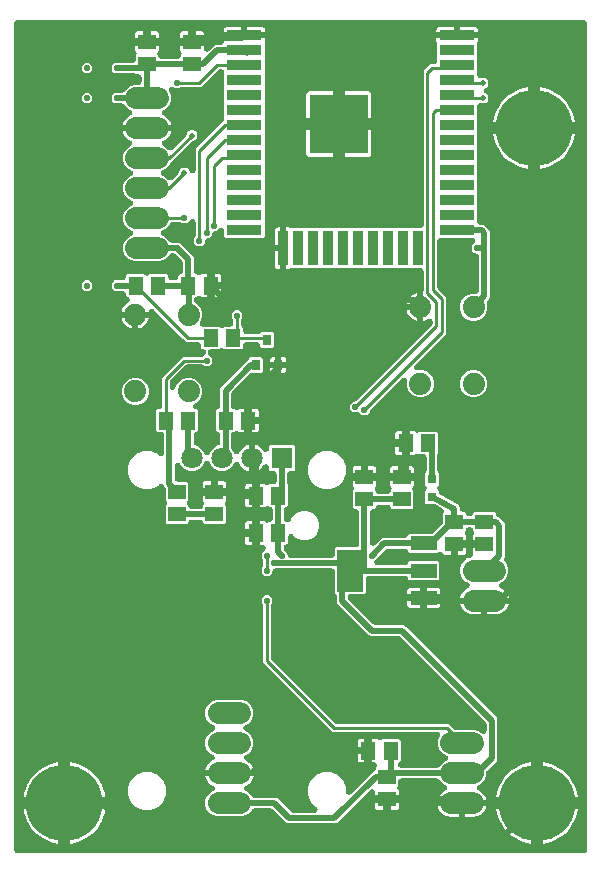
<source format=gbr>
G04 EAGLE Gerber RS-274X export*
G75*
%MOMM*%
%FSLAX34Y34*%
%LPD*%
%INTop Copper*%
%IPPOS*%
%AMOC8*
5,1,8,0,0,1.08239X$1,22.5*%
G01*
%ADD10R,1.300000X1.500000*%
%ADD11R,1.500000X1.300000*%
%ADD12R,2.235200X1.219200*%
%ADD13R,2.200000X3.600000*%
%ADD14C,1.828800*%
%ADD15R,0.800000X0.800000*%
%ADD16R,1.800000X1.800000*%
%ADD17C,1.800000*%
%ADD18R,0.800000X0.900000*%
%ADD19R,3.000000X0.900000*%
%ADD20R,0.900000X3.000000*%
%ADD21R,5.000000X5.000000*%
%ADD22C,1.879600*%
%ADD23C,6.480000*%
%ADD24C,0.508000*%
%ADD25P,0.543793X8X22.500000*%
%ADD26C,0.254000*%
%ADD27C,0.502400*%

G36*
X482975Y734D02*
X482975Y734D01*
X483009Y732D01*
X483198Y754D01*
X483389Y771D01*
X483422Y780D01*
X483456Y784D01*
X483639Y839D01*
X483823Y889D01*
X483854Y904D01*
X483887Y914D01*
X484058Y1001D01*
X484230Y1083D01*
X484258Y1103D01*
X484289Y1118D01*
X484441Y1234D01*
X484596Y1345D01*
X484620Y1370D01*
X484647Y1390D01*
X484776Y1530D01*
X484910Y1667D01*
X484929Y1696D01*
X484953Y1722D01*
X485055Y1883D01*
X485162Y2040D01*
X485176Y2072D01*
X485194Y2101D01*
X485267Y2278D01*
X485344Y2452D01*
X485352Y2486D01*
X485365Y2518D01*
X485405Y2705D01*
X485451Y2890D01*
X485453Y2924D01*
X485460Y2958D01*
X485479Y3270D01*
X485479Y703360D01*
X485476Y703395D01*
X485478Y703429D01*
X485456Y703618D01*
X485439Y703809D01*
X485430Y703842D01*
X485426Y703876D01*
X485371Y704059D01*
X485321Y704243D01*
X485306Y704274D01*
X485296Y704307D01*
X485209Y704478D01*
X485127Y704650D01*
X485107Y704678D01*
X485092Y704709D01*
X484976Y704861D01*
X484865Y705016D01*
X484840Y705040D01*
X484820Y705067D01*
X484680Y705196D01*
X484543Y705330D01*
X484514Y705349D01*
X484488Y705373D01*
X484327Y705475D01*
X484170Y705582D01*
X484138Y705596D01*
X484109Y705614D01*
X483932Y705687D01*
X483758Y705764D01*
X483724Y705772D01*
X483692Y705785D01*
X483505Y705825D01*
X483320Y705871D01*
X483286Y705873D01*
X483252Y705880D01*
X482940Y705899D01*
X3270Y705899D01*
X3235Y705896D01*
X3201Y705898D01*
X3012Y705876D01*
X2821Y705859D01*
X2788Y705850D01*
X2754Y705846D01*
X2571Y705791D01*
X2387Y705741D01*
X2356Y705726D01*
X2323Y705716D01*
X2152Y705629D01*
X1980Y705547D01*
X1952Y705527D01*
X1921Y705512D01*
X1769Y705396D01*
X1614Y705285D01*
X1590Y705260D01*
X1563Y705240D01*
X1434Y705100D01*
X1300Y704963D01*
X1281Y704934D01*
X1257Y704908D01*
X1155Y704747D01*
X1048Y704590D01*
X1034Y704558D01*
X1016Y704529D01*
X943Y704352D01*
X866Y704178D01*
X858Y704144D01*
X845Y704112D01*
X805Y703925D01*
X759Y703740D01*
X757Y703706D01*
X750Y703672D01*
X731Y703360D01*
X731Y3270D01*
X734Y3235D01*
X732Y3201D01*
X754Y3012D01*
X771Y2821D01*
X780Y2788D01*
X784Y2754D01*
X839Y2571D01*
X889Y2387D01*
X904Y2356D01*
X914Y2323D01*
X1001Y2152D01*
X1083Y1980D01*
X1103Y1952D01*
X1118Y1921D01*
X1234Y1769D01*
X1345Y1614D01*
X1370Y1590D01*
X1390Y1563D01*
X1530Y1434D01*
X1667Y1300D01*
X1696Y1281D01*
X1722Y1257D01*
X1883Y1155D01*
X2040Y1048D01*
X2072Y1034D01*
X2101Y1016D01*
X2278Y943D01*
X2452Y866D01*
X2486Y858D01*
X2518Y845D01*
X2705Y805D01*
X2890Y759D01*
X2924Y757D01*
X2958Y750D01*
X3270Y731D01*
X482940Y731D01*
X482975Y734D01*
G37*
%LPC*%
G36*
X130081Y279129D02*
X130081Y279129D01*
X128879Y280331D01*
X128879Y295029D01*
X129234Y295384D01*
X129257Y295411D01*
X129282Y295434D01*
X129400Y295583D01*
X129523Y295730D01*
X129540Y295760D01*
X129562Y295787D01*
X129652Y295955D01*
X129747Y296121D01*
X129758Y296153D01*
X129775Y296184D01*
X129834Y296365D01*
X129897Y296545D01*
X129903Y296579D01*
X129914Y296612D01*
X129940Y296802D01*
X129971Y296989D01*
X129970Y297024D01*
X129975Y297058D01*
X129967Y297249D01*
X129965Y297439D01*
X129958Y297473D01*
X129957Y297508D01*
X129915Y297694D01*
X129879Y297882D01*
X129867Y297914D01*
X129859Y297948D01*
X129786Y298124D01*
X129717Y298302D01*
X129699Y298331D01*
X129686Y298363D01*
X129582Y298524D01*
X129483Y298686D01*
X129460Y298712D01*
X129441Y298741D01*
X129234Y298976D01*
X128879Y299331D01*
X128879Y308687D01*
X128865Y308850D01*
X128858Y309015D01*
X128845Y309074D01*
X128839Y309135D01*
X128796Y309294D01*
X128760Y309454D01*
X128737Y309511D01*
X128721Y309570D01*
X128650Y309718D01*
X128587Y309870D01*
X128554Y309921D01*
X128527Y309976D01*
X128432Y310110D01*
X128342Y310248D01*
X128291Y310306D01*
X128265Y310342D01*
X128222Y310385D01*
X128194Y310417D01*
X127528Y312024D01*
X127490Y312097D01*
X127460Y312174D01*
X127386Y312296D01*
X127319Y312423D01*
X127269Y312488D01*
X127226Y312559D01*
X127131Y312666D01*
X127044Y312779D01*
X126982Y312834D01*
X126928Y312896D01*
X126815Y312985D01*
X126709Y313081D01*
X126639Y313124D01*
X126575Y313175D01*
X126448Y313243D01*
X126327Y313319D01*
X126250Y313349D01*
X126178Y313388D01*
X126042Y313432D01*
X125909Y313485D01*
X125828Y313502D01*
X125750Y313527D01*
X125608Y313547D01*
X125468Y313575D01*
X125385Y313577D01*
X125304Y313589D01*
X125160Y313583D01*
X125017Y313586D01*
X124936Y313574D01*
X124854Y313570D01*
X124714Y313539D01*
X124572Y313517D01*
X124494Y313490D01*
X124414Y313473D01*
X124282Y313418D01*
X124147Y313371D01*
X124075Y313331D01*
X123999Y313299D01*
X123878Y313221D01*
X123753Y313152D01*
X123690Y313099D01*
X123620Y313055D01*
X123436Y312891D01*
X123405Y312866D01*
X123398Y312858D01*
X123386Y312848D01*
X122094Y311555D01*
X116213Y309119D01*
X109847Y309119D01*
X103966Y311555D01*
X99465Y316056D01*
X97029Y321937D01*
X97029Y328303D01*
X99465Y334184D01*
X103966Y338685D01*
X109847Y341121D01*
X116213Y341121D01*
X122094Y338685D01*
X123154Y337624D01*
X123254Y337541D01*
X123347Y337450D01*
X123427Y337396D01*
X123500Y337335D01*
X123613Y337271D01*
X123720Y337198D01*
X123808Y337159D01*
X123891Y337112D01*
X124013Y337068D01*
X124132Y337016D01*
X124225Y336993D01*
X124315Y336961D01*
X124443Y336940D01*
X124570Y336909D01*
X124665Y336903D01*
X124759Y336887D01*
X124889Y336889D01*
X125019Y336881D01*
X125114Y336892D01*
X125210Y336894D01*
X125337Y336918D01*
X125466Y336933D01*
X125558Y336961D01*
X125652Y336979D01*
X125773Y337026D01*
X125897Y337064D01*
X125983Y337107D01*
X126072Y337141D01*
X126183Y337209D01*
X126299Y337268D01*
X126375Y337326D01*
X126456Y337375D01*
X126554Y337461D01*
X126657Y337540D01*
X126722Y337610D01*
X126794Y337673D01*
X126874Y337775D01*
X126963Y337871D01*
X127014Y337952D01*
X127073Y338027D01*
X127135Y338141D01*
X127204Y338251D01*
X127241Y338339D01*
X127286Y338423D01*
X127326Y338547D01*
X127375Y338667D01*
X127395Y338761D01*
X127425Y338852D01*
X127443Y338980D01*
X127470Y339108D01*
X127478Y339238D01*
X127486Y339298D01*
X127485Y339342D01*
X127489Y339419D01*
X127489Y354940D01*
X127486Y354975D01*
X127488Y355009D01*
X127466Y355198D01*
X127449Y355389D01*
X127440Y355422D01*
X127436Y355456D01*
X127381Y355639D01*
X127331Y355823D01*
X127316Y355854D01*
X127306Y355887D01*
X127219Y356058D01*
X127137Y356230D01*
X127117Y356258D01*
X127102Y356289D01*
X126986Y356441D01*
X126875Y356596D01*
X126850Y356620D01*
X126830Y356647D01*
X126690Y356776D01*
X126553Y356910D01*
X126524Y356929D01*
X126498Y356953D01*
X126337Y357055D01*
X126180Y357162D01*
X126148Y357176D01*
X126119Y357194D01*
X125942Y357267D01*
X125768Y357344D01*
X125734Y357352D01*
X125702Y357365D01*
X125515Y357405D01*
X125330Y357451D01*
X125296Y357453D01*
X125262Y357460D01*
X124950Y357479D01*
X121581Y357479D01*
X120379Y358681D01*
X120379Y375379D01*
X121581Y376581D01*
X123070Y376581D01*
X123105Y376584D01*
X123139Y376582D01*
X123328Y376604D01*
X123519Y376621D01*
X123552Y376630D01*
X123586Y376634D01*
X123769Y376689D01*
X123953Y376739D01*
X123984Y376754D01*
X124017Y376764D01*
X124188Y376851D01*
X124360Y376933D01*
X124388Y376953D01*
X124419Y376968D01*
X124571Y377084D01*
X124726Y377195D01*
X124750Y377220D01*
X124777Y377240D01*
X124906Y377380D01*
X125040Y377517D01*
X125059Y377546D01*
X125083Y377572D01*
X125185Y377733D01*
X125292Y377890D01*
X125306Y377922D01*
X125324Y377951D01*
X125397Y378128D01*
X125474Y378302D01*
X125482Y378336D01*
X125495Y378368D01*
X125535Y378555D01*
X125581Y378740D01*
X125583Y378774D01*
X125590Y378808D01*
X125609Y379120D01*
X125609Y403355D01*
X143405Y421151D01*
X159646Y421151D01*
X159810Y421165D01*
X159974Y421172D01*
X160034Y421185D01*
X160095Y421191D01*
X160254Y421234D01*
X160414Y421270D01*
X160470Y421293D01*
X160529Y421309D01*
X160677Y421380D01*
X160829Y421443D01*
X160881Y421476D01*
X160936Y421503D01*
X161069Y421598D01*
X161208Y421688D01*
X161265Y421739D01*
X161302Y421765D01*
X161344Y421808D01*
X161442Y421894D01*
X162542Y422994D01*
X162625Y423094D01*
X162716Y423187D01*
X162769Y423267D01*
X162831Y423340D01*
X162895Y423453D01*
X162968Y423560D01*
X163007Y423648D01*
X163054Y423731D01*
X163098Y423853D01*
X163150Y423972D01*
X163173Y424065D01*
X163205Y424155D01*
X163226Y424284D01*
X163257Y424410D01*
X163263Y424505D01*
X163278Y424599D01*
X163277Y424730D01*
X163285Y424859D01*
X163274Y424954D01*
X163272Y425050D01*
X163248Y425177D01*
X163233Y425306D01*
X163205Y425398D01*
X163187Y425492D01*
X163140Y425613D01*
X163102Y425737D01*
X163059Y425822D01*
X163024Y425912D01*
X162957Y426023D01*
X162898Y426139D01*
X162840Y426215D01*
X162791Y426296D01*
X162704Y426394D01*
X162626Y426497D01*
X162556Y426562D01*
X162492Y426634D01*
X162391Y426714D01*
X162295Y426803D01*
X162214Y426854D01*
X162139Y426913D01*
X162025Y426974D01*
X161915Y427044D01*
X161827Y427081D01*
X161742Y427126D01*
X161619Y427166D01*
X161498Y427215D01*
X161405Y427235D01*
X161314Y427265D01*
X161185Y427283D01*
X161058Y427310D01*
X160929Y427318D01*
X160868Y427326D01*
X160823Y427325D01*
X160746Y427329D01*
X159681Y427329D01*
X158479Y428531D01*
X158479Y431020D01*
X158476Y431055D01*
X158478Y431089D01*
X158456Y431278D01*
X158439Y431469D01*
X158430Y431502D01*
X158426Y431536D01*
X158371Y431719D01*
X158321Y431903D01*
X158306Y431934D01*
X158296Y431967D01*
X158209Y432138D01*
X158127Y432310D01*
X158107Y432338D01*
X158092Y432369D01*
X157976Y432521D01*
X157865Y432676D01*
X157840Y432700D01*
X157820Y432727D01*
X157680Y432856D01*
X157543Y432990D01*
X157514Y433009D01*
X157488Y433033D01*
X157327Y433135D01*
X157170Y433242D01*
X157138Y433256D01*
X157109Y433274D01*
X156932Y433347D01*
X156758Y433424D01*
X156724Y433432D01*
X156692Y433445D01*
X156505Y433485D01*
X156320Y433531D01*
X156286Y433533D01*
X156252Y433540D01*
X155940Y433559D01*
X146605Y433559D01*
X143916Y436248D01*
X119183Y460981D01*
X119103Y461048D01*
X119030Y461122D01*
X118931Y461192D01*
X118838Y461270D01*
X118747Y461321D01*
X118662Y461381D01*
X118552Y461433D01*
X118447Y461493D01*
X118349Y461528D01*
X118254Y461572D01*
X118137Y461603D01*
X118023Y461644D01*
X117920Y461661D01*
X117819Y461687D01*
X117698Y461697D01*
X117578Y461717D01*
X117474Y461716D01*
X117370Y461724D01*
X117250Y461713D01*
X117128Y461711D01*
X117026Y461691D01*
X116922Y461681D01*
X116805Y461649D01*
X116686Y461626D01*
X116589Y461588D01*
X116489Y461560D01*
X116380Y461507D01*
X116266Y461463D01*
X116177Y461409D01*
X116083Y461364D01*
X115985Y461292D01*
X115881Y461229D01*
X115803Y461161D01*
X115719Y461099D01*
X115635Y461011D01*
X115544Y460931D01*
X115479Y460850D01*
X115407Y460774D01*
X115340Y460673D01*
X115264Y460578D01*
X115215Y460486D01*
X115158Y460400D01*
X115109Y460288D01*
X115052Y460181D01*
X115020Y460082D01*
X114978Y459987D01*
X114950Y459868D01*
X114913Y459753D01*
X114898Y459650D01*
X114874Y459549D01*
X114868Y459428D01*
X114851Y459307D01*
X114854Y459231D01*
X103124Y459231D01*
X91439Y459231D01*
X91479Y459488D01*
X92060Y461275D01*
X92913Y462949D01*
X94018Y464470D01*
X95346Y465798D01*
X96867Y466903D01*
X97013Y466977D01*
X97079Y467019D01*
X97150Y467053D01*
X97270Y467138D01*
X97395Y467217D01*
X97452Y467269D01*
X97516Y467315D01*
X97619Y467420D01*
X97728Y467519D01*
X97775Y467581D01*
X97830Y467637D01*
X97913Y467760D01*
X98002Y467876D01*
X98038Y467946D01*
X98082Y468010D01*
X98142Y468145D01*
X98210Y468276D01*
X98233Y468351D01*
X98264Y468422D01*
X98299Y468566D01*
X98343Y468706D01*
X98352Y468784D01*
X98371Y468860D01*
X98380Y469007D01*
X98398Y469153D01*
X98394Y469231D01*
X98399Y469309D01*
X98382Y469456D01*
X98374Y469603D01*
X98356Y469679D01*
X98347Y469756D01*
X98304Y469898D01*
X98270Y470041D01*
X98239Y470112D01*
X98216Y470187D01*
X98149Y470319D01*
X98091Y470454D01*
X98047Y470519D01*
X98012Y470589D01*
X97923Y470706D01*
X97841Y470829D01*
X97787Y470885D01*
X97740Y470947D01*
X97632Y471047D01*
X97530Y471154D01*
X97466Y471200D01*
X97409Y471253D01*
X97285Y471332D01*
X97165Y471418D01*
X97095Y471452D01*
X97029Y471494D01*
X96893Y471550D01*
X96760Y471615D01*
X96685Y471636D01*
X96612Y471665D01*
X96468Y471696D01*
X96326Y471736D01*
X96249Y471744D01*
X96207Y471753D01*
X94979Y472981D01*
X94979Y474200D01*
X94976Y474235D01*
X94978Y474269D01*
X94956Y474458D01*
X94939Y474649D01*
X94930Y474682D01*
X94926Y474716D01*
X94871Y474899D01*
X94821Y475083D01*
X94806Y475114D01*
X94796Y475147D01*
X94709Y475318D01*
X94627Y475490D01*
X94607Y475518D01*
X94592Y475549D01*
X94476Y475701D01*
X94365Y475856D01*
X94340Y475880D01*
X94320Y475907D01*
X94180Y476036D01*
X94043Y476170D01*
X94014Y476189D01*
X93988Y476213D01*
X93827Y476315D01*
X93670Y476422D01*
X93638Y476436D01*
X93609Y476454D01*
X93432Y476527D01*
X93258Y476604D01*
X93224Y476612D01*
X93192Y476625D01*
X93005Y476665D01*
X92820Y476711D01*
X92786Y476713D01*
X92752Y476720D01*
X92440Y476739D01*
X86497Y476739D01*
X86456Y476748D01*
X86302Y476758D01*
X86240Y476765D01*
X86203Y476764D01*
X86144Y476767D01*
X85740Y476767D01*
X85454Y477053D01*
X85364Y477128D01*
X85281Y477211D01*
X85203Y477265D01*
X83583Y478885D01*
X83560Y478920D01*
X83458Y479035D01*
X83420Y479085D01*
X83393Y479110D01*
X83353Y479154D01*
X83067Y479440D01*
X83067Y479844D01*
X83057Y479961D01*
X83057Y480077D01*
X83039Y480172D01*
X83039Y482463D01*
X83048Y482504D01*
X83058Y482658D01*
X83065Y482720D01*
X83064Y482757D01*
X83067Y482816D01*
X83067Y483220D01*
X83353Y483506D01*
X83428Y483596D01*
X83511Y483679D01*
X83565Y483757D01*
X85185Y485377D01*
X85220Y485400D01*
X85335Y485502D01*
X85385Y485540D01*
X85410Y485567D01*
X85454Y485607D01*
X85740Y485893D01*
X86144Y485893D01*
X86261Y485903D01*
X86377Y485903D01*
X86472Y485921D01*
X92440Y485921D01*
X92475Y485924D01*
X92509Y485922D01*
X92698Y485944D01*
X92889Y485961D01*
X92922Y485970D01*
X92956Y485974D01*
X93139Y486029D01*
X93323Y486079D01*
X93354Y486094D01*
X93387Y486104D01*
X93558Y486191D01*
X93730Y486273D01*
X93758Y486293D01*
X93789Y486308D01*
X93941Y486424D01*
X94096Y486535D01*
X94120Y486560D01*
X94147Y486580D01*
X94276Y486720D01*
X94410Y486857D01*
X94429Y486886D01*
X94453Y486912D01*
X94555Y487073D01*
X94662Y487230D01*
X94676Y487262D01*
X94694Y487291D01*
X94767Y487468D01*
X94844Y487642D01*
X94852Y487676D01*
X94865Y487708D01*
X94905Y487895D01*
X94951Y488080D01*
X94953Y488114D01*
X94960Y488148D01*
X94979Y488460D01*
X94979Y489679D01*
X96181Y490881D01*
X110879Y490881D01*
X111234Y490526D01*
X111261Y490503D01*
X111284Y490478D01*
X111433Y490360D01*
X111580Y490237D01*
X111610Y490220D01*
X111637Y490198D01*
X111805Y490108D01*
X111971Y490013D01*
X112003Y490002D01*
X112034Y489985D01*
X112215Y489926D01*
X112395Y489863D01*
X112429Y489857D01*
X112462Y489846D01*
X112652Y489820D01*
X112839Y489789D01*
X112874Y489790D01*
X112908Y489785D01*
X113099Y489793D01*
X113289Y489795D01*
X113323Y489802D01*
X113358Y489803D01*
X113544Y489845D01*
X113732Y489881D01*
X113764Y489893D01*
X113798Y489901D01*
X113974Y489974D01*
X114152Y490043D01*
X114181Y490061D01*
X114213Y490074D01*
X114374Y490178D01*
X114536Y490277D01*
X114562Y490300D01*
X114591Y490319D01*
X114826Y490526D01*
X115181Y490881D01*
X129879Y490881D01*
X131081Y489679D01*
X131081Y488460D01*
X131084Y488425D01*
X131082Y488391D01*
X131104Y488202D01*
X131121Y488011D01*
X131130Y487978D01*
X131134Y487944D01*
X131189Y487761D01*
X131239Y487577D01*
X131254Y487546D01*
X131264Y487513D01*
X131351Y487342D01*
X131433Y487170D01*
X131453Y487142D01*
X131468Y487111D01*
X131584Y486959D01*
X131695Y486804D01*
X131720Y486780D01*
X131740Y486753D01*
X131880Y486624D01*
X132017Y486490D01*
X132046Y486471D01*
X132072Y486447D01*
X132233Y486345D01*
X132390Y486238D01*
X132422Y486224D01*
X132451Y486206D01*
X132628Y486133D01*
X132802Y486056D01*
X132836Y486048D01*
X132868Y486035D01*
X133055Y485995D01*
X133240Y485949D01*
X133274Y485947D01*
X133308Y485940D01*
X133620Y485921D01*
X136890Y485921D01*
X136925Y485924D01*
X136959Y485922D01*
X137148Y485944D01*
X137339Y485961D01*
X137372Y485970D01*
X137406Y485974D01*
X137589Y486029D01*
X137773Y486079D01*
X137804Y486094D01*
X137837Y486104D01*
X138008Y486191D01*
X138180Y486273D01*
X138208Y486293D01*
X138239Y486308D01*
X138391Y486424D01*
X138546Y486535D01*
X138570Y486560D01*
X138597Y486580D01*
X138726Y486720D01*
X138860Y486857D01*
X138879Y486886D01*
X138903Y486912D01*
X139005Y487073D01*
X139112Y487230D01*
X139126Y487262D01*
X139144Y487291D01*
X139217Y487468D01*
X139294Y487642D01*
X139302Y487676D01*
X139315Y487708D01*
X139355Y487895D01*
X139401Y488080D01*
X139403Y488114D01*
X139410Y488148D01*
X139429Y488460D01*
X139429Y489679D01*
X140631Y490881D01*
X140850Y490881D01*
X140885Y490884D01*
X140919Y490882D01*
X141108Y490904D01*
X141299Y490921D01*
X141332Y490930D01*
X141366Y490934D01*
X141549Y490989D01*
X141733Y491039D01*
X141764Y491054D01*
X141797Y491064D01*
X141968Y491151D01*
X142140Y491233D01*
X142168Y491253D01*
X142199Y491268D01*
X142351Y491384D01*
X142506Y491495D01*
X142530Y491520D01*
X142557Y491540D01*
X142686Y491680D01*
X142820Y491817D01*
X142839Y491846D01*
X142863Y491872D01*
X142965Y492033D01*
X143072Y492190D01*
X143086Y492222D01*
X143104Y492251D01*
X143177Y492428D01*
X143254Y492602D01*
X143262Y492636D01*
X143275Y492668D01*
X143315Y492855D01*
X143361Y493040D01*
X143363Y493074D01*
X143370Y493108D01*
X143389Y493420D01*
X143389Y500577D01*
X143375Y500740D01*
X143368Y500905D01*
X143355Y500964D01*
X143349Y501025D01*
X143306Y501184D01*
X143270Y501344D01*
X143247Y501401D01*
X143231Y501460D01*
X143160Y501608D01*
X143097Y501760D01*
X143064Y501811D01*
X143037Y501866D01*
X142942Y502000D01*
X142852Y502138D01*
X142801Y502196D01*
X142775Y502232D01*
X142732Y502275D01*
X142646Y502372D01*
X137272Y507746D01*
X137146Y507851D01*
X137025Y507963D01*
X136974Y507995D01*
X136927Y508034D01*
X136784Y508116D01*
X136645Y508204D01*
X136589Y508228D01*
X136536Y508258D01*
X136381Y508313D01*
X136229Y508375D01*
X136169Y508388D01*
X136112Y508409D01*
X135949Y508435D01*
X135789Y508470D01*
X135712Y508475D01*
X135667Y508482D01*
X135606Y508481D01*
X135477Y508489D01*
X134086Y508489D01*
X133875Y508470D01*
X133664Y508454D01*
X133651Y508451D01*
X133638Y508449D01*
X133433Y508393D01*
X133228Y508340D01*
X133216Y508334D01*
X133203Y508331D01*
X133013Y508240D01*
X132819Y508151D01*
X132809Y508143D01*
X132797Y508137D01*
X132624Y508014D01*
X132451Y507892D01*
X132441Y507883D01*
X132431Y507875D01*
X132282Y507723D01*
X132133Y507573D01*
X132126Y507562D01*
X132117Y507553D01*
X131998Y507377D01*
X131877Y507203D01*
X131870Y507188D01*
X131864Y507180D01*
X131849Y507144D01*
X131740Y506922D01*
X131664Y506739D01*
X128515Y503590D01*
X124401Y501885D01*
X101659Y501885D01*
X97545Y503590D01*
X94396Y506739D01*
X92691Y510853D01*
X92691Y515307D01*
X94396Y519421D01*
X97545Y522570D01*
X99630Y523434D01*
X99745Y523494D01*
X99864Y523546D01*
X99944Y523598D01*
X100029Y523643D01*
X100131Y523722D01*
X100240Y523794D01*
X100309Y523860D01*
X100385Y523918D01*
X100472Y524015D01*
X100566Y524104D01*
X100622Y524182D01*
X100686Y524252D01*
X100755Y524363D01*
X100832Y524468D01*
X100874Y524554D01*
X100924Y524635D01*
X100972Y524755D01*
X101029Y524872D01*
X101056Y524964D01*
X101091Y525053D01*
X101117Y525180D01*
X101152Y525306D01*
X101162Y525401D01*
X101181Y525494D01*
X101184Y525624D01*
X101197Y525754D01*
X101190Y525849D01*
X101192Y525944D01*
X101172Y526073D01*
X101162Y526203D01*
X101138Y526295D01*
X101123Y526389D01*
X101081Y526512D01*
X101048Y526638D01*
X101008Y526725D01*
X100977Y526815D01*
X100913Y526929D01*
X100859Y527047D01*
X100804Y527125D01*
X100757Y527208D01*
X100675Y527309D01*
X100600Y527416D01*
X100533Y527483D01*
X100472Y527557D01*
X100373Y527641D01*
X100281Y527733D01*
X100202Y527787D01*
X100130Y527849D01*
X100017Y527915D01*
X99910Y527989D01*
X99794Y528046D01*
X99741Y528077D01*
X99699Y528092D01*
X99630Y528126D01*
X97545Y528990D01*
X94396Y532139D01*
X92691Y536253D01*
X92691Y540707D01*
X94396Y544821D01*
X97545Y547970D01*
X99630Y548834D01*
X99745Y548894D01*
X99864Y548946D01*
X99944Y548998D01*
X100029Y549043D01*
X100131Y549122D01*
X100240Y549194D01*
X100309Y549260D01*
X100385Y549318D01*
X100472Y549415D01*
X100566Y549504D01*
X100622Y549582D01*
X100686Y549652D01*
X100755Y549763D01*
X100832Y549868D01*
X100874Y549954D01*
X100924Y550035D01*
X100972Y550155D01*
X101029Y550272D01*
X101056Y550364D01*
X101091Y550453D01*
X101117Y550580D01*
X101152Y550706D01*
X101162Y550801D01*
X101181Y550894D01*
X101184Y551024D01*
X101197Y551154D01*
X101190Y551249D01*
X101192Y551344D01*
X101172Y551473D01*
X101162Y551603D01*
X101138Y551695D01*
X101123Y551789D01*
X101081Y551912D01*
X101048Y552038D01*
X101008Y552125D01*
X100977Y552215D01*
X100913Y552329D01*
X100859Y552447D01*
X100804Y552525D01*
X100757Y552608D01*
X100675Y552709D01*
X100600Y552816D01*
X100533Y552883D01*
X100472Y552957D01*
X100373Y553041D01*
X100281Y553133D01*
X100202Y553187D01*
X100130Y553249D01*
X100017Y553315D01*
X99910Y553389D01*
X99794Y553446D01*
X99741Y553477D01*
X99699Y553492D01*
X99630Y553526D01*
X97545Y554390D01*
X94396Y557539D01*
X92691Y561653D01*
X92691Y566107D01*
X94396Y570221D01*
X97545Y573370D01*
X99630Y574234D01*
X99745Y574294D01*
X99864Y574346D01*
X99944Y574398D01*
X100029Y574443D01*
X100131Y574522D01*
X100240Y574594D01*
X100309Y574660D01*
X100385Y574718D01*
X100472Y574815D01*
X100566Y574904D01*
X100622Y574982D01*
X100686Y575052D01*
X100755Y575163D01*
X100832Y575268D01*
X100874Y575354D01*
X100924Y575435D01*
X100972Y575555D01*
X101029Y575672D01*
X101056Y575764D01*
X101091Y575853D01*
X101117Y575980D01*
X101152Y576106D01*
X101162Y576201D01*
X101181Y576294D01*
X101184Y576424D01*
X101197Y576554D01*
X101190Y576649D01*
X101192Y576744D01*
X101172Y576873D01*
X101162Y577003D01*
X101138Y577095D01*
X101123Y577189D01*
X101081Y577312D01*
X101048Y577438D01*
X101008Y577525D01*
X100977Y577615D01*
X100913Y577729D01*
X100859Y577847D01*
X100804Y577925D01*
X100757Y578008D01*
X100675Y578109D01*
X100600Y578216D01*
X100533Y578283D01*
X100472Y578357D01*
X100373Y578441D01*
X100281Y578533D01*
X100202Y578587D01*
X100130Y578649D01*
X100017Y578715D01*
X99910Y578789D01*
X99794Y578846D01*
X99741Y578877D01*
X99699Y578892D01*
X99630Y578926D01*
X97545Y579790D01*
X94396Y582939D01*
X92691Y587053D01*
X92691Y591507D01*
X94396Y595621D01*
X97545Y598770D01*
X98980Y599365D01*
X99007Y599379D01*
X99036Y599389D01*
X99206Y599483D01*
X99379Y599573D01*
X99403Y599592D01*
X99430Y599607D01*
X99581Y599730D01*
X99735Y599849D01*
X99755Y599872D01*
X99779Y599891D01*
X99906Y600039D01*
X100037Y600183D01*
X100053Y600209D01*
X100073Y600232D01*
X100172Y600400D01*
X100275Y600566D01*
X100286Y600594D01*
X100301Y600620D01*
X100369Y600803D01*
X100441Y600984D01*
X100447Y601014D01*
X100458Y601042D01*
X100492Y601234D01*
X100531Y601425D01*
X100532Y601456D01*
X100537Y601485D01*
X100538Y601681D01*
X100542Y601875D01*
X100538Y601905D01*
X100538Y601936D01*
X100503Y602128D01*
X100473Y602320D01*
X100463Y602349D01*
X100458Y602379D01*
X100390Y602563D01*
X100327Y602746D01*
X100312Y602773D01*
X100302Y602801D01*
X100202Y602969D01*
X100108Y603139D01*
X100088Y603163D01*
X100073Y603189D01*
X99946Y603337D01*
X99822Y603488D01*
X99799Y603507D01*
X99779Y603530D01*
X99628Y603654D01*
X99480Y603780D01*
X99454Y603795D01*
X99430Y603815D01*
X99161Y603973D01*
X97762Y604686D01*
X96274Y605767D01*
X94973Y607068D01*
X93892Y608556D01*
X93057Y610195D01*
X92489Y611944D01*
X92458Y612141D01*
X113030Y612141D01*
X133602Y612141D01*
X133571Y611944D01*
X133003Y610195D01*
X132168Y608556D01*
X131087Y607068D01*
X129786Y605767D01*
X128298Y604686D01*
X126899Y603973D01*
X126873Y603957D01*
X126845Y603945D01*
X126683Y603838D01*
X126517Y603734D01*
X126495Y603714D01*
X126470Y603697D01*
X126329Y603563D01*
X126184Y603431D01*
X126166Y603407D01*
X126144Y603386D01*
X126029Y603230D01*
X125910Y603075D01*
X125896Y603048D01*
X125878Y603023D01*
X125792Y602848D01*
X125703Y602675D01*
X125694Y602646D01*
X125680Y602618D01*
X125627Y602431D01*
X125569Y602245D01*
X125566Y602215D01*
X125557Y602185D01*
X125538Y601991D01*
X125514Y601798D01*
X125516Y601768D01*
X125513Y601737D01*
X125528Y601543D01*
X125539Y601348D01*
X125546Y601319D01*
X125548Y601288D01*
X125597Y601100D01*
X125642Y600910D01*
X125654Y600882D01*
X125662Y600853D01*
X125744Y600676D01*
X125821Y600497D01*
X125838Y600472D01*
X125851Y600444D01*
X125963Y600285D01*
X126071Y600122D01*
X126092Y600100D01*
X126109Y600075D01*
X126248Y599938D01*
X126383Y599797D01*
X126407Y599779D01*
X126429Y599758D01*
X126589Y599647D01*
X126747Y599533D01*
X126774Y599519D01*
X126799Y599502D01*
X127080Y599365D01*
X128515Y598770D01*
X130899Y596386D01*
X130926Y596364D01*
X130949Y596338D01*
X131098Y596221D01*
X131245Y596098D01*
X131275Y596080D01*
X131302Y596059D01*
X131470Y595969D01*
X131636Y595874D01*
X131668Y595863D01*
X131699Y595846D01*
X131880Y595787D01*
X132060Y595723D01*
X132094Y595718D01*
X132127Y595707D01*
X132315Y595681D01*
X132504Y595650D01*
X132539Y595650D01*
X132573Y595646D01*
X132763Y595653D01*
X132954Y595656D01*
X132988Y595663D01*
X133023Y595664D01*
X133209Y595705D01*
X133396Y595742D01*
X133429Y595754D01*
X133462Y595762D01*
X133638Y595835D01*
X133816Y595904D01*
X133846Y595922D01*
X133878Y595935D01*
X134038Y596039D01*
X134201Y596138D01*
X134227Y596161D01*
X134256Y596180D01*
X134490Y596386D01*
X145824Y607720D01*
X145929Y607846D01*
X146041Y607967D01*
X146073Y608018D01*
X146112Y608065D01*
X146194Y608208D01*
X146282Y608347D01*
X146306Y608403D01*
X146336Y608456D01*
X146391Y608611D01*
X146453Y608763D01*
X146466Y608823D01*
X146487Y608880D01*
X146513Y609043D01*
X146543Y609178D01*
X147262Y610915D01*
X148545Y612198D01*
X150222Y612893D01*
X152038Y612893D01*
X153715Y612198D01*
X154998Y610915D01*
X155693Y609238D01*
X155693Y607422D01*
X154998Y605745D01*
X153715Y604462D01*
X151985Y603746D01*
X151928Y603733D01*
X151867Y603727D01*
X151708Y603684D01*
X151548Y603648D01*
X151491Y603625D01*
X151432Y603609D01*
X151284Y603538D01*
X151132Y603475D01*
X151081Y603442D01*
X151026Y603415D01*
X150892Y603320D01*
X150754Y603230D01*
X150696Y603179D01*
X150660Y603153D01*
X150617Y603110D01*
X150520Y603024D01*
X132891Y585395D01*
X132816Y585305D01*
X132734Y585222D01*
X132672Y585133D01*
X132602Y585049D01*
X132544Y584948D01*
X132478Y584852D01*
X132410Y584713D01*
X132379Y584658D01*
X132367Y584624D01*
X132341Y584571D01*
X131664Y582939D01*
X128515Y579790D01*
X126430Y578926D01*
X126315Y578866D01*
X126196Y578814D01*
X126116Y578762D01*
X126031Y578717D01*
X125928Y578638D01*
X125820Y578566D01*
X125751Y578500D01*
X125675Y578442D01*
X125588Y578345D01*
X125494Y578255D01*
X125438Y578178D01*
X125374Y578107D01*
X125305Y577997D01*
X125228Y577892D01*
X125186Y577806D01*
X125136Y577725D01*
X125088Y577604D01*
X125031Y577488D01*
X125004Y577396D01*
X124969Y577307D01*
X124943Y577179D01*
X124908Y577054D01*
X124898Y576959D01*
X124879Y576866D01*
X124876Y576736D01*
X124863Y576606D01*
X124870Y576511D01*
X124868Y576416D01*
X124888Y576287D01*
X124898Y576157D01*
X124922Y576065D01*
X124937Y575971D01*
X124979Y575848D01*
X125012Y575722D01*
X125052Y575635D01*
X125083Y575545D01*
X125147Y575431D01*
X125201Y575313D01*
X125256Y575235D01*
X125303Y575152D01*
X125385Y575051D01*
X125460Y574944D01*
X125528Y574877D01*
X125588Y574803D01*
X125687Y574719D01*
X125779Y574627D01*
X125858Y574573D01*
X125930Y574511D01*
X126043Y574445D01*
X126150Y574371D01*
X126267Y574314D01*
X126319Y574283D01*
X126361Y574268D01*
X126430Y574234D01*
X128515Y573370D01*
X130899Y570986D01*
X130926Y570964D01*
X130949Y570938D01*
X131098Y570820D01*
X131245Y570698D01*
X131275Y570680D01*
X131302Y570659D01*
X131470Y570569D01*
X131636Y570474D01*
X131668Y570463D01*
X131699Y570446D01*
X131880Y570387D01*
X132060Y570323D01*
X132094Y570318D01*
X132127Y570307D01*
X132315Y570281D01*
X132504Y570250D01*
X132539Y570250D01*
X132573Y570246D01*
X132763Y570253D01*
X132954Y570256D01*
X132988Y570263D01*
X133023Y570264D01*
X133209Y570305D01*
X133396Y570342D01*
X133429Y570354D01*
X133462Y570362D01*
X133638Y570435D01*
X133816Y570504D01*
X133846Y570522D01*
X133878Y570535D01*
X134038Y570638D01*
X134201Y570738D01*
X134227Y570761D01*
X134256Y570780D01*
X134490Y570987D01*
X139474Y575970D01*
X139579Y576096D01*
X139691Y576217D01*
X139723Y576268D01*
X139762Y576315D01*
X139844Y576458D01*
X139932Y576597D01*
X139956Y576653D01*
X139986Y576706D01*
X140041Y576861D01*
X140103Y577013D01*
X140116Y577073D01*
X140137Y577130D01*
X140163Y577293D01*
X140193Y577428D01*
X140912Y579165D01*
X142195Y580448D01*
X143872Y581143D01*
X145688Y581143D01*
X147365Y580448D01*
X148648Y579165D01*
X149274Y577653D01*
X149356Y577496D01*
X149433Y577336D01*
X149460Y577297D01*
X149483Y577254D01*
X149591Y577114D01*
X149695Y576969D01*
X149729Y576936D01*
X149758Y576898D01*
X149890Y576779D01*
X150017Y576655D01*
X150057Y576629D01*
X150093Y576597D01*
X150243Y576503D01*
X150390Y576403D01*
X150434Y576384D01*
X150475Y576359D01*
X150640Y576293D01*
X150802Y576221D01*
X150849Y576210D01*
X150893Y576192D01*
X151067Y576157D01*
X151240Y576114D01*
X151287Y576112D01*
X151334Y576102D01*
X151512Y576098D01*
X151689Y576087D01*
X151737Y576092D01*
X151784Y576091D01*
X151960Y576118D01*
X152136Y576139D01*
X152182Y576153D01*
X152229Y576160D01*
X152397Y576218D01*
X152567Y576269D01*
X152610Y576291D01*
X152655Y576306D01*
X152810Y576393D01*
X152969Y576473D01*
X153007Y576502D01*
X153048Y576526D01*
X153186Y576638D01*
X153327Y576745D01*
X153360Y576781D01*
X153397Y576811D01*
X153512Y576946D01*
X153633Y577077D01*
X153658Y577117D01*
X153689Y577153D01*
X153779Y577307D01*
X153874Y577456D01*
X153893Y577501D01*
X153917Y577542D01*
X153978Y577708D01*
X154045Y577873D01*
X154055Y577920D01*
X154072Y577965D01*
X154103Y578139D01*
X154140Y578313D01*
X154144Y578372D01*
X154150Y578408D01*
X154150Y578471D01*
X154159Y578625D01*
X154159Y597005D01*
X177786Y620632D01*
X177891Y620758D01*
X178003Y620879D01*
X178035Y620930D01*
X178074Y620977D01*
X178156Y621120D01*
X178244Y621259D01*
X178268Y621315D01*
X178298Y621368D01*
X178353Y621523D01*
X178415Y621675D01*
X178428Y621735D01*
X178449Y621792D01*
X178475Y621955D01*
X178510Y622115D01*
X178515Y622192D01*
X178522Y622237D01*
X178521Y622298D01*
X178529Y622427D01*
X178529Y661920D01*
X178526Y661955D01*
X178528Y661989D01*
X178506Y662178D01*
X178489Y662369D01*
X178480Y662402D01*
X178476Y662436D01*
X178421Y662619D01*
X178371Y662803D01*
X178356Y662834D01*
X178346Y662867D01*
X178259Y663038D01*
X178177Y663210D01*
X178157Y663238D01*
X178142Y663269D01*
X178026Y663421D01*
X177915Y663576D01*
X177890Y663600D01*
X177870Y663627D01*
X177730Y663756D01*
X177593Y663890D01*
X177564Y663909D01*
X177538Y663933D01*
X177377Y664035D01*
X177220Y664142D01*
X177188Y664156D01*
X177159Y664174D01*
X176982Y664247D01*
X176808Y664324D01*
X176774Y664332D01*
X176742Y664345D01*
X176555Y664385D01*
X176370Y664431D01*
X176336Y664433D01*
X176302Y664440D01*
X175990Y664459D01*
X174907Y664459D01*
X174744Y664445D01*
X174579Y664438D01*
X174520Y664425D01*
X174459Y664419D01*
X174300Y664376D01*
X174140Y664340D01*
X174083Y664317D01*
X174024Y664301D01*
X173876Y664230D01*
X173724Y664167D01*
X173673Y664134D01*
X173618Y664107D01*
X173484Y664012D01*
X173346Y663922D01*
X173288Y663871D01*
X173252Y663845D01*
X173209Y663802D01*
X173112Y663716D01*
X158855Y649459D01*
X142614Y649459D01*
X142450Y649445D01*
X142286Y649438D01*
X142226Y649425D01*
X142165Y649419D01*
X142006Y649376D01*
X141846Y649340D01*
X141790Y649317D01*
X141731Y649301D01*
X141583Y649230D01*
X141431Y649167D01*
X141379Y649134D01*
X141324Y649107D01*
X141191Y649012D01*
X141052Y648922D01*
X140995Y648871D01*
X140958Y648845D01*
X140916Y648802D01*
X140818Y648716D01*
X140320Y648217D01*
X136540Y648217D01*
X135974Y648784D01*
X135838Y648898D01*
X135706Y649017D01*
X135665Y649042D01*
X135628Y649073D01*
X135474Y649161D01*
X135323Y649255D01*
X135279Y649272D01*
X135237Y649296D01*
X135070Y649356D01*
X134905Y649421D01*
X134858Y649431D01*
X134813Y649447D01*
X134638Y649476D01*
X134464Y649511D01*
X134416Y649513D01*
X134369Y649520D01*
X134191Y649518D01*
X134014Y649522D01*
X133967Y649515D01*
X133919Y649514D01*
X133744Y649480D01*
X133569Y649453D01*
X133524Y649438D01*
X133476Y649429D01*
X133311Y649365D01*
X133143Y649307D01*
X133101Y649284D01*
X133056Y649266D01*
X132905Y649174D01*
X132750Y649088D01*
X132713Y649057D01*
X132672Y649032D01*
X132539Y648915D01*
X132401Y648802D01*
X132370Y648766D01*
X132334Y648734D01*
X132224Y648595D01*
X132109Y648460D01*
X132085Y648419D01*
X132055Y648381D01*
X131971Y648224D01*
X131881Y648071D01*
X131865Y648027D01*
X131842Y647984D01*
X131787Y647815D01*
X131726Y647649D01*
X131718Y647602D01*
X131703Y647556D01*
X131679Y647381D01*
X131648Y647205D01*
X131648Y647157D01*
X131642Y647110D01*
X131649Y646933D01*
X131650Y646755D01*
X131658Y646708D01*
X131660Y646660D01*
X131699Y646487D01*
X131730Y646312D01*
X131750Y646256D01*
X131758Y646221D01*
X131782Y646162D01*
X131832Y646017D01*
X133369Y642307D01*
X133369Y637853D01*
X131664Y633739D01*
X128515Y630590D01*
X127080Y629995D01*
X127053Y629981D01*
X127024Y629971D01*
X126854Y629877D01*
X126681Y629787D01*
X126657Y629768D01*
X126630Y629753D01*
X126479Y629630D01*
X126325Y629511D01*
X126305Y629488D01*
X126281Y629469D01*
X126154Y629321D01*
X126023Y629177D01*
X126007Y629151D01*
X125987Y629128D01*
X125889Y628960D01*
X125785Y628794D01*
X125774Y628766D01*
X125759Y628740D01*
X125691Y628557D01*
X125619Y628376D01*
X125613Y628346D01*
X125602Y628318D01*
X125568Y628126D01*
X125529Y627935D01*
X125528Y627904D01*
X125523Y627875D01*
X125522Y627680D01*
X125518Y627485D01*
X125522Y627455D01*
X125522Y627424D01*
X125557Y627233D01*
X125587Y627040D01*
X125597Y627011D01*
X125602Y626981D01*
X125669Y626799D01*
X125733Y626614D01*
X125748Y626587D01*
X125758Y626559D01*
X125858Y626391D01*
X125952Y626221D01*
X125972Y626197D01*
X125987Y626171D01*
X126114Y626023D01*
X126238Y625872D01*
X126261Y625853D01*
X126281Y625830D01*
X126432Y625707D01*
X126580Y625580D01*
X126606Y625564D01*
X126630Y625545D01*
X126899Y625387D01*
X128298Y624674D01*
X129786Y623593D01*
X131087Y622292D01*
X132168Y620804D01*
X133003Y619165D01*
X133571Y617416D01*
X133602Y617219D01*
X113030Y617219D01*
X92458Y617219D01*
X92489Y617416D01*
X93057Y619165D01*
X93892Y620804D01*
X94973Y622292D01*
X96274Y623593D01*
X97762Y624674D01*
X99161Y625387D01*
X99187Y625403D01*
X99215Y625415D01*
X99377Y625522D01*
X99543Y625626D01*
X99565Y625646D01*
X99590Y625663D01*
X99732Y625798D01*
X99876Y625929D01*
X99894Y625953D01*
X99916Y625974D01*
X100032Y626131D01*
X100150Y626285D01*
X100164Y626312D01*
X100182Y626337D01*
X100268Y626512D01*
X100357Y626685D01*
X100366Y626714D01*
X100380Y626742D01*
X100433Y626929D01*
X100491Y627115D01*
X100495Y627145D01*
X100503Y627175D01*
X100522Y627369D01*
X100546Y627562D01*
X100544Y627592D01*
X100547Y627623D01*
X100532Y627818D01*
X100522Y628012D01*
X100515Y628041D01*
X100512Y628072D01*
X100463Y628260D01*
X100418Y628450D01*
X100406Y628478D01*
X100398Y628507D01*
X100316Y628684D01*
X100239Y628863D01*
X100222Y628888D01*
X100209Y628916D01*
X100097Y629076D01*
X99989Y629238D01*
X99968Y629260D01*
X99951Y629285D01*
X99813Y629422D01*
X99677Y629563D01*
X99653Y629581D01*
X99631Y629602D01*
X99471Y629713D01*
X99313Y629827D01*
X99286Y629841D01*
X99261Y629858D01*
X98980Y629995D01*
X97545Y630590D01*
X94396Y633739D01*
X94320Y633922D01*
X94222Y634109D01*
X94125Y634299D01*
X94117Y634309D01*
X94111Y634321D01*
X93982Y634488D01*
X93853Y634657D01*
X93844Y634666D01*
X93836Y634677D01*
X93679Y634818D01*
X93522Y634963D01*
X93511Y634970D01*
X93501Y634978D01*
X93321Y635091D01*
X93142Y635204D01*
X93130Y635209D01*
X93119Y635216D01*
X92922Y635295D01*
X92726Y635375D01*
X92713Y635378D01*
X92701Y635383D01*
X92493Y635425D01*
X92286Y635470D01*
X92270Y635471D01*
X92260Y635473D01*
X92220Y635474D01*
X91974Y635489D01*
X86497Y635489D01*
X86456Y635498D01*
X86302Y635508D01*
X86240Y635515D01*
X86203Y635514D01*
X86144Y635517D01*
X85740Y635517D01*
X85454Y635803D01*
X85364Y635878D01*
X85281Y635961D01*
X85203Y636015D01*
X83583Y637635D01*
X83560Y637670D01*
X83458Y637785D01*
X83420Y637835D01*
X83393Y637860D01*
X83353Y637904D01*
X83067Y638190D01*
X83067Y638594D01*
X83057Y638711D01*
X83057Y638827D01*
X83039Y638922D01*
X83039Y641213D01*
X83048Y641254D01*
X83058Y641408D01*
X83065Y641470D01*
X83064Y641507D01*
X83067Y641566D01*
X83067Y641970D01*
X83353Y642256D01*
X83428Y642346D01*
X83511Y642429D01*
X83565Y642507D01*
X85185Y644127D01*
X85220Y644150D01*
X85335Y644252D01*
X85385Y644290D01*
X85410Y644317D01*
X85454Y644357D01*
X85740Y644643D01*
X86144Y644643D01*
X86261Y644653D01*
X86377Y644653D01*
X86472Y644671D01*
X91974Y644671D01*
X92185Y644690D01*
X92396Y644706D01*
X92409Y644709D01*
X92422Y644711D01*
X92627Y644767D01*
X92832Y644820D01*
X92844Y644826D01*
X92857Y644829D01*
X93047Y644920D01*
X93241Y645009D01*
X93251Y645017D01*
X93263Y645023D01*
X93436Y645146D01*
X93609Y645268D01*
X93619Y645277D01*
X93629Y645285D01*
X93778Y645437D01*
X93927Y645587D01*
X93934Y645598D01*
X93943Y645607D01*
X94062Y645783D01*
X94183Y645957D01*
X94190Y645972D01*
X94196Y645980D01*
X94211Y646016D01*
X94320Y646238D01*
X94396Y646421D01*
X97545Y649570D01*
X101659Y651275D01*
X105900Y651275D01*
X105935Y651278D01*
X105969Y651276D01*
X106158Y651298D01*
X106349Y651315D01*
X106382Y651324D01*
X106416Y651328D01*
X106599Y651383D01*
X106783Y651433D01*
X106814Y651448D01*
X106847Y651458D01*
X107018Y651545D01*
X107190Y651627D01*
X107218Y651647D01*
X107249Y651662D01*
X107401Y651778D01*
X107556Y651889D01*
X107580Y651914D01*
X107607Y651934D01*
X107736Y652074D01*
X107870Y652211D01*
X107889Y652240D01*
X107913Y652266D01*
X108015Y652427D01*
X108122Y652584D01*
X108136Y652616D01*
X108154Y652645D01*
X108227Y652822D01*
X108304Y652996D01*
X108312Y653030D01*
X108325Y653062D01*
X108365Y653249D01*
X108411Y653434D01*
X108413Y653468D01*
X108420Y653502D01*
X108439Y653814D01*
X108439Y657590D01*
X108436Y657625D01*
X108438Y657659D01*
X108416Y657848D01*
X108399Y658039D01*
X108390Y658072D01*
X108386Y658106D01*
X108331Y658289D01*
X108281Y658473D01*
X108266Y658504D01*
X108256Y658537D01*
X108169Y658708D01*
X108087Y658880D01*
X108067Y658908D01*
X108052Y658939D01*
X107936Y659091D01*
X107825Y659246D01*
X107800Y659270D01*
X107780Y659297D01*
X107640Y659426D01*
X107503Y659560D01*
X107474Y659579D01*
X107448Y659603D01*
X107287Y659705D01*
X107130Y659812D01*
X107098Y659826D01*
X107069Y659844D01*
X106892Y659917D01*
X106718Y659994D01*
X106684Y660002D01*
X106652Y660015D01*
X106465Y660055D01*
X106280Y660101D01*
X106246Y660103D01*
X106212Y660110D01*
X105900Y660129D01*
X104681Y660129D01*
X104664Y660146D01*
X104538Y660251D01*
X104417Y660363D01*
X104366Y660395D01*
X104319Y660434D01*
X104176Y660516D01*
X104037Y660604D01*
X103981Y660628D01*
X103928Y660658D01*
X103773Y660713D01*
X103621Y660775D01*
X103561Y660788D01*
X103504Y660809D01*
X103341Y660835D01*
X103181Y660870D01*
X103104Y660875D01*
X103059Y660882D01*
X102998Y660881D01*
X102869Y660889D01*
X86497Y660889D01*
X86456Y660898D01*
X86302Y660908D01*
X86240Y660915D01*
X86203Y660914D01*
X86144Y660917D01*
X85740Y660917D01*
X85454Y661203D01*
X85364Y661278D01*
X85281Y661361D01*
X85203Y661415D01*
X83583Y663035D01*
X83560Y663070D01*
X83458Y663185D01*
X83420Y663235D01*
X83393Y663260D01*
X83353Y663304D01*
X83067Y663590D01*
X83067Y663994D01*
X83057Y664111D01*
X83057Y664227D01*
X83039Y664322D01*
X83039Y666613D01*
X83048Y666654D01*
X83058Y666808D01*
X83065Y666870D01*
X83064Y666907D01*
X83067Y666966D01*
X83067Y667370D01*
X83353Y667656D01*
X83428Y667746D01*
X83511Y667829D01*
X83565Y667907D01*
X85185Y669527D01*
X85220Y669550D01*
X85335Y669652D01*
X85385Y669690D01*
X85410Y669717D01*
X85454Y669757D01*
X85740Y670043D01*
X86144Y670043D01*
X86261Y670053D01*
X86377Y670053D01*
X86472Y670071D01*
X100940Y670071D01*
X100975Y670074D01*
X101009Y670072D01*
X101198Y670094D01*
X101389Y670111D01*
X101422Y670120D01*
X101456Y670124D01*
X101639Y670179D01*
X101823Y670229D01*
X101854Y670244D01*
X101887Y670254D01*
X102058Y670341D01*
X102230Y670423D01*
X102258Y670443D01*
X102289Y670458D01*
X102441Y670574D01*
X102596Y670685D01*
X102620Y670710D01*
X102647Y670730D01*
X102776Y670870D01*
X102910Y671007D01*
X102929Y671036D01*
X102953Y671062D01*
X103055Y671223D01*
X103162Y671380D01*
X103176Y671412D01*
X103194Y671441D01*
X103267Y671618D01*
X103344Y671792D01*
X103352Y671826D01*
X103365Y671858D01*
X103405Y672045D01*
X103451Y672230D01*
X103453Y672264D01*
X103460Y672298D01*
X103479Y672610D01*
X103479Y676029D01*
X103488Y676038D01*
X103510Y676065D01*
X103536Y676087D01*
X103654Y676237D01*
X103777Y676383D01*
X103794Y676413D01*
X103815Y676441D01*
X103905Y676608D01*
X104000Y676774D01*
X104012Y676807D01*
X104028Y676837D01*
X104087Y677019D01*
X104151Y677198D01*
X104157Y677233D01*
X104167Y677266D01*
X104193Y677455D01*
X104224Y677643D01*
X104224Y677677D01*
X104229Y677712D01*
X104221Y677903D01*
X104218Y678093D01*
X104212Y678127D01*
X104210Y678162D01*
X104169Y678348D01*
X104133Y678535D01*
X104120Y678567D01*
X104113Y678601D01*
X104039Y678777D01*
X103970Y678955D01*
X103952Y678985D01*
X103939Y679017D01*
X103836Y679177D01*
X103737Y679340D01*
X103714Y679366D01*
X103695Y679395D01*
X103499Y679617D01*
X103162Y680199D01*
X102989Y680845D01*
X102989Y684431D01*
X112320Y684431D01*
X112354Y684434D01*
X112389Y684432D01*
X112578Y684454D01*
X112768Y684471D01*
X112802Y684480D01*
X112836Y684484D01*
X113017Y684538D01*
X113175Y684504D01*
X113360Y684459D01*
X113394Y684457D01*
X113428Y684450D01*
X113740Y684431D01*
X123071Y684431D01*
X123071Y680845D01*
X122898Y680199D01*
X122560Y679614D01*
X122550Y679602D01*
X122524Y679579D01*
X122406Y679430D01*
X122283Y679284D01*
X122266Y679253D01*
X122245Y679226D01*
X122154Y679058D01*
X122060Y678893D01*
X122048Y678860D01*
X122032Y678829D01*
X121973Y678648D01*
X121909Y678468D01*
X121903Y678434D01*
X121893Y678401D01*
X121867Y678212D01*
X121836Y678024D01*
X121836Y677990D01*
X121831Y677955D01*
X121839Y677765D01*
X121842Y677574D01*
X121848Y677540D01*
X121850Y677505D01*
X121891Y677320D01*
X121927Y677132D01*
X121940Y677100D01*
X121947Y677066D01*
X122021Y676890D01*
X122090Y676712D01*
X122108Y676682D01*
X122121Y676650D01*
X122224Y676490D01*
X122323Y676327D01*
X122346Y676301D01*
X122365Y676272D01*
X122572Y676038D01*
X122581Y676029D01*
X122581Y675810D01*
X122584Y675775D01*
X122582Y675741D01*
X122604Y675552D01*
X122621Y675361D01*
X122630Y675328D01*
X122634Y675294D01*
X122689Y675111D01*
X122739Y674927D01*
X122754Y674896D01*
X122764Y674863D01*
X122851Y674692D01*
X122933Y674520D01*
X122953Y674492D01*
X122968Y674461D01*
X123084Y674309D01*
X123195Y674154D01*
X123220Y674130D01*
X123240Y674103D01*
X123380Y673974D01*
X123517Y673840D01*
X123546Y673821D01*
X123572Y673797D01*
X123733Y673695D01*
X123890Y673588D01*
X123922Y673574D01*
X123951Y673556D01*
X124128Y673483D01*
X124302Y673406D01*
X124336Y673398D01*
X124368Y673385D01*
X124555Y673345D01*
X124740Y673299D01*
X124774Y673297D01*
X124808Y673290D01*
X125120Y673271D01*
X139040Y673271D01*
X139075Y673274D01*
X139109Y673272D01*
X139298Y673294D01*
X139489Y673311D01*
X139522Y673320D01*
X139556Y673324D01*
X139739Y673379D01*
X139923Y673429D01*
X139954Y673444D01*
X139987Y673454D01*
X140158Y673541D01*
X140330Y673623D01*
X140358Y673643D01*
X140389Y673658D01*
X140541Y673774D01*
X140696Y673885D01*
X140720Y673910D01*
X140747Y673930D01*
X140876Y674070D01*
X141010Y674207D01*
X141029Y674236D01*
X141053Y674262D01*
X141155Y674423D01*
X141262Y674580D01*
X141276Y674612D01*
X141294Y674641D01*
X141367Y674818D01*
X141444Y674992D01*
X141452Y675026D01*
X141465Y675058D01*
X141505Y675245D01*
X141551Y675430D01*
X141553Y675464D01*
X141560Y675498D01*
X141579Y675810D01*
X141579Y676029D01*
X141588Y676038D01*
X141610Y676065D01*
X141636Y676087D01*
X141754Y676237D01*
X141877Y676383D01*
X141894Y676413D01*
X141915Y676441D01*
X142005Y676608D01*
X142100Y676774D01*
X142112Y676807D01*
X142128Y676837D01*
X142187Y677019D01*
X142251Y677198D01*
X142257Y677233D01*
X142267Y677266D01*
X142293Y677455D01*
X142324Y677643D01*
X142324Y677677D01*
X142329Y677712D01*
X142321Y677903D01*
X142318Y678093D01*
X142312Y678127D01*
X142310Y678162D01*
X142269Y678348D01*
X142233Y678535D01*
X142220Y678567D01*
X142213Y678601D01*
X142139Y678777D01*
X142070Y678955D01*
X142052Y678985D01*
X142039Y679017D01*
X141936Y679177D01*
X141837Y679340D01*
X141814Y679366D01*
X141795Y679395D01*
X141599Y679617D01*
X141262Y680199D01*
X141089Y680845D01*
X141089Y684431D01*
X150420Y684431D01*
X150454Y684434D01*
X150489Y684432D01*
X150678Y684454D01*
X150868Y684471D01*
X150902Y684480D01*
X150936Y684484D01*
X151117Y684538D01*
X151275Y684504D01*
X151460Y684459D01*
X151494Y684457D01*
X151528Y684450D01*
X151840Y684431D01*
X161171Y684431D01*
X161171Y681793D01*
X161182Y681664D01*
X161184Y681534D01*
X161202Y681440D01*
X161211Y681345D01*
X161245Y681219D01*
X161270Y681092D01*
X161304Y681002D01*
X161329Y680910D01*
X161385Y680793D01*
X161432Y680672D01*
X161482Y680590D01*
X161523Y680504D01*
X161598Y680398D01*
X161666Y680287D01*
X161729Y680215D01*
X161785Y680138D01*
X161878Y680047D01*
X161964Y679950D01*
X162039Y679890D01*
X162107Y679824D01*
X162215Y679751D01*
X162317Y679670D01*
X162401Y679625D01*
X162480Y679572D01*
X162599Y679519D01*
X162714Y679458D01*
X162805Y679428D01*
X162892Y679389D01*
X163019Y679359D01*
X163142Y679318D01*
X163237Y679305D01*
X163330Y679283D01*
X163459Y679275D01*
X163588Y679257D01*
X163684Y679261D01*
X163779Y679255D01*
X163908Y679270D01*
X164038Y679275D01*
X164131Y679296D01*
X164226Y679307D01*
X164351Y679345D01*
X164478Y679373D01*
X164566Y679410D01*
X164657Y679437D01*
X164773Y679496D01*
X164893Y679547D01*
X164973Y679598D01*
X165059Y679642D01*
X165162Y679720D01*
X165271Y679791D01*
X165369Y679877D01*
X165417Y679914D01*
X165448Y679947D01*
X165506Y679998D01*
X169880Y684372D01*
X171567Y685071D01*
X175608Y685071D01*
X175749Y685083D01*
X175890Y685087D01*
X175972Y685103D01*
X176056Y685111D01*
X176193Y685148D01*
X176331Y685176D01*
X176409Y685207D01*
X176490Y685229D01*
X176618Y685290D01*
X176750Y685342D01*
X176821Y685387D01*
X176897Y685423D01*
X177012Y685505D01*
X177132Y685580D01*
X177195Y685636D01*
X177263Y685685D01*
X177362Y685786D01*
X177467Y685881D01*
X177519Y685947D01*
X177577Y686007D01*
X177656Y686125D01*
X177743Y686236D01*
X177782Y686311D01*
X177829Y686380D01*
X177887Y686510D01*
X177952Y686635D01*
X177978Y686715D01*
X178012Y686792D01*
X178045Y686930D01*
X178088Y687065D01*
X178098Y687148D01*
X178118Y687230D01*
X178127Y687371D01*
X178145Y687511D01*
X178141Y687595D01*
X178146Y687679D01*
X178129Y687820D01*
X178122Y687961D01*
X178100Y688070D01*
X178094Y688126D01*
X178079Y688176D01*
X178060Y688267D01*
X178039Y688346D01*
X178039Y690641D01*
X195580Y690641D01*
X213121Y690641D01*
X213121Y688345D01*
X212943Y687681D01*
X212916Y687639D01*
X212852Y687483D01*
X212781Y687331D01*
X212767Y687276D01*
X212745Y687222D01*
X212709Y687058D01*
X212667Y686896D01*
X212662Y686839D01*
X212650Y686782D01*
X212631Y686470D01*
X212631Y522731D01*
X211429Y521529D01*
X179731Y521529D01*
X178529Y522731D01*
X178529Y527896D01*
X178518Y528026D01*
X178516Y528156D01*
X178498Y528249D01*
X178489Y528345D01*
X178455Y528470D01*
X178430Y528598D01*
X178396Y528687D01*
X178371Y528779D01*
X178315Y528896D01*
X178268Y529018D01*
X178218Y529100D01*
X178177Y529186D01*
X178102Y529291D01*
X178034Y529403D01*
X177971Y529474D01*
X177915Y529552D01*
X177822Y529643D01*
X177736Y529740D01*
X177661Y529799D01*
X177593Y529866D01*
X177485Y529939D01*
X177383Y530019D01*
X177299Y530065D01*
X177220Y530118D01*
X177101Y530171D01*
X176986Y530232D01*
X176895Y530262D01*
X176808Y530300D01*
X176681Y530331D01*
X176558Y530371D01*
X176463Y530384D01*
X176370Y530407D01*
X176241Y530415D01*
X176112Y530433D01*
X176016Y530429D01*
X175921Y530435D01*
X175792Y530420D01*
X175662Y530414D01*
X175569Y530394D01*
X175474Y530383D01*
X175349Y530345D01*
X175222Y530317D01*
X175134Y530280D01*
X175043Y530252D01*
X174927Y530193D01*
X174807Y530143D01*
X174727Y530091D01*
X174641Y530048D01*
X174538Y529969D01*
X174429Y529899D01*
X174331Y529813D01*
X174283Y529776D01*
X174252Y529743D01*
X174194Y529692D01*
X172070Y527567D01*
X170932Y527567D01*
X170897Y527564D01*
X170863Y527566D01*
X170674Y527544D01*
X170483Y527527D01*
X170450Y527518D01*
X170416Y527514D01*
X170233Y527459D01*
X170049Y527409D01*
X170018Y527394D01*
X169985Y527384D01*
X169814Y527297D01*
X169642Y527215D01*
X169614Y527195D01*
X169583Y527180D01*
X169431Y527064D01*
X169276Y526953D01*
X169252Y526928D01*
X169225Y526908D01*
X169095Y526767D01*
X168962Y526631D01*
X168943Y526602D01*
X168919Y526576D01*
X168817Y526415D01*
X168710Y526258D01*
X168696Y526226D01*
X168678Y526197D01*
X168605Y526020D01*
X168528Y525846D01*
X168520Y525812D01*
X168507Y525780D01*
X168467Y525593D01*
X168421Y525408D01*
X168419Y525374D01*
X168412Y525340D01*
X168393Y525028D01*
X168393Y523890D01*
X165720Y521217D01*
X164582Y521217D01*
X164547Y521214D01*
X164513Y521216D01*
X164324Y521194D01*
X164133Y521177D01*
X164100Y521168D01*
X164066Y521164D01*
X163883Y521109D01*
X163699Y521059D01*
X163668Y521044D01*
X163635Y521034D01*
X163464Y520947D01*
X163292Y520865D01*
X163264Y520845D01*
X163233Y520830D01*
X163081Y520714D01*
X162926Y520603D01*
X162902Y520578D01*
X162875Y520558D01*
X162746Y520418D01*
X162612Y520281D01*
X162593Y520252D01*
X162569Y520226D01*
X162467Y520065D01*
X162360Y519908D01*
X162346Y519876D01*
X162328Y519847D01*
X162255Y519670D01*
X162178Y519496D01*
X162170Y519462D01*
X162157Y519430D01*
X162117Y519243D01*
X162071Y519058D01*
X162069Y519024D01*
X162062Y518990D01*
X162043Y518678D01*
X162043Y517540D01*
X159370Y514867D01*
X155590Y514867D01*
X152917Y517540D01*
X152917Y521320D01*
X153416Y521818D01*
X153521Y521944D01*
X153633Y522065D01*
X153665Y522117D01*
X153704Y522164D01*
X153786Y522306D01*
X153874Y522445D01*
X153898Y522502D01*
X153928Y522554D01*
X153983Y522709D01*
X154045Y522862D01*
X154058Y522921D01*
X154079Y522979D01*
X154105Y523141D01*
X154140Y523302D01*
X154145Y523379D01*
X154152Y523423D01*
X154151Y523484D01*
X154159Y523614D01*
X154159Y535276D01*
X154148Y535406D01*
X154146Y535536D01*
X154128Y535629D01*
X154119Y535725D01*
X154085Y535850D01*
X154060Y535978D01*
X154026Y536067D01*
X154001Y536159D01*
X153945Y536276D01*
X153898Y536398D01*
X153848Y536480D01*
X153807Y536566D01*
X153732Y536671D01*
X153664Y536783D01*
X153601Y536854D01*
X153545Y536932D01*
X153452Y537023D01*
X153366Y537120D01*
X153291Y537179D01*
X153223Y537246D01*
X153115Y537319D01*
X153013Y537399D01*
X152929Y537444D01*
X152850Y537498D01*
X152731Y537551D01*
X152616Y537612D01*
X152525Y537642D01*
X152438Y537680D01*
X152311Y537711D01*
X152188Y537751D01*
X152093Y537764D01*
X152000Y537787D01*
X151871Y537795D01*
X151742Y537813D01*
X151646Y537809D01*
X151551Y537815D01*
X151422Y537800D01*
X151292Y537794D01*
X151199Y537774D01*
X151104Y537763D01*
X150979Y537725D01*
X150852Y537697D01*
X150764Y537660D01*
X150673Y537632D01*
X150557Y537573D01*
X150437Y537523D01*
X150357Y537471D01*
X150271Y537428D01*
X150168Y537349D01*
X150059Y537279D01*
X149961Y537193D01*
X149913Y537156D01*
X149882Y537123D01*
X149824Y537072D01*
X146670Y533917D01*
X142890Y533917D01*
X142392Y534416D01*
X142265Y534521D01*
X142145Y534633D01*
X142093Y534665D01*
X142046Y534704D01*
X141904Y534786D01*
X141765Y534874D01*
X141708Y534898D01*
X141655Y534928D01*
X141501Y534983D01*
X141348Y535045D01*
X141289Y535058D01*
X141231Y535079D01*
X141069Y535105D01*
X140908Y535140D01*
X140831Y535145D01*
X140787Y535152D01*
X140726Y535151D01*
X140596Y535159D01*
X134612Y535159D01*
X134401Y535140D01*
X134190Y535124D01*
X134177Y535121D01*
X134164Y535119D01*
X133958Y535063D01*
X133754Y535010D01*
X133742Y535004D01*
X133729Y535001D01*
X133539Y534910D01*
X133346Y534821D01*
X133335Y534813D01*
X133323Y534807D01*
X133151Y534685D01*
X132977Y534562D01*
X132967Y534553D01*
X132957Y534545D01*
X132808Y534392D01*
X132659Y534243D01*
X132652Y534232D01*
X132643Y534223D01*
X132524Y534047D01*
X132403Y533873D01*
X132396Y533858D01*
X132391Y533850D01*
X132375Y533814D01*
X132266Y533592D01*
X131664Y532139D01*
X128515Y528990D01*
X126430Y528126D01*
X126315Y528066D01*
X126196Y528014D01*
X126116Y527962D01*
X126031Y527917D01*
X125928Y527838D01*
X125820Y527766D01*
X125751Y527700D01*
X125675Y527642D01*
X125588Y527545D01*
X125494Y527455D01*
X125438Y527378D01*
X125374Y527307D01*
X125305Y527197D01*
X125228Y527092D01*
X125186Y527006D01*
X125136Y526925D01*
X125088Y526804D01*
X125031Y526688D01*
X125004Y526596D01*
X124969Y526507D01*
X124943Y526379D01*
X124908Y526254D01*
X124898Y526159D01*
X124879Y526066D01*
X124876Y525936D01*
X124863Y525806D01*
X124870Y525711D01*
X124868Y525616D01*
X124888Y525487D01*
X124898Y525357D01*
X124922Y525265D01*
X124937Y525171D01*
X124979Y525048D01*
X125012Y524922D01*
X125052Y524835D01*
X125083Y524745D01*
X125147Y524631D01*
X125201Y524513D01*
X125256Y524435D01*
X125303Y524352D01*
X125385Y524251D01*
X125460Y524144D01*
X125528Y524077D01*
X125588Y524003D01*
X125687Y523919D01*
X125779Y523827D01*
X125858Y523773D01*
X125930Y523711D01*
X126043Y523645D01*
X126150Y523571D01*
X126267Y523514D01*
X126319Y523483D01*
X126361Y523468D01*
X126430Y523434D01*
X128515Y522570D01*
X131664Y519421D01*
X131740Y519238D01*
X131838Y519051D01*
X131935Y518861D01*
X131943Y518851D01*
X131949Y518839D01*
X132078Y518672D01*
X132207Y518503D01*
X132216Y518494D01*
X132224Y518483D01*
X132382Y518341D01*
X132538Y518197D01*
X132549Y518190D01*
X132559Y518182D01*
X132739Y518069D01*
X132918Y517956D01*
X132930Y517951D01*
X132941Y517944D01*
X133138Y517865D01*
X133334Y517785D01*
X133347Y517782D01*
X133359Y517777D01*
X133567Y517735D01*
X133774Y517690D01*
X133790Y517689D01*
X133800Y517687D01*
X133840Y517686D01*
X134086Y517671D01*
X139563Y517671D01*
X139604Y517662D01*
X139758Y517652D01*
X139820Y517645D01*
X139857Y517646D01*
X139916Y517643D01*
X140320Y517643D01*
X140606Y517357D01*
X140696Y517282D01*
X140779Y517199D01*
X140857Y517145D01*
X151872Y506130D01*
X152571Y504443D01*
X152571Y493420D01*
X152574Y493385D01*
X152572Y493351D01*
X152594Y493162D01*
X152611Y492971D01*
X152620Y492938D01*
X152624Y492904D01*
X152679Y492721D01*
X152729Y492537D01*
X152744Y492506D01*
X152754Y492473D01*
X152841Y492302D01*
X152923Y492130D01*
X152943Y492102D01*
X152958Y492071D01*
X153074Y491919D01*
X153185Y491764D01*
X153210Y491740D01*
X153230Y491713D01*
X153370Y491584D01*
X153507Y491450D01*
X153536Y491431D01*
X153562Y491407D01*
X153723Y491305D01*
X153880Y491198D01*
X153912Y491184D01*
X153941Y491166D01*
X154118Y491093D01*
X154292Y491016D01*
X154326Y491008D01*
X154358Y490995D01*
X154545Y490955D01*
X154730Y490909D01*
X154764Y490907D01*
X154798Y490900D01*
X155110Y490881D01*
X155329Y490881D01*
X155338Y490872D01*
X155365Y490850D01*
X155387Y490824D01*
X155537Y490706D01*
X155683Y490583D01*
X155713Y490566D01*
X155741Y490545D01*
X155908Y490455D01*
X156074Y490360D01*
X156107Y490348D01*
X156137Y490332D01*
X156319Y490273D01*
X156498Y490209D01*
X156533Y490203D01*
X156566Y490193D01*
X156755Y490167D01*
X156943Y490136D01*
X156977Y490136D01*
X157012Y490131D01*
X157203Y490139D01*
X157393Y490142D01*
X157427Y490148D01*
X157462Y490150D01*
X157648Y490191D01*
X157835Y490227D01*
X157867Y490240D01*
X157901Y490247D01*
X158077Y490321D01*
X158255Y490390D01*
X158285Y490408D01*
X158317Y490421D01*
X158477Y490524D01*
X158640Y490623D01*
X158666Y490646D01*
X158695Y490665D01*
X158917Y490861D01*
X159499Y491198D01*
X160145Y491371D01*
X163731Y491371D01*
X163731Y482040D01*
X163734Y482006D01*
X163732Y481971D01*
X163754Y481782D01*
X163771Y481592D01*
X163780Y481558D01*
X163784Y481524D01*
X163838Y481343D01*
X163804Y481185D01*
X163759Y481000D01*
X163757Y480966D01*
X163750Y480932D01*
X163731Y480620D01*
X163731Y471289D01*
X160145Y471289D01*
X159499Y471462D01*
X158914Y471800D01*
X158902Y471810D01*
X158879Y471836D01*
X158730Y471954D01*
X158584Y472077D01*
X158553Y472094D01*
X158526Y472115D01*
X158358Y472206D01*
X158193Y472300D01*
X158160Y472312D01*
X158129Y472328D01*
X157948Y472387D01*
X157768Y472451D01*
X157734Y472457D01*
X157701Y472467D01*
X157512Y472493D01*
X157324Y472524D01*
X157290Y472524D01*
X157255Y472529D01*
X157065Y472521D01*
X156874Y472518D01*
X156840Y472512D01*
X156805Y472510D01*
X156620Y472469D01*
X156432Y472433D01*
X156400Y472420D01*
X156366Y472413D01*
X156190Y472339D01*
X156012Y472270D01*
X155982Y472252D01*
X155950Y472239D01*
X155790Y472136D01*
X155627Y472037D01*
X155601Y472014D01*
X155572Y471995D01*
X155338Y471788D01*
X155319Y471769D01*
X155208Y471756D01*
X155017Y471739D01*
X154984Y471730D01*
X154950Y471726D01*
X154767Y471671D01*
X154583Y471621D01*
X154552Y471606D01*
X154519Y471596D01*
X154348Y471509D01*
X154176Y471427D01*
X154148Y471407D01*
X154117Y471392D01*
X153965Y471276D01*
X153810Y471165D01*
X153786Y471140D01*
X153759Y471120D01*
X153630Y470980D01*
X153496Y470843D01*
X153477Y470814D01*
X153453Y470788D01*
X153351Y470627D01*
X153244Y470470D01*
X153230Y470438D01*
X153212Y470409D01*
X153139Y470232D01*
X153062Y470058D01*
X153054Y470024D01*
X153041Y469992D01*
X153001Y469805D01*
X152955Y469620D01*
X152953Y469586D01*
X152946Y469552D01*
X152927Y469240D01*
X152927Y468879D01*
X152946Y468667D01*
X152962Y468457D01*
X152965Y468444D01*
X152967Y468431D01*
X153023Y468225D01*
X153076Y468021D01*
X153082Y468009D01*
X153085Y467996D01*
X153176Y467805D01*
X153265Y467612D01*
X153273Y467602D01*
X153279Y467590D01*
X153402Y467417D01*
X153524Y467244D01*
X153533Y467234D01*
X153541Y467224D01*
X153693Y467075D01*
X153843Y466926D01*
X153854Y466919D01*
X153863Y466910D01*
X154039Y466791D01*
X154213Y466670D01*
X154228Y466663D01*
X154236Y466657D01*
X154272Y466642D01*
X154494Y466533D01*
X154821Y466398D01*
X158042Y463177D01*
X159785Y458969D01*
X159785Y454415D01*
X157932Y449942D01*
X157907Y449863D01*
X157874Y449788D01*
X157840Y449649D01*
X157797Y449512D01*
X157787Y449430D01*
X157767Y449350D01*
X157759Y449208D01*
X157740Y449065D01*
X157745Y448983D01*
X157740Y448901D01*
X157756Y448759D01*
X157764Y448616D01*
X157782Y448536D01*
X157792Y448454D01*
X157833Y448316D01*
X157866Y448177D01*
X157898Y448102D01*
X157922Y448023D01*
X157987Y447895D01*
X158044Y447764D01*
X158089Y447695D01*
X158126Y447621D01*
X158213Y447508D01*
X158292Y447388D01*
X158349Y447328D01*
X158398Y447263D01*
X158504Y447166D01*
X158602Y447062D01*
X158669Y447013D01*
X158729Y446957D01*
X158850Y446880D01*
X158966Y446796D01*
X159040Y446760D01*
X159109Y446716D01*
X159242Y446661D01*
X159370Y446598D01*
X159450Y446576D01*
X159526Y446545D01*
X159666Y446515D01*
X159804Y446475D01*
X159885Y446467D01*
X159966Y446450D01*
X160212Y446435D01*
X160252Y446431D01*
X160262Y446432D01*
X160278Y446431D01*
X174379Y446431D01*
X174734Y446076D01*
X174761Y446053D01*
X174784Y446028D01*
X174933Y445910D01*
X175080Y445787D01*
X175110Y445770D01*
X175137Y445748D01*
X175305Y445658D01*
X175471Y445563D01*
X175503Y445552D01*
X175534Y445535D01*
X175715Y445476D01*
X175895Y445413D01*
X175929Y445407D01*
X175962Y445396D01*
X176152Y445370D01*
X176339Y445339D01*
X176374Y445340D01*
X176408Y445335D01*
X176599Y445343D01*
X176789Y445345D01*
X176823Y445352D01*
X176858Y445353D01*
X177044Y445395D01*
X177232Y445431D01*
X177264Y445443D01*
X177298Y445451D01*
X177474Y445524D01*
X177652Y445593D01*
X177681Y445611D01*
X177713Y445624D01*
X177874Y445728D01*
X178036Y445827D01*
X178062Y445850D01*
X178091Y445869D01*
X178326Y446076D01*
X178681Y446431D01*
X183370Y446431D01*
X183405Y446434D01*
X183439Y446432D01*
X183628Y446454D01*
X183819Y446471D01*
X183852Y446480D01*
X183886Y446484D01*
X184069Y446539D01*
X184253Y446589D01*
X184284Y446604D01*
X184317Y446614D01*
X184488Y446701D01*
X184660Y446783D01*
X184688Y446803D01*
X184719Y446818D01*
X184871Y446934D01*
X185026Y447045D01*
X185050Y447070D01*
X185077Y447090D01*
X185206Y447230D01*
X185340Y447367D01*
X185359Y447396D01*
X185383Y447422D01*
X185485Y447583D01*
X185592Y447740D01*
X185606Y447772D01*
X185624Y447801D01*
X185697Y447978D01*
X185774Y448152D01*
X185782Y448186D01*
X185795Y448218D01*
X185835Y448405D01*
X185881Y448590D01*
X185883Y448624D01*
X185890Y448658D01*
X185909Y448970D01*
X185909Y451746D01*
X185895Y451910D01*
X185888Y452074D01*
X185875Y452134D01*
X185869Y452195D01*
X185826Y452353D01*
X185790Y452514D01*
X185767Y452570D01*
X185751Y452629D01*
X185680Y452777D01*
X185617Y452929D01*
X185584Y452981D01*
X185557Y453036D01*
X185462Y453169D01*
X185372Y453308D01*
X185321Y453365D01*
X185295Y453402D01*
X185252Y453444D01*
X185166Y453542D01*
X184667Y454040D01*
X184667Y457820D01*
X187340Y460493D01*
X191120Y460493D01*
X193793Y457820D01*
X193793Y454040D01*
X193294Y453542D01*
X193189Y453415D01*
X193077Y453295D01*
X193045Y453243D01*
X193006Y453196D01*
X192924Y453054D01*
X192836Y452915D01*
X192812Y452858D01*
X192782Y452805D01*
X192727Y452651D01*
X192665Y452498D01*
X192652Y452439D01*
X192631Y452381D01*
X192605Y452219D01*
X192570Y452058D01*
X192565Y451981D01*
X192558Y451937D01*
X192559Y451876D01*
X192551Y451746D01*
X192551Y448311D01*
X192565Y448148D01*
X192572Y447983D01*
X192585Y447924D01*
X192591Y447863D01*
X192634Y447704D01*
X192670Y447544D01*
X192693Y447487D01*
X192709Y447428D01*
X192780Y447280D01*
X192843Y447128D01*
X192876Y447077D01*
X192903Y447022D01*
X192998Y446888D01*
X193088Y446750D01*
X193139Y446692D01*
X193165Y446656D01*
X193208Y446613D01*
X193294Y446516D01*
X194581Y445229D01*
X194581Y442740D01*
X194584Y442705D01*
X194582Y442671D01*
X194604Y442482D01*
X194621Y442291D01*
X194630Y442258D01*
X194634Y442224D01*
X194689Y442041D01*
X194739Y441857D01*
X194754Y441826D01*
X194764Y441793D01*
X194851Y441622D01*
X194933Y441450D01*
X194953Y441422D01*
X194968Y441391D01*
X195084Y441239D01*
X195195Y441084D01*
X195220Y441060D01*
X195240Y441033D01*
X195380Y440904D01*
X195517Y440770D01*
X195546Y440751D01*
X195572Y440727D01*
X195733Y440625D01*
X195890Y440518D01*
X195922Y440504D01*
X195951Y440486D01*
X196128Y440413D01*
X196302Y440336D01*
X196336Y440328D01*
X196368Y440315D01*
X196555Y440275D01*
X196740Y440229D01*
X196774Y440227D01*
X196808Y440220D01*
X197120Y440201D01*
X207199Y440201D01*
X207362Y440215D01*
X207527Y440222D01*
X207586Y440235D01*
X207647Y440241D01*
X207806Y440284D01*
X207967Y440320D01*
X208023Y440343D01*
X208082Y440359D01*
X208230Y440430D01*
X208382Y440493D01*
X208433Y440526D01*
X208488Y440553D01*
X208622Y440648D01*
X208760Y440738D01*
X208818Y440789D01*
X208854Y440815D01*
X208897Y440858D01*
X208994Y440944D01*
X209781Y441731D01*
X219479Y441731D01*
X220681Y440529D01*
X220681Y429831D01*
X219479Y428629D01*
X209781Y428629D01*
X208579Y429831D01*
X208579Y431020D01*
X208576Y431055D01*
X208578Y431089D01*
X208556Y431278D01*
X208539Y431469D01*
X208530Y431502D01*
X208526Y431536D01*
X208471Y431719D01*
X208421Y431903D01*
X208406Y431934D01*
X208396Y431967D01*
X208309Y432138D01*
X208227Y432310D01*
X208207Y432338D01*
X208192Y432369D01*
X208076Y432521D01*
X207965Y432676D01*
X207940Y432700D01*
X207920Y432727D01*
X207780Y432856D01*
X207643Y432990D01*
X207614Y433009D01*
X207588Y433033D01*
X207427Y433135D01*
X207270Y433242D01*
X207238Y433256D01*
X207209Y433274D01*
X207032Y433347D01*
X206858Y433424D01*
X206824Y433432D01*
X206792Y433445D01*
X206605Y433485D01*
X206420Y433531D01*
X206386Y433533D01*
X206352Y433540D01*
X206040Y433559D01*
X197120Y433559D01*
X197085Y433556D01*
X197051Y433558D01*
X196862Y433536D01*
X196671Y433519D01*
X196638Y433510D01*
X196604Y433506D01*
X196421Y433451D01*
X196237Y433401D01*
X196206Y433386D01*
X196173Y433376D01*
X196002Y433289D01*
X195830Y433207D01*
X195802Y433187D01*
X195771Y433172D01*
X195619Y433056D01*
X195464Y432945D01*
X195440Y432920D01*
X195413Y432900D01*
X195284Y432760D01*
X195150Y432623D01*
X195131Y432594D01*
X195107Y432568D01*
X195005Y432407D01*
X194898Y432250D01*
X194884Y432218D01*
X194866Y432189D01*
X194793Y432012D01*
X194716Y431838D01*
X194708Y431804D01*
X194695Y431772D01*
X194655Y431585D01*
X194609Y431400D01*
X194607Y431366D01*
X194600Y431332D01*
X194581Y431020D01*
X194581Y428531D01*
X193379Y427329D01*
X178681Y427329D01*
X178326Y427684D01*
X178299Y427707D01*
X178276Y427733D01*
X178127Y427851D01*
X177980Y427973D01*
X177950Y427990D01*
X177923Y428012D01*
X177755Y428102D01*
X177589Y428197D01*
X177557Y428208D01*
X177526Y428225D01*
X177345Y428283D01*
X177165Y428347D01*
X177131Y428353D01*
X177098Y428364D01*
X176909Y428390D01*
X176721Y428421D01*
X176686Y428420D01*
X176652Y428425D01*
X176461Y428417D01*
X176270Y428415D01*
X176236Y428408D01*
X176202Y428407D01*
X176016Y428365D01*
X175828Y428329D01*
X175796Y428317D01*
X175762Y428309D01*
X175586Y428236D01*
X175408Y428167D01*
X175379Y428149D01*
X175347Y428136D01*
X175187Y428032D01*
X175024Y427933D01*
X174998Y427910D01*
X174969Y427891D01*
X174734Y427684D01*
X174379Y427329D01*
X166914Y427329D01*
X166784Y427318D01*
X166654Y427316D01*
X166561Y427298D01*
X166465Y427289D01*
X166340Y427255D01*
X166212Y427230D01*
X166123Y427196D01*
X166031Y427171D01*
X165914Y427115D01*
X165792Y427068D01*
X165710Y427018D01*
X165624Y426977D01*
X165519Y426902D01*
X165407Y426834D01*
X165336Y426771D01*
X165258Y426715D01*
X165167Y426622D01*
X165070Y426536D01*
X165011Y426461D01*
X164944Y426393D01*
X164871Y426285D01*
X164791Y426183D01*
X164746Y426099D01*
X164692Y426020D01*
X164639Y425901D01*
X164578Y425786D01*
X164548Y425695D01*
X164510Y425608D01*
X164479Y425481D01*
X164439Y425358D01*
X164426Y425263D01*
X164403Y425170D01*
X164395Y425041D01*
X164377Y424912D01*
X164381Y424816D01*
X164375Y424721D01*
X164390Y424592D01*
X164396Y424462D01*
X164416Y424369D01*
X164427Y424274D01*
X164465Y424149D01*
X164493Y424022D01*
X164530Y423934D01*
X164558Y423843D01*
X164617Y423727D01*
X164667Y423607D01*
X164719Y423527D01*
X164762Y423441D01*
X164841Y423338D01*
X164911Y423229D01*
X164997Y423131D01*
X165034Y423083D01*
X165038Y423079D01*
X165039Y423078D01*
X165069Y423051D01*
X165118Y422994D01*
X168393Y419720D01*
X168393Y415940D01*
X165720Y413267D01*
X161940Y413267D01*
X161442Y413766D01*
X161316Y413871D01*
X161195Y413983D01*
X161143Y414015D01*
X161096Y414054D01*
X160954Y414136D01*
X160815Y414224D01*
X160758Y414248D01*
X160706Y414278D01*
X160550Y414333D01*
X160398Y414395D01*
X160339Y414408D01*
X160281Y414429D01*
X160119Y414455D01*
X159958Y414490D01*
X159881Y414495D01*
X159837Y414502D01*
X159776Y414501D01*
X159646Y414509D01*
X147207Y414509D01*
X147044Y414495D01*
X146879Y414488D01*
X146820Y414475D01*
X146759Y414469D01*
X146600Y414426D01*
X146440Y414390D01*
X146383Y414367D01*
X146324Y414351D01*
X146176Y414280D01*
X146024Y414217D01*
X145973Y414184D01*
X145918Y414157D01*
X145784Y414062D01*
X145646Y413972D01*
X145588Y413921D01*
X145552Y413895D01*
X145509Y413852D01*
X145412Y413766D01*
X132994Y401348D01*
X132889Y401222D01*
X132777Y401101D01*
X132745Y401050D01*
X132706Y401003D01*
X132624Y400860D01*
X132536Y400721D01*
X132512Y400665D01*
X132482Y400612D01*
X132427Y400457D01*
X132365Y400305D01*
X132352Y400245D01*
X132331Y400188D01*
X132305Y400025D01*
X132270Y399865D01*
X132265Y399788D01*
X132258Y399743D01*
X132259Y399682D01*
X132251Y399553D01*
X132251Y395517D01*
X132266Y395340D01*
X132276Y395163D01*
X132286Y395117D01*
X132291Y395069D01*
X132337Y394897D01*
X132378Y394725D01*
X132397Y394681D01*
X132409Y394634D01*
X132485Y394474D01*
X132556Y394311D01*
X132582Y394271D01*
X132603Y394228D01*
X132706Y394084D01*
X132804Y393935D01*
X132837Y393901D01*
X132865Y393862D01*
X132992Y393738D01*
X133115Y393609D01*
X133153Y393581D01*
X133187Y393548D01*
X133335Y393448D01*
X133478Y393343D01*
X133521Y393322D01*
X133560Y393296D01*
X133723Y393224D01*
X133882Y393146D01*
X133928Y393133D01*
X133972Y393113D01*
X134145Y393071D01*
X134316Y393023D01*
X134363Y393018D01*
X134410Y393007D01*
X134587Y392996D01*
X134764Y392978D01*
X134811Y392982D01*
X134859Y392979D01*
X135036Y393000D01*
X135213Y393014D01*
X135259Y393026D01*
X135306Y393031D01*
X135477Y393083D01*
X135648Y393128D01*
X135691Y393148D01*
X135737Y393161D01*
X135896Y393242D01*
X136057Y393317D01*
X136096Y393344D01*
X136139Y393366D01*
X136280Y393473D01*
X136426Y393575D01*
X136459Y393609D01*
X136497Y393638D01*
X136618Y393768D01*
X136743Y393894D01*
X136770Y393934D01*
X136802Y393969D01*
X136898Y394119D01*
X136999Y394265D01*
X137025Y394318D01*
X137044Y394349D01*
X137068Y394407D01*
X137136Y394546D01*
X138630Y398153D01*
X141851Y401374D01*
X146059Y403117D01*
X150613Y403117D01*
X154821Y401374D01*
X158042Y398153D01*
X159785Y393945D01*
X159785Y389391D01*
X158042Y385183D01*
X154821Y381962D01*
X153623Y381466D01*
X153465Y381384D01*
X153305Y381307D01*
X153266Y381280D01*
X153224Y381257D01*
X153083Y381149D01*
X152939Y381045D01*
X152906Y381011D01*
X152868Y380982D01*
X152749Y380850D01*
X152625Y380723D01*
X152598Y380683D01*
X152566Y380647D01*
X152472Y380497D01*
X152373Y380350D01*
X152354Y380306D01*
X152328Y380265D01*
X152263Y380100D01*
X152191Y379938D01*
X152179Y379891D01*
X152162Y379847D01*
X152126Y379673D01*
X152084Y379500D01*
X152081Y379453D01*
X152072Y379406D01*
X152067Y379228D01*
X152056Y379051D01*
X152062Y379003D01*
X152061Y378956D01*
X152088Y378780D01*
X152109Y378604D01*
X152122Y378558D01*
X152130Y378511D01*
X152187Y378343D01*
X152239Y378173D01*
X152261Y378130D01*
X152276Y378085D01*
X152363Y377930D01*
X152443Y377771D01*
X152472Y377733D01*
X152495Y377692D01*
X152608Y377554D01*
X152715Y377413D01*
X152750Y377380D01*
X152781Y377343D01*
X152916Y377228D01*
X153046Y377107D01*
X153087Y377082D01*
X153123Y377051D01*
X153276Y376961D01*
X153426Y376866D01*
X153470Y376847D01*
X153512Y376823D01*
X153678Y376762D01*
X153843Y376695D01*
X153889Y376685D01*
X153934Y376668D01*
X154109Y376637D01*
X154283Y376600D01*
X154342Y376596D01*
X154378Y376590D01*
X154441Y376590D01*
X154595Y376581D01*
X155279Y376581D01*
X156481Y375379D01*
X156481Y358681D01*
X155279Y357479D01*
X155060Y357479D01*
X155025Y357476D01*
X154991Y357478D01*
X154802Y357456D01*
X154611Y357439D01*
X154578Y357430D01*
X154544Y357426D01*
X154361Y357371D01*
X154177Y357321D01*
X154146Y357306D01*
X154113Y357296D01*
X153942Y357209D01*
X153770Y357127D01*
X153742Y357107D01*
X153711Y357092D01*
X153559Y356976D01*
X153404Y356865D01*
X153380Y356840D01*
X153353Y356820D01*
X153224Y356680D01*
X153090Y356543D01*
X153071Y356514D01*
X153047Y356488D01*
X152945Y356327D01*
X152838Y356170D01*
X152824Y356138D01*
X152806Y356109D01*
X152733Y355932D01*
X152656Y355758D01*
X152648Y355724D01*
X152635Y355692D01*
X152595Y355505D01*
X152549Y355320D01*
X152547Y355286D01*
X152540Y355252D01*
X152521Y354940D01*
X152521Y348362D01*
X152540Y348150D01*
X152556Y347939D01*
X152559Y347927D01*
X152561Y347913D01*
X152617Y347708D01*
X152670Y347504D01*
X152676Y347492D01*
X152679Y347479D01*
X152770Y347289D01*
X152859Y347095D01*
X152867Y347084D01*
X152873Y347072D01*
X152995Y346901D01*
X153118Y346726D01*
X153127Y346717D01*
X153135Y346706D01*
X153287Y346558D01*
X153437Y346409D01*
X153448Y346402D01*
X153457Y346392D01*
X153633Y346273D01*
X153807Y346153D01*
X153822Y346146D01*
X153830Y346140D01*
X153866Y346124D01*
X154088Y346016D01*
X157390Y344648D01*
X160498Y341540D01*
X161484Y339160D01*
X161544Y339045D01*
X161596Y338925D01*
X161648Y338846D01*
X161693Y338761D01*
X161772Y338658D01*
X161844Y338550D01*
X161910Y338481D01*
X161968Y338405D01*
X162065Y338318D01*
X162155Y338224D01*
X162232Y338167D01*
X162303Y338103D01*
X162413Y338035D01*
X162518Y337958D01*
X162604Y337916D01*
X162685Y337865D01*
X162806Y337817D01*
X162922Y337760D01*
X163014Y337734D01*
X163103Y337699D01*
X163231Y337673D01*
X163356Y337637D01*
X163451Y337628D01*
X163544Y337609D01*
X163674Y337606D01*
X163804Y337593D01*
X163899Y337600D01*
X163994Y337598D01*
X164123Y337618D01*
X164253Y337628D01*
X164345Y337652D01*
X164439Y337667D01*
X164562Y337709D01*
X164688Y337742D01*
X164775Y337782D01*
X164865Y337813D01*
X164979Y337876D01*
X165097Y337931D01*
X165175Y337986D01*
X165258Y338032D01*
X165359Y338115D01*
X165466Y338189D01*
X165533Y338257D01*
X165607Y338318D01*
X165691Y338416D01*
X165783Y338509D01*
X165837Y338588D01*
X165899Y338660D01*
X165965Y338772D01*
X166039Y338879D01*
X166096Y338996D01*
X166127Y339049D01*
X166142Y339091D01*
X166176Y339160D01*
X167162Y341540D01*
X170270Y344648D01*
X173572Y346016D01*
X173760Y346114D01*
X173949Y346210D01*
X173959Y346218D01*
X173971Y346224D01*
X174140Y346355D01*
X174307Y346482D01*
X174316Y346492D01*
X174327Y346500D01*
X174469Y346658D01*
X174613Y346813D01*
X174620Y346825D01*
X174628Y346834D01*
X174740Y347013D01*
X174854Y347193D01*
X174859Y347205D01*
X174866Y347217D01*
X174944Y347413D01*
X175025Y347610D01*
X175028Y347623D01*
X175033Y347635D01*
X175076Y347843D01*
X175120Y348050D01*
X175121Y348066D01*
X175123Y348076D01*
X175124Y348115D01*
X175139Y348362D01*
X175139Y354940D01*
X175136Y354975D01*
X175138Y355009D01*
X175116Y355198D01*
X175099Y355389D01*
X175090Y355422D01*
X175086Y355456D01*
X175031Y355639D01*
X174981Y355823D01*
X174966Y355854D01*
X174956Y355887D01*
X174869Y356058D01*
X174787Y356230D01*
X174767Y356258D01*
X174752Y356289D01*
X174636Y356441D01*
X174525Y356596D01*
X174500Y356620D01*
X174480Y356647D01*
X174340Y356776D01*
X174203Y356910D01*
X174174Y356929D01*
X174148Y356953D01*
X173987Y357055D01*
X173830Y357162D01*
X173798Y357176D01*
X173769Y357194D01*
X173592Y357267D01*
X173418Y357344D01*
X173384Y357352D01*
X173352Y357365D01*
X173165Y357405D01*
X172980Y357451D01*
X172946Y357453D01*
X172912Y357460D01*
X172600Y357479D01*
X172381Y357479D01*
X171179Y358681D01*
X171179Y375379D01*
X172381Y376581D01*
X172600Y376581D01*
X172635Y376584D01*
X172669Y376582D01*
X172858Y376604D01*
X173049Y376621D01*
X173082Y376630D01*
X173116Y376634D01*
X173299Y376689D01*
X173483Y376739D01*
X173514Y376754D01*
X173547Y376764D01*
X173718Y376851D01*
X173890Y376933D01*
X173918Y376953D01*
X173949Y376968D01*
X174101Y377084D01*
X174256Y377195D01*
X174280Y377220D01*
X174307Y377240D01*
X174436Y377380D01*
X174570Y377517D01*
X174589Y377546D01*
X174613Y377572D01*
X174715Y377733D01*
X174822Y377890D01*
X174836Y377922D01*
X174854Y377951D01*
X174927Y378128D01*
X175004Y378302D01*
X175012Y378336D01*
X175025Y378368D01*
X175065Y378555D01*
X175111Y378740D01*
X175113Y378774D01*
X175120Y378808D01*
X175139Y379120D01*
X175139Y393343D01*
X175838Y395030D01*
X197231Y416423D01*
X198336Y417528D01*
X198441Y417654D01*
X198553Y417775D01*
X198585Y417826D01*
X198624Y417873D01*
X198706Y418016D01*
X198794Y418155D01*
X198818Y418211D01*
X198848Y418264D01*
X198903Y418419D01*
X198965Y418571D01*
X198978Y418631D01*
X198999Y418688D01*
X199025Y418850D01*
X199060Y419011D01*
X199065Y419089D01*
X199072Y419133D01*
X199071Y419193D01*
X199079Y419323D01*
X199079Y419529D01*
X200281Y420731D01*
X209979Y420731D01*
X211181Y419529D01*
X211181Y408831D01*
X209979Y407629D01*
X202473Y407629D01*
X202310Y407615D01*
X202145Y407608D01*
X202086Y407595D01*
X202025Y407589D01*
X201866Y407546D01*
X201706Y407510D01*
X201649Y407487D01*
X201590Y407471D01*
X201442Y407400D01*
X201290Y407337D01*
X201239Y407304D01*
X201184Y407277D01*
X201050Y407182D01*
X200912Y407092D01*
X200854Y407041D01*
X200818Y407015D01*
X200775Y406972D01*
X200678Y406886D01*
X185064Y391272D01*
X184959Y391146D01*
X184847Y391025D01*
X184815Y390974D01*
X184776Y390927D01*
X184694Y390784D01*
X184606Y390645D01*
X184582Y390589D01*
X184552Y390536D01*
X184497Y390381D01*
X184435Y390229D01*
X184422Y390169D01*
X184401Y390112D01*
X184375Y389949D01*
X184340Y389789D01*
X184335Y389712D01*
X184328Y389667D01*
X184329Y389606D01*
X184321Y389477D01*
X184321Y379120D01*
X184324Y379085D01*
X184322Y379051D01*
X184344Y378862D01*
X184361Y378671D01*
X184370Y378638D01*
X184374Y378604D01*
X184429Y378421D01*
X184479Y378237D01*
X184494Y378206D01*
X184504Y378173D01*
X184591Y378002D01*
X184673Y377830D01*
X184693Y377802D01*
X184708Y377771D01*
X184824Y377619D01*
X184935Y377464D01*
X184960Y377440D01*
X184980Y377413D01*
X185120Y377284D01*
X185257Y377150D01*
X185286Y377131D01*
X185312Y377107D01*
X185473Y377005D01*
X185630Y376898D01*
X185662Y376884D01*
X185691Y376866D01*
X185868Y376793D01*
X186042Y376716D01*
X186076Y376708D01*
X186108Y376695D01*
X186295Y376655D01*
X186480Y376609D01*
X186514Y376607D01*
X186548Y376600D01*
X186860Y376581D01*
X187079Y376581D01*
X187088Y376572D01*
X187115Y376550D01*
X187138Y376524D01*
X187287Y376406D01*
X187433Y376283D01*
X187464Y376266D01*
X187491Y376245D01*
X187659Y376154D01*
X187824Y376060D01*
X187857Y376048D01*
X187888Y376032D01*
X188069Y375973D01*
X188249Y375909D01*
X188283Y375903D01*
X188316Y375893D01*
X188505Y375867D01*
X188693Y375836D01*
X188728Y375836D01*
X188762Y375831D01*
X188952Y375839D01*
X189143Y375842D01*
X189177Y375848D01*
X189212Y375850D01*
X189398Y375891D01*
X189585Y375927D01*
X189617Y375940D01*
X189651Y375947D01*
X189827Y376021D01*
X190005Y376090D01*
X190035Y376108D01*
X190067Y376121D01*
X190227Y376224D01*
X190390Y376323D01*
X190416Y376346D01*
X190445Y376365D01*
X190667Y376561D01*
X191249Y376898D01*
X191895Y377071D01*
X195481Y377071D01*
X195481Y367740D01*
X195484Y367706D01*
X195482Y367671D01*
X195504Y367482D01*
X195521Y367292D01*
X195530Y367258D01*
X195534Y367224D01*
X195588Y367043D01*
X195554Y366885D01*
X195509Y366700D01*
X195507Y366666D01*
X195500Y366632D01*
X195481Y366320D01*
X195481Y356989D01*
X191895Y356989D01*
X191249Y357162D01*
X190664Y357500D01*
X190652Y357510D01*
X190630Y357536D01*
X190481Y357654D01*
X190334Y357777D01*
X190304Y357794D01*
X190276Y357815D01*
X190108Y357905D01*
X189943Y358000D01*
X189910Y358012D01*
X189880Y358028D01*
X189698Y358087D01*
X189519Y358151D01*
X189484Y358156D01*
X189451Y358167D01*
X189262Y358193D01*
X189074Y358224D01*
X189040Y358224D01*
X189005Y358229D01*
X188814Y358221D01*
X188624Y358218D01*
X188590Y358212D01*
X188555Y358210D01*
X188369Y358169D01*
X188182Y358133D01*
X188150Y358120D01*
X188116Y358113D01*
X187939Y358039D01*
X187762Y357970D01*
X187733Y357953D01*
X187700Y357939D01*
X187540Y357835D01*
X187377Y357737D01*
X187351Y357714D01*
X187322Y357695D01*
X187088Y357488D01*
X187079Y357479D01*
X186860Y357479D01*
X186825Y357476D01*
X186791Y357478D01*
X186602Y357456D01*
X186411Y357439D01*
X186378Y357430D01*
X186344Y357426D01*
X186161Y357371D01*
X185977Y357321D01*
X185946Y357306D01*
X185913Y357296D01*
X185742Y357209D01*
X185570Y357127D01*
X185542Y357107D01*
X185511Y357092D01*
X185359Y356976D01*
X185204Y356865D01*
X185180Y356840D01*
X185153Y356820D01*
X185024Y356680D01*
X184890Y356543D01*
X184871Y356514D01*
X184847Y356488D01*
X184745Y356327D01*
X184638Y356170D01*
X184624Y356138D01*
X184606Y356109D01*
X184533Y355932D01*
X184456Y355758D01*
X184448Y355724D01*
X184435Y355692D01*
X184395Y355505D01*
X184349Y355320D01*
X184347Y355286D01*
X184340Y355252D01*
X184321Y354940D01*
X184321Y344169D01*
X184335Y344005D01*
X184342Y343841D01*
X184355Y343782D01*
X184361Y343721D01*
X184404Y343562D01*
X184440Y343401D01*
X184463Y343345D01*
X184479Y343286D01*
X184550Y343138D01*
X184613Y342986D01*
X184646Y342935D01*
X184673Y342880D01*
X184768Y342746D01*
X184858Y342608D01*
X184909Y342550D01*
X184935Y342514D01*
X184978Y342471D01*
X185064Y342374D01*
X185898Y341540D01*
X186601Y339842D01*
X186616Y339815D01*
X186625Y339787D01*
X186720Y339616D01*
X186810Y339443D01*
X186829Y339419D01*
X186843Y339393D01*
X186967Y339241D01*
X187086Y339087D01*
X187108Y339067D01*
X187127Y339043D01*
X187275Y338916D01*
X187420Y338786D01*
X187446Y338770D01*
X187469Y338750D01*
X187637Y338650D01*
X187802Y338548D01*
X187830Y338536D01*
X187857Y338521D01*
X188039Y338453D01*
X188221Y338381D01*
X188250Y338375D01*
X188279Y338364D01*
X188470Y338330D01*
X188662Y338291D01*
X188692Y338290D01*
X188722Y338285D01*
X188916Y338285D01*
X189112Y338280D01*
X189142Y338285D01*
X189172Y338285D01*
X189364Y338319D01*
X189557Y338349D01*
X189586Y338359D01*
X189615Y338364D01*
X189798Y338432D01*
X189983Y338495D01*
X190009Y338510D01*
X190038Y338521D01*
X190205Y338620D01*
X190376Y338715D01*
X190399Y338734D01*
X190426Y338749D01*
X190573Y338876D01*
X190724Y339000D01*
X190744Y339023D01*
X190767Y339043D01*
X190890Y339194D01*
X191017Y339342D01*
X191032Y339368D01*
X191051Y339392D01*
X191210Y339661D01*
X192059Y341329D01*
X193127Y342798D01*
X194412Y344083D01*
X195881Y345151D01*
X197500Y345975D01*
X199227Y346537D01*
X199391Y346562D01*
X199391Y335280D01*
X199391Y323998D01*
X199227Y324023D01*
X197500Y324585D01*
X195881Y325409D01*
X194412Y326477D01*
X193127Y327762D01*
X192059Y329231D01*
X191210Y330899D01*
X191194Y330924D01*
X191182Y330952D01*
X191074Y331116D01*
X190971Y331280D01*
X190950Y331303D01*
X190934Y331328D01*
X190798Y331470D01*
X190668Y331613D01*
X190644Y331632D01*
X190623Y331654D01*
X190465Y331769D01*
X190311Y331888D01*
X190284Y331902D01*
X190260Y331920D01*
X190085Y332005D01*
X189911Y332095D01*
X189882Y332104D01*
X189855Y332117D01*
X189668Y332171D01*
X189481Y332228D01*
X189451Y332232D01*
X189422Y332240D01*
X189227Y332260D01*
X189034Y332284D01*
X189004Y332282D01*
X188974Y332285D01*
X188779Y332270D01*
X188585Y332259D01*
X188555Y332252D01*
X188525Y332250D01*
X188337Y332201D01*
X188147Y332156D01*
X188119Y332143D01*
X188089Y332136D01*
X187913Y332054D01*
X187734Y331976D01*
X187708Y331959D01*
X187681Y331947D01*
X187521Y331835D01*
X187359Y331727D01*
X187337Y331706D01*
X187312Y331688D01*
X187175Y331550D01*
X187034Y331415D01*
X187016Y331390D01*
X186995Y331369D01*
X186884Y331209D01*
X186769Y331051D01*
X186756Y331023D01*
X186739Y330998D01*
X186601Y330718D01*
X185898Y329020D01*
X182790Y325912D01*
X178728Y324229D01*
X174332Y324229D01*
X170270Y325912D01*
X167162Y329020D01*
X166176Y331400D01*
X166116Y331515D01*
X166064Y331635D01*
X166012Y331714D01*
X165967Y331799D01*
X165888Y331902D01*
X165816Y332010D01*
X165750Y332079D01*
X165692Y332155D01*
X165595Y332242D01*
X165506Y332336D01*
X165428Y332393D01*
X165357Y332457D01*
X165247Y332525D01*
X165142Y332602D01*
X165056Y332644D01*
X164975Y332695D01*
X164855Y332743D01*
X164738Y332800D01*
X164646Y332826D01*
X164557Y332861D01*
X164430Y332887D01*
X164304Y332923D01*
X164209Y332932D01*
X164116Y332951D01*
X163986Y332954D01*
X163856Y332967D01*
X163761Y332960D01*
X163666Y332962D01*
X163537Y332942D01*
X163407Y332932D01*
X163315Y332908D01*
X163221Y332893D01*
X163098Y332851D01*
X162972Y332818D01*
X162885Y332778D01*
X162795Y332747D01*
X162681Y332684D01*
X162563Y332629D01*
X162485Y332574D01*
X162402Y332528D01*
X162301Y332445D01*
X162194Y332371D01*
X162127Y332303D01*
X162053Y332242D01*
X161969Y332143D01*
X161877Y332051D01*
X161823Y331973D01*
X161761Y331900D01*
X161695Y331788D01*
X161621Y331681D01*
X161564Y331564D01*
X161533Y331511D01*
X161518Y331469D01*
X161484Y331400D01*
X160498Y329020D01*
X157390Y325912D01*
X153328Y324229D01*
X148932Y324229D01*
X144870Y325912D01*
X141762Y329020D01*
X141556Y329517D01*
X141474Y329674D01*
X141397Y329835D01*
X141370Y329873D01*
X141347Y329916D01*
X141239Y330056D01*
X141135Y330201D01*
X141101Y330234D01*
X141072Y330272D01*
X140940Y330391D01*
X140813Y330515D01*
X140773Y330542D01*
X140737Y330574D01*
X140587Y330667D01*
X140440Y330767D01*
X140396Y330786D01*
X140355Y330811D01*
X140190Y330877D01*
X140028Y330949D01*
X139981Y330960D01*
X139937Y330978D01*
X139763Y331014D01*
X139590Y331056D01*
X139543Y331059D01*
X139496Y331068D01*
X139318Y331073D01*
X139141Y331083D01*
X139093Y331078D01*
X139046Y331079D01*
X138870Y331052D01*
X138694Y331031D01*
X138648Y331018D01*
X138601Y331010D01*
X138433Y330953D01*
X138263Y330901D01*
X138220Y330879D01*
X138175Y330864D01*
X138020Y330777D01*
X137861Y330697D01*
X137823Y330668D01*
X137782Y330645D01*
X137644Y330532D01*
X137503Y330425D01*
X137470Y330390D01*
X137433Y330359D01*
X137318Y330224D01*
X137197Y330094D01*
X137172Y330053D01*
X137141Y330017D01*
X137051Y329864D01*
X136956Y329714D01*
X136937Y329670D01*
X136913Y329628D01*
X136852Y329461D01*
X136785Y329297D01*
X136775Y329250D01*
X136758Y329206D01*
X136727Y329031D01*
X136690Y328857D01*
X136686Y328798D01*
X136680Y328762D01*
X136680Y328699D01*
X136671Y328545D01*
X136671Y317770D01*
X136674Y317735D01*
X136672Y317701D01*
X136694Y317512D01*
X136711Y317321D01*
X136720Y317288D01*
X136724Y317254D01*
X136779Y317071D01*
X136829Y316887D01*
X136844Y316856D01*
X136854Y316823D01*
X136941Y316652D01*
X137023Y316480D01*
X137043Y316452D01*
X137058Y316421D01*
X137174Y316269D01*
X137285Y316114D01*
X137310Y316090D01*
X137330Y316063D01*
X137470Y315934D01*
X137607Y315800D01*
X137636Y315781D01*
X137662Y315757D01*
X137823Y315655D01*
X137980Y315548D01*
X138012Y315534D01*
X138041Y315516D01*
X138218Y315443D01*
X138392Y315366D01*
X138426Y315358D01*
X138458Y315345D01*
X138645Y315305D01*
X138830Y315259D01*
X138864Y315257D01*
X138898Y315250D01*
X139210Y315231D01*
X146779Y315231D01*
X147981Y314029D01*
X147981Y299331D01*
X147626Y298976D01*
X147603Y298949D01*
X147577Y298926D01*
X147459Y298777D01*
X147337Y298630D01*
X147320Y298600D01*
X147298Y298573D01*
X147208Y298405D01*
X147113Y298239D01*
X147102Y298207D01*
X147085Y298176D01*
X147027Y297995D01*
X146963Y297815D01*
X146957Y297781D01*
X146946Y297748D01*
X146920Y297559D01*
X146889Y297371D01*
X146890Y297336D01*
X146885Y297302D01*
X146893Y297111D01*
X146895Y296920D01*
X146902Y296886D01*
X146903Y296852D01*
X146945Y296665D01*
X146981Y296478D01*
X146993Y296446D01*
X147001Y296412D01*
X147074Y296236D01*
X147143Y296058D01*
X147161Y296029D01*
X147174Y295997D01*
X147278Y295837D01*
X147377Y295674D01*
X147400Y295648D01*
X147419Y295619D01*
X147626Y295384D01*
X147981Y295029D01*
X147981Y294810D01*
X147984Y294775D01*
X147982Y294741D01*
X148004Y294552D01*
X148021Y294361D01*
X148030Y294328D01*
X148034Y294294D01*
X148089Y294111D01*
X148139Y293927D01*
X148154Y293896D01*
X148164Y293863D01*
X148251Y293692D01*
X148333Y293520D01*
X148353Y293492D01*
X148368Y293461D01*
X148484Y293309D01*
X148595Y293154D01*
X148620Y293130D01*
X148640Y293103D01*
X148780Y292974D01*
X148917Y292840D01*
X148946Y292821D01*
X148972Y292797D01*
X149133Y292695D01*
X149290Y292588D01*
X149322Y292574D01*
X149351Y292556D01*
X149528Y292483D01*
X149702Y292406D01*
X149736Y292398D01*
X149768Y292385D01*
X149955Y292345D01*
X150140Y292299D01*
X150174Y292297D01*
X150208Y292290D01*
X150520Y292271D01*
X158090Y292271D01*
X158125Y292274D01*
X158159Y292272D01*
X158348Y292294D01*
X158539Y292311D01*
X158572Y292320D01*
X158606Y292324D01*
X158789Y292379D01*
X158973Y292429D01*
X159004Y292444D01*
X159037Y292454D01*
X159208Y292541D01*
X159380Y292623D01*
X159408Y292643D01*
X159439Y292658D01*
X159591Y292774D01*
X159746Y292885D01*
X159770Y292910D01*
X159797Y292930D01*
X159926Y293070D01*
X160060Y293207D01*
X160079Y293236D01*
X160103Y293262D01*
X160205Y293423D01*
X160312Y293580D01*
X160326Y293612D01*
X160344Y293641D01*
X160417Y293818D01*
X160494Y293992D01*
X160502Y294026D01*
X160515Y294058D01*
X160555Y294245D01*
X160601Y294430D01*
X160603Y294464D01*
X160610Y294498D01*
X160629Y294810D01*
X160629Y295029D01*
X160638Y295038D01*
X160660Y295065D01*
X160686Y295088D01*
X160804Y295237D01*
X160927Y295383D01*
X160944Y295414D01*
X160965Y295441D01*
X161056Y295609D01*
X161150Y295774D01*
X161162Y295807D01*
X161178Y295838D01*
X161237Y296019D01*
X161301Y296199D01*
X161307Y296233D01*
X161317Y296266D01*
X161343Y296455D01*
X161374Y296643D01*
X161374Y296678D01*
X161379Y296712D01*
X161371Y296902D01*
X161368Y297093D01*
X161362Y297127D01*
X161360Y297162D01*
X161319Y297348D01*
X161283Y297535D01*
X161270Y297567D01*
X161263Y297601D01*
X161189Y297777D01*
X161120Y297955D01*
X161102Y297985D01*
X161089Y298017D01*
X160986Y298177D01*
X160887Y298340D01*
X160864Y298366D01*
X160845Y298395D01*
X160649Y298617D01*
X160312Y299199D01*
X160139Y299845D01*
X160139Y303431D01*
X169470Y303431D01*
X169504Y303434D01*
X169539Y303432D01*
X169728Y303454D01*
X169918Y303471D01*
X169952Y303480D01*
X169986Y303484D01*
X170167Y303538D01*
X170325Y303504D01*
X170510Y303459D01*
X170544Y303457D01*
X170578Y303450D01*
X170890Y303431D01*
X180221Y303431D01*
X180221Y299845D01*
X180048Y299199D01*
X179710Y298614D01*
X179700Y298602D01*
X179674Y298580D01*
X179556Y298431D01*
X179433Y298284D01*
X179416Y298254D01*
X179395Y298226D01*
X179305Y298058D01*
X179210Y297893D01*
X179198Y297860D01*
X179182Y297830D01*
X179123Y297648D01*
X179059Y297469D01*
X179054Y297434D01*
X179043Y297401D01*
X179017Y297212D01*
X178986Y297024D01*
X178986Y296990D01*
X178981Y296955D01*
X178989Y296764D01*
X178992Y296574D01*
X178998Y296540D01*
X179000Y296505D01*
X179041Y296319D01*
X179077Y296132D01*
X179090Y296100D01*
X179097Y296066D01*
X179171Y295889D01*
X179240Y295712D01*
X179257Y295683D01*
X179271Y295650D01*
X179375Y295490D01*
X179473Y295327D01*
X179496Y295301D01*
X179515Y295272D01*
X179722Y295038D01*
X179731Y295029D01*
X179731Y280331D01*
X178529Y279129D01*
X161831Y279129D01*
X160629Y280331D01*
X160629Y280550D01*
X160626Y280585D01*
X160628Y280619D01*
X160606Y280808D01*
X160589Y280999D01*
X160580Y281032D01*
X160576Y281066D01*
X160521Y281249D01*
X160471Y281433D01*
X160456Y281464D01*
X160446Y281497D01*
X160359Y281668D01*
X160277Y281840D01*
X160257Y281868D01*
X160242Y281899D01*
X160126Y282051D01*
X160015Y282206D01*
X159990Y282230D01*
X159970Y282257D01*
X159830Y282386D01*
X159693Y282520D01*
X159664Y282539D01*
X159638Y282563D01*
X159477Y282665D01*
X159320Y282772D01*
X159288Y282786D01*
X159259Y282804D01*
X159082Y282877D01*
X158908Y282954D01*
X158874Y282962D01*
X158842Y282975D01*
X158655Y283015D01*
X158470Y283061D01*
X158436Y283063D01*
X158402Y283070D01*
X158090Y283089D01*
X150520Y283089D01*
X150485Y283086D01*
X150451Y283088D01*
X150262Y283066D01*
X150071Y283049D01*
X150038Y283040D01*
X150004Y283036D01*
X149821Y282981D01*
X149637Y282931D01*
X149606Y282916D01*
X149573Y282906D01*
X149402Y282819D01*
X149230Y282737D01*
X149202Y282717D01*
X149171Y282702D01*
X149019Y282586D01*
X148864Y282475D01*
X148840Y282450D01*
X148813Y282430D01*
X148683Y282289D01*
X148550Y282153D01*
X148531Y282124D01*
X148507Y282098D01*
X148405Y281937D01*
X148298Y281780D01*
X148284Y281748D01*
X148266Y281719D01*
X148193Y281542D01*
X148116Y281368D01*
X148108Y281334D01*
X148095Y281302D01*
X148054Y281115D01*
X148009Y280930D01*
X148007Y280896D01*
X148000Y280862D01*
X147981Y280550D01*
X147981Y280331D01*
X146779Y279129D01*
X130081Y279129D01*
G37*
%LPD*%
%LPC*%
G36*
X232767Y25889D02*
X232767Y25889D01*
X231080Y26588D01*
X219822Y37846D01*
X219696Y37951D01*
X219575Y38063D01*
X219524Y38095D01*
X219477Y38134D01*
X219334Y38216D01*
X219195Y38304D01*
X219139Y38328D01*
X219086Y38358D01*
X218931Y38413D01*
X218779Y38475D01*
X218719Y38488D01*
X218662Y38509D01*
X218499Y38535D01*
X218339Y38570D01*
X218262Y38575D01*
X218217Y38582D01*
X218156Y38581D01*
X218027Y38589D01*
X203936Y38589D01*
X203725Y38570D01*
X203514Y38554D01*
X203501Y38551D01*
X203488Y38549D01*
X203283Y38493D01*
X203078Y38440D01*
X203066Y38434D01*
X203053Y38431D01*
X202863Y38340D01*
X202669Y38251D01*
X202659Y38243D01*
X202647Y38237D01*
X202474Y38114D01*
X202301Y37992D01*
X202291Y37983D01*
X202281Y37975D01*
X202132Y37823D01*
X201983Y37673D01*
X201976Y37662D01*
X201967Y37653D01*
X201848Y37477D01*
X201727Y37303D01*
X201720Y37288D01*
X201714Y37280D01*
X201699Y37244D01*
X201590Y37022D01*
X201514Y36839D01*
X198365Y33690D01*
X194251Y31985D01*
X171509Y31985D01*
X167395Y33690D01*
X164246Y36839D01*
X162541Y40953D01*
X162541Y45407D01*
X164246Y49521D01*
X167395Y52670D01*
X168830Y53265D01*
X168857Y53279D01*
X168886Y53289D01*
X169056Y53383D01*
X169229Y53473D01*
X169253Y53492D01*
X169280Y53507D01*
X169431Y53630D01*
X169585Y53749D01*
X169605Y53772D01*
X169629Y53791D01*
X169756Y53938D01*
X169887Y54083D01*
X169903Y54109D01*
X169923Y54132D01*
X170022Y54300D01*
X170125Y54466D01*
X170136Y54494D01*
X170151Y54520D01*
X170219Y54703D01*
X170291Y54884D01*
X170297Y54914D01*
X170308Y54942D01*
X170342Y55134D01*
X170381Y55325D01*
X170382Y55356D01*
X170387Y55385D01*
X170388Y55581D01*
X170392Y55775D01*
X170388Y55805D01*
X170388Y55836D01*
X170353Y56028D01*
X170323Y56220D01*
X170313Y56249D01*
X170308Y56279D01*
X170240Y56463D01*
X170177Y56646D01*
X170162Y56673D01*
X170152Y56701D01*
X170052Y56869D01*
X169958Y57039D01*
X169938Y57063D01*
X169923Y57089D01*
X169796Y57237D01*
X169672Y57388D01*
X169649Y57407D01*
X169629Y57430D01*
X169478Y57554D01*
X169330Y57680D01*
X169304Y57695D01*
X169280Y57715D01*
X169011Y57873D01*
X167612Y58586D01*
X166124Y59667D01*
X164823Y60968D01*
X163742Y62456D01*
X162907Y64095D01*
X162339Y65844D01*
X162308Y66041D01*
X182880Y66041D01*
X203452Y66041D01*
X203421Y65844D01*
X202853Y64095D01*
X202018Y62456D01*
X200937Y60968D01*
X199636Y59667D01*
X198148Y58586D01*
X196749Y57873D01*
X196723Y57857D01*
X196695Y57845D01*
X196533Y57738D01*
X196367Y57634D01*
X196345Y57614D01*
X196320Y57597D01*
X196179Y57463D01*
X196034Y57331D01*
X196016Y57307D01*
X195994Y57286D01*
X195879Y57130D01*
X195760Y56975D01*
X195746Y56948D01*
X195728Y56923D01*
X195642Y56748D01*
X195553Y56575D01*
X195544Y56546D01*
X195530Y56518D01*
X195477Y56331D01*
X195419Y56145D01*
X195416Y56115D01*
X195407Y56085D01*
X195388Y55891D01*
X195364Y55698D01*
X195366Y55668D01*
X195363Y55637D01*
X195378Y55443D01*
X195389Y55248D01*
X195396Y55219D01*
X195398Y55188D01*
X195447Y55000D01*
X195492Y54810D01*
X195504Y54782D01*
X195512Y54753D01*
X195594Y54576D01*
X195671Y54397D01*
X195688Y54372D01*
X195701Y54344D01*
X195813Y54185D01*
X195921Y54022D01*
X195942Y54000D01*
X195959Y53975D01*
X196098Y53838D01*
X196233Y53697D01*
X196257Y53679D01*
X196279Y53658D01*
X196439Y53547D01*
X196597Y53433D01*
X196624Y53419D01*
X196649Y53402D01*
X196930Y53265D01*
X198365Y52670D01*
X201514Y49521D01*
X201590Y49338D01*
X201688Y49151D01*
X201785Y48961D01*
X201793Y48951D01*
X201799Y48939D01*
X201928Y48772D01*
X202057Y48603D01*
X202066Y48594D01*
X202074Y48583D01*
X202232Y48441D01*
X202388Y48297D01*
X202399Y48290D01*
X202409Y48282D01*
X202589Y48169D01*
X202768Y48056D01*
X202780Y48051D01*
X202791Y48044D01*
X202988Y47965D01*
X203184Y47885D01*
X203197Y47882D01*
X203209Y47877D01*
X203417Y47835D01*
X203624Y47790D01*
X203640Y47789D01*
X203650Y47787D01*
X203690Y47786D01*
X203936Y47771D01*
X221893Y47771D01*
X223580Y47072D01*
X234838Y35814D01*
X234964Y35709D01*
X235085Y35597D01*
X235136Y35565D01*
X235183Y35526D01*
X235326Y35444D01*
X235465Y35356D01*
X235521Y35332D01*
X235574Y35302D01*
X235729Y35247D01*
X235881Y35185D01*
X235941Y35172D01*
X235998Y35151D01*
X236161Y35125D01*
X236321Y35090D01*
X236398Y35085D01*
X236443Y35078D01*
X236504Y35079D01*
X236633Y35071D01*
X254958Y35071D01*
X255136Y35087D01*
X255314Y35096D01*
X255360Y35106D01*
X255407Y35111D01*
X255579Y35158D01*
X255752Y35198D01*
X255796Y35217D01*
X255841Y35229D01*
X256002Y35306D01*
X256166Y35376D01*
X256205Y35402D01*
X256248Y35423D01*
X256392Y35526D01*
X256541Y35625D01*
X256576Y35657D01*
X256614Y35685D01*
X256738Y35813D01*
X256867Y35936D01*
X256895Y35974D01*
X256928Y36007D01*
X257028Y36155D01*
X257133Y36299D01*
X257154Y36341D01*
X257180Y36380D01*
X257252Y36543D01*
X257330Y36704D01*
X257343Y36749D01*
X257362Y36792D01*
X257405Y36965D01*
X257453Y37137D01*
X257458Y37184D01*
X257469Y37230D01*
X257480Y37408D01*
X257497Y37585D01*
X257494Y37632D01*
X257497Y37679D01*
X257476Y37856D01*
X257462Y38034D01*
X257450Y38079D01*
X257445Y38126D01*
X257393Y38297D01*
X257348Y38469D01*
X257328Y38512D01*
X257314Y38557D01*
X257233Y38716D01*
X257158Y38878D01*
X257131Y38917D01*
X257110Y38959D01*
X257002Y39101D01*
X256900Y39247D01*
X256866Y39280D01*
X256838Y39317D01*
X256707Y39438D01*
X256580Y39564D01*
X256572Y39569D01*
X251865Y44276D01*
X249429Y50157D01*
X249429Y56523D01*
X251865Y62404D01*
X256366Y66905D01*
X262247Y69341D01*
X268613Y69341D01*
X274494Y66905D01*
X278995Y62404D01*
X281431Y56523D01*
X281431Y52753D01*
X281442Y52624D01*
X281444Y52494D01*
X281462Y52400D01*
X281471Y52305D01*
X281505Y52179D01*
X281530Y52052D01*
X281564Y51962D01*
X281589Y51870D01*
X281645Y51753D01*
X281692Y51632D01*
X281742Y51550D01*
X281783Y51464D01*
X281858Y51358D01*
X281926Y51247D01*
X281989Y51175D01*
X282045Y51098D01*
X282138Y51007D01*
X282224Y50910D01*
X282299Y50850D01*
X282367Y50784D01*
X282475Y50711D01*
X282577Y50630D01*
X282661Y50585D01*
X282740Y50532D01*
X282859Y50479D01*
X282974Y50418D01*
X283065Y50388D01*
X283152Y50349D01*
X283279Y50319D01*
X283402Y50278D01*
X283497Y50265D01*
X283590Y50243D01*
X283719Y50235D01*
X283848Y50217D01*
X283944Y50221D01*
X284039Y50215D01*
X284168Y50230D01*
X284298Y50235D01*
X284391Y50256D01*
X284486Y50267D01*
X284611Y50305D01*
X284738Y50333D01*
X284826Y50370D01*
X284917Y50397D01*
X285033Y50456D01*
X285153Y50507D01*
X285234Y50558D01*
X285319Y50602D01*
X285422Y50680D01*
X285531Y50751D01*
X285629Y50837D01*
X285677Y50874D01*
X285708Y50907D01*
X285766Y50958D01*
X304080Y69272D01*
X305112Y69699D01*
X305299Y69797D01*
X305489Y69894D01*
X305499Y69902D01*
X305511Y69908D01*
X305678Y70038D01*
X305847Y70166D01*
X305856Y70176D01*
X305867Y70184D01*
X306009Y70341D01*
X306153Y70497D01*
X306160Y70508D01*
X306168Y70518D01*
X306280Y70698D01*
X306394Y70877D01*
X306399Y70889D01*
X306406Y70900D01*
X306485Y71097D01*
X306565Y71293D01*
X306568Y71306D01*
X306573Y71318D01*
X306615Y71526D01*
X306660Y71733D01*
X306661Y71749D01*
X306663Y71760D01*
X306664Y71799D01*
X306679Y72045D01*
X306679Y72729D01*
X307204Y73254D01*
X307288Y73354D01*
X307378Y73447D01*
X307432Y73527D01*
X307493Y73600D01*
X307558Y73713D01*
X307631Y73820D01*
X307669Y73908D01*
X307717Y73991D01*
X307760Y74113D01*
X307813Y74232D01*
X307835Y74325D01*
X307867Y74415D01*
X307889Y74543D01*
X307919Y74670D01*
X307925Y74765D01*
X307941Y74859D01*
X307939Y74989D01*
X307947Y75119D01*
X307936Y75214D01*
X307935Y75310D01*
X307910Y75437D01*
X307895Y75566D01*
X307867Y75658D01*
X307849Y75752D01*
X307802Y75873D01*
X307765Y75997D01*
X307721Y76083D01*
X307687Y76172D01*
X307619Y76283D01*
X307560Y76399D01*
X307503Y76475D01*
X307453Y76556D01*
X307367Y76654D01*
X307288Y76757D01*
X307218Y76822D01*
X307155Y76894D01*
X307053Y76974D01*
X306957Y77063D01*
X306877Y77114D01*
X306802Y77173D01*
X306687Y77235D01*
X306577Y77304D01*
X306489Y77341D01*
X306405Y77386D01*
X306281Y77426D01*
X306161Y77475D01*
X306068Y77495D01*
X305977Y77525D01*
X305848Y77543D01*
X305721Y77570D01*
X305591Y77578D01*
X305531Y77586D01*
X305486Y77585D01*
X305409Y77589D01*
X303629Y77589D01*
X303629Y86920D01*
X303626Y86954D01*
X303628Y86989D01*
X303606Y87178D01*
X303589Y87368D01*
X303580Y87402D01*
X303576Y87436D01*
X303522Y87617D01*
X303555Y87775D01*
X303601Y87960D01*
X303603Y87994D01*
X303610Y88028D01*
X303629Y88340D01*
X303629Y97671D01*
X307215Y97671D01*
X307861Y97498D01*
X308446Y97160D01*
X308458Y97150D01*
X308481Y97124D01*
X308630Y97006D01*
X308776Y96883D01*
X308807Y96866D01*
X308834Y96845D01*
X309002Y96754D01*
X309167Y96660D01*
X309200Y96648D01*
X309231Y96632D01*
X309412Y96573D01*
X309592Y96509D01*
X309626Y96503D01*
X309659Y96493D01*
X309848Y96467D01*
X310036Y96436D01*
X310070Y96436D01*
X310105Y96431D01*
X310295Y96439D01*
X310486Y96442D01*
X310520Y96448D01*
X310555Y96450D01*
X310740Y96491D01*
X310928Y96527D01*
X310960Y96540D01*
X310994Y96547D01*
X311170Y96621D01*
X311348Y96690D01*
X311378Y96708D01*
X311410Y96721D01*
X311570Y96824D01*
X311733Y96923D01*
X311759Y96946D01*
X311788Y96965D01*
X312022Y97172D01*
X312031Y97181D01*
X326729Y97181D01*
X327931Y95979D01*
X327931Y79281D01*
X326156Y77506D01*
X326072Y77406D01*
X325982Y77313D01*
X325928Y77233D01*
X325867Y77160D01*
X325802Y77047D01*
X325729Y76940D01*
X325691Y76852D01*
X325643Y76769D01*
X325600Y76647D01*
X325547Y76528D01*
X325525Y76435D01*
X325493Y76345D01*
X325471Y76217D01*
X325441Y76090D01*
X325435Y75995D01*
X325419Y75901D01*
X325421Y75771D01*
X325413Y75641D01*
X325424Y75546D01*
X325425Y75450D01*
X325450Y75323D01*
X325465Y75194D01*
X325493Y75102D01*
X325511Y75008D01*
X325558Y74887D01*
X325595Y74763D01*
X325639Y74677D01*
X325673Y74588D01*
X325741Y74477D01*
X325800Y74361D01*
X325857Y74285D01*
X325907Y74204D01*
X325993Y74106D01*
X326072Y74003D01*
X326142Y73938D01*
X326205Y73866D01*
X326307Y73786D01*
X326403Y73697D01*
X326483Y73646D01*
X326558Y73587D01*
X326673Y73526D01*
X326783Y73456D01*
X326871Y73419D01*
X326955Y73374D01*
X327079Y73334D01*
X327199Y73285D01*
X327293Y73265D01*
X327383Y73235D01*
X327512Y73217D01*
X327639Y73190D01*
X327769Y73182D01*
X327829Y73174D01*
X327874Y73175D01*
X327951Y73171D01*
X358674Y73171D01*
X358885Y73190D01*
X359096Y73206D01*
X359109Y73209D01*
X359122Y73211D01*
X359327Y73267D01*
X359532Y73320D01*
X359544Y73326D01*
X359557Y73329D01*
X359747Y73420D01*
X359941Y73509D01*
X359951Y73517D01*
X359963Y73523D01*
X360136Y73646D01*
X360309Y73768D01*
X360319Y73777D01*
X360329Y73785D01*
X360478Y73937D01*
X360627Y74087D01*
X360634Y74098D01*
X360643Y74107D01*
X360762Y74283D01*
X360883Y74457D01*
X360890Y74472D01*
X360896Y74480D01*
X360911Y74516D01*
X361020Y74738D01*
X361096Y74921D01*
X364245Y78070D01*
X366330Y78934D01*
X366445Y78994D01*
X366564Y79046D01*
X366644Y79098D01*
X366729Y79143D01*
X366832Y79222D01*
X366940Y79294D01*
X367009Y79360D01*
X367085Y79418D01*
X367172Y79515D01*
X367266Y79605D01*
X367322Y79682D01*
X367386Y79753D01*
X367455Y79863D01*
X367532Y79968D01*
X367574Y80054D01*
X367624Y80135D01*
X367672Y80256D01*
X367729Y80372D01*
X367756Y80464D01*
X367791Y80553D01*
X367817Y80681D01*
X367852Y80806D01*
X367862Y80901D01*
X367881Y80994D01*
X367884Y81124D01*
X367897Y81254D01*
X367890Y81349D01*
X367892Y81444D01*
X367872Y81573D01*
X367862Y81703D01*
X367838Y81795D01*
X367823Y81889D01*
X367781Y82012D01*
X367748Y82138D01*
X367708Y82225D01*
X367677Y82315D01*
X367613Y82429D01*
X367559Y82547D01*
X367504Y82625D01*
X367457Y82708D01*
X367375Y82809D01*
X367300Y82916D01*
X367232Y82983D01*
X367172Y83057D01*
X367073Y83141D01*
X366981Y83233D01*
X366902Y83287D01*
X366830Y83349D01*
X366717Y83415D01*
X366610Y83489D01*
X366493Y83546D01*
X366441Y83577D01*
X366399Y83592D01*
X366330Y83626D01*
X364245Y84490D01*
X361096Y87639D01*
X359391Y91753D01*
X359391Y96207D01*
X360900Y99848D01*
X360924Y99927D01*
X360958Y100002D01*
X360992Y100141D01*
X361034Y100278D01*
X361045Y100360D01*
X361064Y100440D01*
X361073Y100582D01*
X361091Y100725D01*
X361087Y100807D01*
X361092Y100889D01*
X361075Y101031D01*
X361068Y101174D01*
X361049Y101254D01*
X361040Y101336D01*
X360998Y101474D01*
X360966Y101613D01*
X360934Y101688D01*
X360910Y101767D01*
X360845Y101895D01*
X360788Y102026D01*
X360743Y102095D01*
X360705Y102169D01*
X360619Y102283D01*
X360540Y102402D01*
X360483Y102462D01*
X360433Y102527D01*
X360328Y102624D01*
X360229Y102728D01*
X360163Y102777D01*
X360102Y102833D01*
X359981Y102910D01*
X359866Y102994D01*
X359792Y103030D01*
X359722Y103074D01*
X359590Y103129D01*
X359461Y103192D01*
X359382Y103214D01*
X359306Y103245D01*
X359166Y103275D01*
X359028Y103315D01*
X358946Y103323D01*
X358866Y103340D01*
X358620Y103355D01*
X358580Y103359D01*
X358569Y103358D01*
X358554Y103359D01*
X270405Y103359D01*
X211309Y162455D01*
X211309Y210446D01*
X211295Y210610D01*
X211288Y210774D01*
X211275Y210834D01*
X211269Y210895D01*
X211226Y211053D01*
X211190Y211214D01*
X211167Y211270D01*
X211151Y211329D01*
X211080Y211477D01*
X211017Y211629D01*
X210984Y211681D01*
X210957Y211736D01*
X210862Y211869D01*
X210772Y212008D01*
X210721Y212065D01*
X210695Y212102D01*
X210652Y212144D01*
X210566Y212242D01*
X210067Y212740D01*
X210067Y216520D01*
X212740Y219193D01*
X216520Y219193D01*
X219193Y216520D01*
X219193Y212740D01*
X218694Y212242D01*
X218589Y212115D01*
X218477Y211995D01*
X218445Y211943D01*
X218406Y211896D01*
X218324Y211754D01*
X218236Y211615D01*
X218212Y211558D01*
X218182Y211505D01*
X218127Y211351D01*
X218065Y211198D01*
X218052Y211139D01*
X218031Y211081D01*
X218005Y210919D01*
X217970Y210758D01*
X217965Y210681D01*
X217958Y210637D01*
X217959Y210576D01*
X217951Y210446D01*
X217951Y166257D01*
X217965Y166094D01*
X217972Y165929D01*
X217985Y165870D01*
X217991Y165809D01*
X218034Y165650D01*
X218070Y165490D01*
X218093Y165433D01*
X218109Y165374D01*
X218180Y165226D01*
X218243Y165074D01*
X218276Y165023D01*
X218303Y164968D01*
X218398Y164834D01*
X218488Y164696D01*
X218539Y164638D01*
X218565Y164602D01*
X218608Y164559D01*
X218694Y164462D01*
X272412Y110744D01*
X272538Y110639D01*
X272659Y110527D01*
X272710Y110495D01*
X272757Y110456D01*
X272900Y110374D01*
X273039Y110286D01*
X273095Y110262D01*
X273148Y110232D01*
X273303Y110177D01*
X273455Y110115D01*
X273515Y110102D01*
X273572Y110081D01*
X273735Y110055D01*
X273895Y110020D01*
X273972Y110015D01*
X274017Y110008D01*
X274078Y110009D01*
X274207Y110001D01*
X368405Y110001D01*
X372488Y105918D01*
X372614Y105813D01*
X372735Y105701D01*
X372786Y105669D01*
X372833Y105630D01*
X372976Y105548D01*
X373115Y105460D01*
X373171Y105436D01*
X373224Y105406D01*
X373379Y105351D01*
X373531Y105289D01*
X373591Y105276D01*
X373648Y105255D01*
X373811Y105229D01*
X373971Y105194D01*
X374048Y105189D01*
X374093Y105182D01*
X374154Y105183D01*
X374283Y105175D01*
X391101Y105175D01*
X395215Y103470D01*
X396204Y102481D01*
X396304Y102398D01*
X396397Y102307D01*
X396477Y102254D01*
X396550Y102192D01*
X396663Y102128D01*
X396770Y102055D01*
X396858Y102016D01*
X396941Y101969D01*
X397063Y101925D01*
X397182Y101873D01*
X397275Y101850D01*
X397365Y101818D01*
X397493Y101797D01*
X397620Y101766D01*
X397715Y101760D01*
X397809Y101745D01*
X397939Y101746D01*
X398069Y101738D01*
X398164Y101749D01*
X398260Y101751D01*
X398387Y101775D01*
X398516Y101791D01*
X398608Y101818D01*
X398702Y101836D01*
X398823Y101883D01*
X398947Y101921D01*
X399033Y101964D01*
X399122Y101999D01*
X399233Y102066D01*
X399349Y102125D01*
X399425Y102183D01*
X399506Y102233D01*
X399604Y102319D01*
X399707Y102397D01*
X399772Y102467D01*
X399844Y102531D01*
X399924Y102633D01*
X400013Y102728D01*
X400064Y102809D01*
X400123Y102884D01*
X400185Y102998D01*
X400254Y103108D01*
X400291Y103196D01*
X400336Y103281D01*
X400376Y103404D01*
X400425Y103525D01*
X400445Y103618D01*
X400475Y103709D01*
X400493Y103838D01*
X400520Y103965D01*
X400528Y104095D01*
X400536Y104155D01*
X400535Y104200D01*
X400539Y104277D01*
X400539Y110077D01*
X400525Y110240D01*
X400518Y110405D01*
X400505Y110464D01*
X400499Y110525D01*
X400456Y110684D01*
X400420Y110844D01*
X400397Y110901D01*
X400381Y110960D01*
X400310Y111108D01*
X400247Y111260D01*
X400214Y111311D01*
X400187Y111366D01*
X400092Y111500D01*
X400002Y111638D01*
X399951Y111696D01*
X399925Y111732D01*
X399882Y111775D01*
X399796Y111872D01*
X327772Y183896D01*
X327646Y184001D01*
X327525Y184113D01*
X327474Y184145D01*
X327427Y184184D01*
X327284Y184266D01*
X327145Y184354D01*
X327089Y184378D01*
X327036Y184408D01*
X326881Y184463D01*
X326729Y184525D01*
X326669Y184538D01*
X326612Y184559D01*
X326449Y184585D01*
X326289Y184620D01*
X326212Y184625D01*
X326167Y184632D01*
X326106Y184631D01*
X325977Y184639D01*
X302617Y184639D01*
X300930Y185338D01*
X274238Y212030D01*
X273539Y213717D01*
X273539Y218779D01*
X273525Y218942D01*
X273518Y219107D01*
X273505Y219166D01*
X273499Y219227D01*
X273456Y219386D01*
X273420Y219546D01*
X273397Y219603D01*
X273381Y219662D01*
X273310Y219810D01*
X273247Y219962D01*
X273214Y220013D01*
X273187Y220068D01*
X273092Y220202D01*
X273002Y220340D01*
X272951Y220398D01*
X272925Y220434D01*
X272882Y220477D01*
X272796Y220574D01*
X272189Y221181D01*
X272189Y239250D01*
X272186Y239285D01*
X272188Y239319D01*
X272166Y239508D01*
X272149Y239699D01*
X272140Y239732D01*
X272136Y239766D01*
X272081Y239949D01*
X272031Y240133D01*
X272016Y240164D01*
X272006Y240197D01*
X271919Y240368D01*
X271837Y240540D01*
X271817Y240568D01*
X271802Y240599D01*
X271686Y240751D01*
X271575Y240906D01*
X271550Y240930D01*
X271530Y240957D01*
X271390Y241086D01*
X271253Y241220D01*
X271224Y241239D01*
X271198Y241263D01*
X271037Y241365D01*
X270880Y241472D01*
X270848Y241486D01*
X270819Y241504D01*
X270642Y241577D01*
X270468Y241654D01*
X270434Y241662D01*
X270402Y241675D01*
X270215Y241715D01*
X270030Y241761D01*
X269996Y241763D01*
X269962Y241770D01*
X269650Y241789D01*
X221732Y241789D01*
X221697Y241786D01*
X221663Y241788D01*
X221474Y241766D01*
X221283Y241749D01*
X221250Y241740D01*
X221216Y241736D01*
X221033Y241681D01*
X220849Y241631D01*
X220818Y241616D01*
X220785Y241606D01*
X220614Y241519D01*
X220442Y241437D01*
X220414Y241417D01*
X220383Y241402D01*
X220231Y241286D01*
X220076Y241175D01*
X220052Y241150D01*
X220025Y241130D01*
X219896Y240990D01*
X219762Y240853D01*
X219743Y240824D01*
X219719Y240798D01*
X219617Y240637D01*
X219510Y240480D01*
X219496Y240448D01*
X219478Y240419D01*
X219405Y240242D01*
X219328Y240068D01*
X219320Y240034D01*
X219307Y240002D01*
X219267Y239815D01*
X219221Y239630D01*
X219219Y239596D01*
X219212Y239562D01*
X219193Y239250D01*
X219193Y238140D01*
X216520Y235467D01*
X212740Y235467D01*
X210067Y238140D01*
X210067Y241920D01*
X210566Y242418D01*
X210671Y242545D01*
X210783Y242665D01*
X210815Y242717D01*
X210854Y242764D01*
X210936Y242906D01*
X211024Y243045D01*
X211048Y243102D01*
X211078Y243155D01*
X211133Y243309D01*
X211195Y243462D01*
X211208Y243521D01*
X211229Y243579D01*
X211255Y243741D01*
X211290Y243902D01*
X211295Y243979D01*
X211302Y244023D01*
X211301Y244084D01*
X211309Y244214D01*
X211309Y248546D01*
X211295Y248710D01*
X211288Y248874D01*
X211275Y248934D01*
X211269Y248995D01*
X211226Y249154D01*
X211190Y249314D01*
X211167Y249370D01*
X211151Y249429D01*
X211080Y249577D01*
X211017Y249729D01*
X210984Y249781D01*
X210957Y249836D01*
X210862Y249969D01*
X210772Y250108D01*
X210721Y250165D01*
X210695Y250202D01*
X210652Y250244D01*
X210566Y250342D01*
X210067Y250840D01*
X210067Y254620D01*
X212852Y257404D01*
X212935Y257504D01*
X213026Y257597D01*
X213080Y257677D01*
X213141Y257750D01*
X213205Y257863D01*
X213278Y257970D01*
X213317Y258058D01*
X213364Y258141D01*
X213408Y258263D01*
X213460Y258382D01*
X213483Y258475D01*
X213515Y258565D01*
X213536Y258693D01*
X213567Y258820D01*
X213573Y258915D01*
X213588Y259009D01*
X213587Y259139D01*
X213595Y259269D01*
X213584Y259364D01*
X213582Y259460D01*
X213558Y259587D01*
X213543Y259716D01*
X213515Y259808D01*
X213497Y259902D01*
X213450Y260023D01*
X213412Y260147D01*
X213369Y260233D01*
X213334Y260322D01*
X213267Y260433D01*
X213208Y260549D01*
X213150Y260625D01*
X213101Y260706D01*
X213014Y260804D01*
X212936Y260907D01*
X212866Y260972D01*
X212802Y261044D01*
X212700Y261124D01*
X212605Y261213D01*
X212524Y261264D01*
X212449Y261323D01*
X212335Y261384D01*
X212225Y261454D01*
X212137Y261491D01*
X212052Y261536D01*
X211929Y261576D01*
X211808Y261625D01*
X211715Y261645D01*
X211624Y261675D01*
X211495Y261693D01*
X211368Y261720D01*
X211239Y261728D01*
X211178Y261736D01*
X211133Y261735D01*
X211056Y261739D01*
X208379Y261739D01*
X208379Y271070D01*
X208376Y271104D01*
X208378Y271139D01*
X208356Y271328D01*
X208339Y271518D01*
X208330Y271552D01*
X208326Y271586D01*
X208272Y271767D01*
X208305Y271925D01*
X208351Y272110D01*
X208353Y272144D01*
X208360Y272178D01*
X208379Y272490D01*
X208379Y281821D01*
X211965Y281821D01*
X212611Y281648D01*
X213196Y281310D01*
X213208Y281300D01*
X213231Y281274D01*
X213380Y281156D01*
X213526Y281033D01*
X213557Y281016D01*
X213584Y280995D01*
X213752Y280904D01*
X213917Y280810D01*
X213950Y280798D01*
X213981Y280782D01*
X214162Y280723D01*
X214342Y280659D01*
X214376Y280653D01*
X214409Y280643D01*
X214598Y280617D01*
X214786Y280586D01*
X214820Y280586D01*
X214855Y280581D01*
X215045Y280589D01*
X215236Y280592D01*
X215270Y280598D01*
X215305Y280600D01*
X215490Y280641D01*
X215678Y280677D01*
X215710Y280690D01*
X215744Y280697D01*
X215920Y280771D01*
X216098Y280840D01*
X216128Y280858D01*
X216160Y280871D01*
X216320Y280974D01*
X216483Y281073D01*
X216509Y281096D01*
X216538Y281115D01*
X216772Y281322D01*
X216781Y281331D01*
X217000Y281331D01*
X217035Y281334D01*
X217069Y281332D01*
X217258Y281354D01*
X217449Y281371D01*
X217482Y281380D01*
X217516Y281384D01*
X217699Y281439D01*
X217883Y281489D01*
X217914Y281504D01*
X217947Y281514D01*
X218118Y281601D01*
X218290Y281683D01*
X218318Y281703D01*
X218349Y281718D01*
X218501Y281834D01*
X218656Y281945D01*
X218680Y281970D01*
X218707Y281990D01*
X218836Y282130D01*
X218970Y282267D01*
X218989Y282296D01*
X219013Y282322D01*
X219115Y282483D01*
X219222Y282640D01*
X219236Y282672D01*
X219254Y282701D01*
X219327Y282878D01*
X219404Y283052D01*
X219412Y283086D01*
X219425Y283118D01*
X219465Y283305D01*
X219511Y283490D01*
X219513Y283524D01*
X219520Y283558D01*
X219539Y283870D01*
X219539Y291440D01*
X219536Y291475D01*
X219538Y291509D01*
X219516Y291698D01*
X219499Y291889D01*
X219490Y291922D01*
X219486Y291956D01*
X219431Y292139D01*
X219381Y292323D01*
X219366Y292354D01*
X219356Y292387D01*
X219269Y292558D01*
X219187Y292730D01*
X219167Y292758D01*
X219152Y292789D01*
X219036Y292941D01*
X218925Y293096D01*
X218900Y293120D01*
X218880Y293147D01*
X218740Y293276D01*
X218603Y293410D01*
X218574Y293429D01*
X218548Y293453D01*
X218387Y293555D01*
X218230Y293662D01*
X218198Y293676D01*
X218169Y293694D01*
X217992Y293767D01*
X217818Y293844D01*
X217784Y293852D01*
X217752Y293865D01*
X217565Y293905D01*
X217380Y293951D01*
X217346Y293953D01*
X217312Y293960D01*
X217000Y293979D01*
X216781Y293979D01*
X216772Y293988D01*
X216745Y294010D01*
X216723Y294036D01*
X216573Y294154D01*
X216427Y294277D01*
X216397Y294294D01*
X216369Y294315D01*
X216202Y294405D01*
X216036Y294500D01*
X216003Y294512D01*
X215973Y294528D01*
X215791Y294587D01*
X215612Y294651D01*
X215577Y294657D01*
X215544Y294667D01*
X215355Y294693D01*
X215167Y294724D01*
X215133Y294724D01*
X215098Y294729D01*
X214907Y294721D01*
X214717Y294718D01*
X214683Y294712D01*
X214648Y294710D01*
X214462Y294669D01*
X214275Y294633D01*
X214243Y294620D01*
X214209Y294613D01*
X214033Y294539D01*
X213855Y294470D01*
X213825Y294452D01*
X213793Y294439D01*
X213633Y294336D01*
X213470Y294237D01*
X213444Y294214D01*
X213415Y294195D01*
X213193Y293999D01*
X212611Y293662D01*
X211965Y293489D01*
X208379Y293489D01*
X208379Y302820D01*
X208376Y302854D01*
X208378Y302889D01*
X208356Y303078D01*
X208339Y303268D01*
X208330Y303302D01*
X208326Y303336D01*
X208272Y303517D01*
X208305Y303675D01*
X208351Y303860D01*
X208353Y303894D01*
X208360Y303928D01*
X208379Y304240D01*
X208379Y313571D01*
X211965Y313571D01*
X212611Y313398D01*
X213196Y313060D01*
X213208Y313050D01*
X213231Y313024D01*
X213380Y312906D01*
X213526Y312783D01*
X213557Y312766D01*
X213584Y312745D01*
X213752Y312654D01*
X213917Y312560D01*
X213950Y312548D01*
X213981Y312532D01*
X214162Y312473D01*
X214342Y312409D01*
X214376Y312403D01*
X214409Y312393D01*
X214598Y312367D01*
X214786Y312336D01*
X214820Y312336D01*
X214855Y312331D01*
X215045Y312339D01*
X215236Y312342D01*
X215270Y312348D01*
X215305Y312350D01*
X215490Y312391D01*
X215678Y312427D01*
X215710Y312440D01*
X215744Y312447D01*
X215920Y312521D01*
X216098Y312590D01*
X216128Y312608D01*
X216160Y312621D01*
X216320Y312724D01*
X216483Y312823D01*
X216509Y312846D01*
X216538Y312865D01*
X216772Y313072D01*
X216781Y313081D01*
X220200Y313081D01*
X220235Y313084D01*
X220269Y313082D01*
X220458Y313104D01*
X220649Y313121D01*
X220682Y313130D01*
X220716Y313134D01*
X220899Y313189D01*
X221083Y313239D01*
X221114Y313254D01*
X221147Y313264D01*
X221318Y313351D01*
X221490Y313433D01*
X221518Y313453D01*
X221549Y313468D01*
X221701Y313584D01*
X221856Y313695D01*
X221880Y313720D01*
X221907Y313740D01*
X222036Y313880D01*
X222170Y314017D01*
X222189Y314046D01*
X222213Y314072D01*
X222315Y314233D01*
X222422Y314390D01*
X222436Y314422D01*
X222454Y314451D01*
X222527Y314628D01*
X222604Y314802D01*
X222612Y314836D01*
X222625Y314868D01*
X222665Y315055D01*
X222711Y315240D01*
X222713Y315274D01*
X222720Y315308D01*
X222739Y315620D01*
X222739Y321690D01*
X222736Y321725D01*
X222738Y321759D01*
X222716Y321948D01*
X222699Y322139D01*
X222690Y322172D01*
X222686Y322206D01*
X222631Y322389D01*
X222581Y322573D01*
X222566Y322604D01*
X222556Y322637D01*
X222469Y322808D01*
X222387Y322980D01*
X222367Y323008D01*
X222352Y323039D01*
X222236Y323191D01*
X222125Y323346D01*
X222100Y323370D01*
X222080Y323397D01*
X221940Y323526D01*
X221803Y323660D01*
X221774Y323679D01*
X221748Y323703D01*
X221587Y323805D01*
X221430Y323912D01*
X221398Y323926D01*
X221369Y323944D01*
X221192Y324017D01*
X221018Y324094D01*
X220984Y324102D01*
X220952Y324115D01*
X220765Y324155D01*
X220580Y324201D01*
X220546Y324203D01*
X220512Y324210D01*
X220200Y324229D01*
X217481Y324229D01*
X216279Y325431D01*
X216279Y327581D01*
X216270Y327684D01*
X216271Y327789D01*
X216250Y327908D01*
X216239Y328029D01*
X216212Y328130D01*
X216194Y328232D01*
X216153Y328347D01*
X216121Y328464D01*
X216076Y328558D01*
X216041Y328656D01*
X215980Y328761D01*
X215927Y328870D01*
X215867Y328955D01*
X215815Y329045D01*
X215736Y329137D01*
X215665Y329236D01*
X215591Y329309D01*
X215523Y329388D01*
X215430Y329466D01*
X215343Y329550D01*
X215256Y329609D01*
X215176Y329675D01*
X215070Y329735D01*
X214970Y329803D01*
X214874Y329845D01*
X214784Y329896D01*
X214669Y329936D01*
X214558Y329985D01*
X214457Y330009D01*
X214358Y330044D01*
X214238Y330063D01*
X214120Y330091D01*
X214017Y330098D01*
X213914Y330114D01*
X213792Y330112D01*
X213671Y330119D01*
X213568Y330107D01*
X213463Y330105D01*
X213344Y330081D01*
X213224Y330067D01*
X213124Y330037D01*
X213022Y330016D01*
X212909Y329972D01*
X212793Y329937D01*
X212700Y329889D01*
X212603Y329851D01*
X212500Y329788D01*
X212391Y329732D01*
X212308Y329669D01*
X212220Y329615D01*
X212130Y329534D01*
X212033Y329460D01*
X211962Y329384D01*
X211885Y329314D01*
X211769Y329174D01*
X211728Y329129D01*
X211713Y329106D01*
X211686Y329073D01*
X210733Y327762D01*
X209448Y326477D01*
X207979Y325409D01*
X206360Y324585D01*
X204633Y324023D01*
X204469Y323998D01*
X204469Y335280D01*
X204469Y346562D01*
X204633Y346537D01*
X206360Y345975D01*
X207979Y345151D01*
X209448Y344083D01*
X210733Y342798D01*
X211686Y341487D01*
X211754Y341408D01*
X211815Y341324D01*
X211902Y341239D01*
X211982Y341147D01*
X212063Y341082D01*
X212137Y341010D01*
X212238Y340941D01*
X212333Y340866D01*
X212424Y340816D01*
X212510Y340757D01*
X212622Y340708D01*
X212728Y340650D01*
X212827Y340617D01*
X212922Y340575D01*
X213040Y340546D01*
X213156Y340508D01*
X213259Y340493D01*
X213360Y340469D01*
X213481Y340461D01*
X213601Y340444D01*
X213705Y340447D01*
X213809Y340441D01*
X213930Y340455D01*
X214051Y340459D01*
X214153Y340481D01*
X214256Y340493D01*
X214373Y340528D01*
X214491Y340554D01*
X214588Y340593D01*
X214687Y340623D01*
X214796Y340678D01*
X214908Y340724D01*
X214996Y340780D01*
X215089Y340828D01*
X215185Y340901D01*
X215288Y340966D01*
X215364Y341037D01*
X215447Y341100D01*
X215530Y341189D01*
X215619Y341271D01*
X215682Y341354D01*
X215753Y341431D01*
X215818Y341533D01*
X215891Y341630D01*
X215938Y341723D01*
X215994Y341811D01*
X216040Y341923D01*
X216096Y342031D01*
X216126Y342131D01*
X216165Y342227D01*
X216191Y342346D01*
X216226Y342462D01*
X216238Y342566D01*
X216260Y342667D01*
X216271Y342849D01*
X216278Y342909D01*
X216277Y342936D01*
X216279Y342979D01*
X216279Y345129D01*
X217481Y346331D01*
X237179Y346331D01*
X238381Y345129D01*
X238381Y325431D01*
X237179Y324229D01*
X234460Y324229D01*
X234425Y324226D01*
X234391Y324228D01*
X234202Y324206D01*
X234011Y324189D01*
X233978Y324180D01*
X233944Y324176D01*
X233761Y324121D01*
X233577Y324071D01*
X233546Y324056D01*
X233513Y324046D01*
X233342Y323959D01*
X233170Y323877D01*
X233142Y323857D01*
X233111Y323842D01*
X232959Y323726D01*
X232804Y323615D01*
X232780Y323590D01*
X232753Y323570D01*
X232624Y323430D01*
X232490Y323293D01*
X232471Y323264D01*
X232447Y323238D01*
X232345Y323077D01*
X232238Y322920D01*
X232224Y322888D01*
X232206Y322859D01*
X232133Y322682D01*
X232056Y322508D01*
X232048Y322474D01*
X232035Y322442D01*
X231995Y322255D01*
X231949Y322070D01*
X231947Y322036D01*
X231940Y322002D01*
X231921Y321690D01*
X231921Y313691D01*
X231935Y313527D01*
X231942Y313363D01*
X231955Y313304D01*
X231961Y313243D01*
X232004Y313084D01*
X232040Y312923D01*
X232063Y312867D01*
X232079Y312808D01*
X232150Y312660D01*
X232213Y312508D01*
X232246Y312457D01*
X232273Y312402D01*
X232368Y312268D01*
X232458Y312130D01*
X232509Y312072D01*
X232535Y312036D01*
X232578Y311993D01*
X232665Y311896D01*
X232681Y311879D01*
X232681Y295181D01*
X231479Y293979D01*
X231260Y293979D01*
X231225Y293976D01*
X231191Y293978D01*
X231002Y293956D01*
X230811Y293939D01*
X230778Y293930D01*
X230744Y293926D01*
X230561Y293871D01*
X230377Y293821D01*
X230346Y293806D01*
X230313Y293796D01*
X230142Y293709D01*
X229970Y293627D01*
X229942Y293607D01*
X229911Y293592D01*
X229759Y293476D01*
X229604Y293365D01*
X229580Y293340D01*
X229553Y293320D01*
X229424Y293180D01*
X229290Y293043D01*
X229271Y293014D01*
X229247Y292988D01*
X229145Y292827D01*
X229038Y292670D01*
X229024Y292638D01*
X229006Y292609D01*
X228933Y292432D01*
X228856Y292258D01*
X228848Y292224D01*
X228835Y292192D01*
X228795Y292005D01*
X228749Y291820D01*
X228747Y291786D01*
X228740Y291752D01*
X228721Y291440D01*
X228721Y283870D01*
X228724Y283835D01*
X228722Y283801D01*
X228744Y283612D01*
X228761Y283421D01*
X228770Y283388D01*
X228774Y283354D01*
X228829Y283171D01*
X228879Y282987D01*
X228894Y282956D01*
X228904Y282923D01*
X228991Y282752D01*
X229073Y282580D01*
X229093Y282552D01*
X229108Y282521D01*
X229224Y282369D01*
X229335Y282214D01*
X229360Y282190D01*
X229380Y282163D01*
X229520Y282034D01*
X229657Y281900D01*
X229686Y281881D01*
X229712Y281857D01*
X229873Y281755D01*
X230030Y281648D01*
X230062Y281634D01*
X230091Y281616D01*
X230268Y281543D01*
X230442Y281466D01*
X230476Y281458D01*
X230508Y281445D01*
X230695Y281405D01*
X230880Y281359D01*
X230914Y281357D01*
X230948Y281350D01*
X231260Y281331D01*
X231719Y281331D01*
X231772Y281312D01*
X231847Y281276D01*
X231984Y281236D01*
X232119Y281189D01*
X232200Y281175D01*
X232280Y281153D01*
X232422Y281138D01*
X232563Y281115D01*
X232646Y281116D01*
X232728Y281108D01*
X232871Y281119D01*
X233013Y281121D01*
X233094Y281137D01*
X233177Y281143D01*
X233315Y281179D01*
X233456Y281207D01*
X233533Y281236D01*
X233612Y281257D01*
X233742Y281317D01*
X233876Y281369D01*
X233946Y281412D01*
X234021Y281446D01*
X234138Y281528D01*
X234260Y281603D01*
X234322Y281657D01*
X234390Y281705D01*
X234490Y281806D01*
X234598Y281901D01*
X234649Y281965D01*
X234707Y282024D01*
X234789Y282142D01*
X234877Y282254D01*
X234916Y282327D01*
X234963Y282395D01*
X235071Y282616D01*
X235090Y282651D01*
X235093Y282661D01*
X235100Y282675D01*
X236071Y285018D01*
X239492Y288439D01*
X243961Y290291D01*
X248799Y290291D01*
X253268Y288439D01*
X256689Y285018D01*
X258541Y280549D01*
X258541Y275711D01*
X256689Y271242D01*
X253268Y267821D01*
X248799Y265969D01*
X243961Y265969D01*
X239491Y267821D01*
X237016Y270297D01*
X236916Y270380D01*
X236823Y270471D01*
X236743Y270524D01*
X236670Y270586D01*
X236557Y270650D01*
X236450Y270723D01*
X236362Y270762D01*
X236279Y270809D01*
X236157Y270852D01*
X236038Y270905D01*
X235945Y270928D01*
X235855Y270960D01*
X235727Y270981D01*
X235600Y271012D01*
X235505Y271018D01*
X235411Y271033D01*
X235281Y271031D01*
X235151Y271039D01*
X235056Y271028D01*
X234960Y271027D01*
X234833Y271002D01*
X234704Y270987D01*
X234612Y270960D01*
X234518Y270942D01*
X234397Y270895D01*
X234273Y270857D01*
X234187Y270814D01*
X234098Y270779D01*
X233987Y270712D01*
X233871Y270653D01*
X233795Y270595D01*
X233714Y270545D01*
X233616Y270459D01*
X233513Y270381D01*
X233448Y270310D01*
X233376Y270247D01*
X233296Y270145D01*
X233207Y270050D01*
X233156Y269969D01*
X233097Y269894D01*
X233036Y269779D01*
X232966Y269670D01*
X232929Y269581D01*
X232884Y269497D01*
X232844Y269373D01*
X232795Y269253D01*
X232775Y269160D01*
X232745Y269069D01*
X232727Y268940D01*
X232700Y268813D01*
X232692Y268683D01*
X232684Y268623D01*
X232685Y268578D01*
X232681Y268501D01*
X232681Y263431D01*
X231479Y262229D01*
X231260Y262229D01*
X231225Y262226D01*
X231191Y262228D01*
X231002Y262206D01*
X230811Y262189D01*
X230778Y262180D01*
X230744Y262176D01*
X230561Y262121D01*
X230377Y262071D01*
X230346Y262056D01*
X230313Y262046D01*
X230142Y261959D01*
X229970Y261877D01*
X229942Y261857D01*
X229911Y261842D01*
X229759Y261726D01*
X229604Y261615D01*
X229580Y261590D01*
X229553Y261570D01*
X229424Y261430D01*
X229290Y261293D01*
X229271Y261264D01*
X229247Y261238D01*
X229145Y261077D01*
X229038Y260920D01*
X229024Y260888D01*
X229006Y260859D01*
X228933Y260682D01*
X228856Y260508D01*
X228848Y260474D01*
X228835Y260442D01*
X228795Y260255D01*
X228749Y260070D01*
X228747Y260036D01*
X228740Y260002D01*
X228721Y259690D01*
X228721Y258883D01*
X228735Y258720D01*
X228742Y258555D01*
X228755Y258496D01*
X228761Y258435D01*
X228804Y258276D01*
X228840Y258116D01*
X228863Y258059D01*
X228879Y258000D01*
X228950Y257852D01*
X229013Y257700D01*
X229046Y257649D01*
X229073Y257594D01*
X229168Y257460D01*
X229258Y257322D01*
X229309Y257264D01*
X229335Y257228D01*
X229378Y257185D01*
X229464Y257088D01*
X231377Y255175D01*
X231400Y255140D01*
X231502Y255025D01*
X231540Y254975D01*
X231567Y254950D01*
X231607Y254906D01*
X231893Y254620D01*
X231893Y254216D01*
X231903Y254099D01*
X231903Y253983D01*
X231921Y253888D01*
X231921Y253510D01*
X231924Y253475D01*
X231922Y253441D01*
X231944Y253252D01*
X231961Y253061D01*
X231970Y253028D01*
X231974Y252994D01*
X232029Y252811D01*
X232079Y252627D01*
X232094Y252596D01*
X232104Y252563D01*
X232191Y252392D01*
X232273Y252220D01*
X232293Y252192D01*
X232308Y252161D01*
X232424Y252009D01*
X232535Y251854D01*
X232560Y251830D01*
X232580Y251803D01*
X232720Y251674D01*
X232857Y251540D01*
X232886Y251521D01*
X232912Y251497D01*
X233073Y251395D01*
X233230Y251288D01*
X233262Y251274D01*
X233291Y251256D01*
X233468Y251183D01*
X233642Y251106D01*
X233676Y251098D01*
X233708Y251085D01*
X233895Y251045D01*
X234080Y250999D01*
X234114Y250997D01*
X234148Y250990D01*
X234460Y250971D01*
X269650Y250971D01*
X269685Y250974D01*
X269719Y250972D01*
X269908Y250994D01*
X270099Y251011D01*
X270132Y251020D01*
X270166Y251024D01*
X270349Y251079D01*
X270533Y251129D01*
X270564Y251144D01*
X270597Y251154D01*
X270768Y251241D01*
X270940Y251323D01*
X270968Y251343D01*
X270999Y251358D01*
X271151Y251474D01*
X271306Y251585D01*
X271330Y251610D01*
X271357Y251630D01*
X271486Y251770D01*
X271620Y251907D01*
X271639Y251936D01*
X271663Y251962D01*
X271765Y252123D01*
X271872Y252280D01*
X271886Y252312D01*
X271904Y252341D01*
X271977Y252518D01*
X272054Y252692D01*
X272062Y252726D01*
X272075Y252758D01*
X272115Y252945D01*
X272161Y253130D01*
X272163Y253164D01*
X272170Y253198D01*
X272189Y253510D01*
X272189Y258879D01*
X273391Y260081D01*
X290050Y260081D01*
X290085Y260084D01*
X290119Y260082D01*
X290308Y260104D01*
X290499Y260121D01*
X290532Y260130D01*
X290566Y260134D01*
X290749Y260189D01*
X290933Y260239D01*
X290964Y260254D01*
X290997Y260264D01*
X291168Y260351D01*
X291340Y260433D01*
X291368Y260453D01*
X291399Y260468D01*
X291551Y260584D01*
X291706Y260695D01*
X291730Y260720D01*
X291757Y260740D01*
X291886Y260880D01*
X292020Y261017D01*
X292039Y261046D01*
X292063Y261072D01*
X292165Y261233D01*
X292272Y261390D01*
X292286Y261422D01*
X292304Y261451D01*
X292377Y261628D01*
X292454Y261802D01*
X292462Y261836D01*
X292475Y261868D01*
X292515Y262055D01*
X292561Y262240D01*
X292563Y262274D01*
X292570Y262308D01*
X292589Y262620D01*
X292589Y289290D01*
X292586Y289325D01*
X292588Y289359D01*
X292566Y289548D01*
X292549Y289739D01*
X292540Y289772D01*
X292536Y289806D01*
X292481Y289989D01*
X292431Y290173D01*
X292416Y290204D01*
X292406Y290237D01*
X292319Y290408D01*
X292237Y290580D01*
X292217Y290608D01*
X292202Y290639D01*
X292086Y290791D01*
X291975Y290946D01*
X291950Y290970D01*
X291930Y290997D01*
X291790Y291126D01*
X291653Y291260D01*
X291624Y291279D01*
X291598Y291303D01*
X291437Y291405D01*
X291280Y291512D01*
X291248Y291526D01*
X291219Y291544D01*
X291042Y291617D01*
X290868Y291694D01*
X290834Y291702D01*
X290802Y291715D01*
X290615Y291755D01*
X290430Y291801D01*
X290396Y291803D01*
X290362Y291810D01*
X290050Y291829D01*
X288831Y291829D01*
X287629Y293031D01*
X287629Y307729D01*
X287638Y307738D01*
X287660Y307765D01*
X287686Y307787D01*
X287804Y307937D01*
X287927Y308083D01*
X287944Y308113D01*
X287965Y308141D01*
X288055Y308308D01*
X288150Y308474D01*
X288162Y308507D01*
X288178Y308537D01*
X288237Y308719D01*
X288301Y308898D01*
X288307Y308933D01*
X288317Y308966D01*
X288343Y309155D01*
X288374Y309343D01*
X288374Y309377D01*
X288379Y309412D01*
X288371Y309602D01*
X288368Y309793D01*
X288362Y309827D01*
X288360Y309862D01*
X288319Y310048D01*
X288283Y310235D01*
X288270Y310267D01*
X288263Y310301D01*
X288189Y310477D01*
X288120Y310655D01*
X288102Y310685D01*
X288089Y310717D01*
X287986Y310877D01*
X287887Y311040D01*
X287864Y311066D01*
X287845Y311095D01*
X287649Y311317D01*
X287312Y311899D01*
X287139Y312545D01*
X287139Y316131D01*
X296470Y316131D01*
X296504Y316134D01*
X296539Y316132D01*
X296728Y316154D01*
X296918Y316171D01*
X296952Y316180D01*
X296986Y316184D01*
X297167Y316238D01*
X297325Y316204D01*
X297510Y316159D01*
X297544Y316157D01*
X297578Y316150D01*
X297890Y316131D01*
X307221Y316131D01*
X307221Y312545D01*
X307048Y311899D01*
X306710Y311314D01*
X306700Y311302D01*
X306674Y311279D01*
X306556Y311130D01*
X306433Y310984D01*
X306416Y310953D01*
X306395Y310926D01*
X306304Y310758D01*
X306210Y310593D01*
X306198Y310560D01*
X306182Y310529D01*
X306123Y310348D01*
X306059Y310168D01*
X306053Y310134D01*
X306043Y310101D01*
X306017Y309912D01*
X305986Y309724D01*
X305986Y309690D01*
X305981Y309655D01*
X305989Y309465D01*
X305992Y309274D01*
X305998Y309240D01*
X306000Y309205D01*
X306041Y309020D01*
X306077Y308832D01*
X306090Y308800D01*
X306097Y308766D01*
X306171Y308590D01*
X306240Y308412D01*
X306258Y308382D01*
X306271Y308350D01*
X306374Y308190D01*
X306473Y308027D01*
X306496Y308001D01*
X306515Y307972D01*
X306722Y307738D01*
X306731Y307729D01*
X306731Y307510D01*
X306734Y307475D01*
X306732Y307441D01*
X306754Y307252D01*
X306771Y307061D01*
X306780Y307028D01*
X306784Y306994D01*
X306839Y306811D01*
X306889Y306627D01*
X306904Y306596D01*
X306914Y306563D01*
X307001Y306392D01*
X307083Y306220D01*
X307103Y306192D01*
X307118Y306161D01*
X307234Y306009D01*
X307345Y305854D01*
X307370Y305830D01*
X307390Y305803D01*
X307530Y305674D01*
X307667Y305540D01*
X307696Y305521D01*
X307722Y305497D01*
X307883Y305395D01*
X308040Y305288D01*
X308072Y305274D01*
X308101Y305256D01*
X308278Y305183D01*
X308452Y305106D01*
X308486Y305098D01*
X308518Y305085D01*
X308705Y305045D01*
X308890Y304999D01*
X308924Y304997D01*
X308958Y304990D01*
X309270Y304971D01*
X316840Y304971D01*
X316875Y304974D01*
X316909Y304972D01*
X317098Y304994D01*
X317289Y305011D01*
X317322Y305020D01*
X317356Y305024D01*
X317539Y305079D01*
X317723Y305129D01*
X317754Y305144D01*
X317787Y305154D01*
X317958Y305241D01*
X318130Y305323D01*
X318158Y305343D01*
X318189Y305358D01*
X318341Y305474D01*
X318496Y305585D01*
X318520Y305610D01*
X318547Y305630D01*
X318676Y305770D01*
X318810Y305907D01*
X318829Y305936D01*
X318853Y305962D01*
X318955Y306123D01*
X319062Y306280D01*
X319076Y306312D01*
X319094Y306341D01*
X319167Y306518D01*
X319244Y306692D01*
X319252Y306726D01*
X319265Y306758D01*
X319305Y306944D01*
X319351Y307130D01*
X319353Y307164D01*
X319360Y307198D01*
X319379Y307510D01*
X319379Y307729D01*
X319388Y307738D01*
X319410Y307765D01*
X319436Y307788D01*
X319554Y307937D01*
X319677Y308083D01*
X319694Y308114D01*
X319715Y308141D01*
X319806Y308309D01*
X319900Y308474D01*
X319912Y308507D01*
X319928Y308538D01*
X319987Y308719D01*
X320051Y308899D01*
X320057Y308933D01*
X320067Y308966D01*
X320093Y309155D01*
X320124Y309343D01*
X320124Y309378D01*
X320129Y309412D01*
X320121Y309602D01*
X320118Y309793D01*
X320112Y309827D01*
X320110Y309862D01*
X320069Y310048D01*
X320033Y310235D01*
X320020Y310267D01*
X320013Y310301D01*
X319939Y310477D01*
X319870Y310655D01*
X319852Y310685D01*
X319839Y310717D01*
X319736Y310877D01*
X319637Y311040D01*
X319614Y311066D01*
X319595Y311095D01*
X319399Y311317D01*
X319062Y311899D01*
X318889Y312545D01*
X318889Y316131D01*
X328220Y316131D01*
X328254Y316134D01*
X328289Y316132D01*
X328478Y316154D01*
X328668Y316171D01*
X328702Y316180D01*
X328736Y316184D01*
X328917Y316238D01*
X329075Y316204D01*
X329260Y316159D01*
X329294Y316157D01*
X329328Y316150D01*
X329640Y316131D01*
X338971Y316131D01*
X338971Y312545D01*
X338798Y311899D01*
X338460Y311314D01*
X338450Y311302D01*
X338424Y311279D01*
X338306Y311130D01*
X338183Y310984D01*
X338166Y310953D01*
X338145Y310926D01*
X338054Y310758D01*
X337960Y310593D01*
X337948Y310560D01*
X337932Y310529D01*
X337873Y310348D01*
X337809Y310168D01*
X337803Y310134D01*
X337793Y310101D01*
X337767Y309912D01*
X337736Y309724D01*
X337736Y309690D01*
X337731Y309655D01*
X337739Y309465D01*
X337742Y309274D01*
X337748Y309240D01*
X337750Y309205D01*
X337791Y309020D01*
X337827Y308832D01*
X337840Y308800D01*
X337847Y308766D01*
X337921Y308590D01*
X337990Y308412D01*
X338008Y308382D01*
X338021Y308350D01*
X338124Y308190D01*
X338223Y308027D01*
X338246Y308001D01*
X338265Y307972D01*
X338472Y307738D01*
X338481Y307729D01*
X338481Y293031D01*
X337279Y291829D01*
X320581Y291829D01*
X319379Y293031D01*
X319379Y293250D01*
X319376Y293285D01*
X319378Y293319D01*
X319356Y293508D01*
X319339Y293699D01*
X319330Y293732D01*
X319326Y293766D01*
X319271Y293949D01*
X319221Y294133D01*
X319206Y294164D01*
X319196Y294197D01*
X319109Y294368D01*
X319027Y294540D01*
X319007Y294568D01*
X318992Y294599D01*
X318876Y294751D01*
X318765Y294906D01*
X318740Y294930D01*
X318720Y294957D01*
X318580Y295086D01*
X318443Y295220D01*
X318414Y295239D01*
X318388Y295263D01*
X318227Y295365D01*
X318070Y295472D01*
X318038Y295486D01*
X318009Y295504D01*
X317832Y295577D01*
X317658Y295654D01*
X317624Y295662D01*
X317592Y295675D01*
X317405Y295715D01*
X317220Y295761D01*
X317186Y295763D01*
X317152Y295770D01*
X316840Y295789D01*
X309270Y295789D01*
X309235Y295786D01*
X309201Y295788D01*
X309012Y295766D01*
X308821Y295749D01*
X308788Y295740D01*
X308754Y295736D01*
X308571Y295681D01*
X308387Y295631D01*
X308356Y295616D01*
X308323Y295606D01*
X308152Y295519D01*
X307980Y295437D01*
X307952Y295417D01*
X307921Y295402D01*
X307769Y295286D01*
X307614Y295175D01*
X307590Y295150D01*
X307563Y295130D01*
X307434Y294990D01*
X307300Y294853D01*
X307281Y294824D01*
X307257Y294798D01*
X307155Y294637D01*
X307048Y294480D01*
X307034Y294448D01*
X307016Y294419D01*
X306943Y294242D01*
X306866Y294068D01*
X306858Y294034D01*
X306845Y294002D01*
X306805Y293815D01*
X306759Y293630D01*
X306757Y293596D01*
X306750Y293562D01*
X306731Y293250D01*
X306731Y293031D01*
X305529Y291829D01*
X304310Y291829D01*
X304275Y291826D01*
X304241Y291828D01*
X304052Y291806D01*
X303861Y291789D01*
X303828Y291780D01*
X303794Y291776D01*
X303611Y291721D01*
X303427Y291671D01*
X303396Y291656D01*
X303363Y291646D01*
X303192Y291559D01*
X303020Y291477D01*
X302992Y291457D01*
X302961Y291442D01*
X302809Y291326D01*
X302654Y291215D01*
X302630Y291190D01*
X302603Y291170D01*
X302474Y291030D01*
X302340Y290893D01*
X302321Y290864D01*
X302297Y290838D01*
X302195Y290677D01*
X302088Y290520D01*
X302074Y290488D01*
X302056Y290459D01*
X301983Y290282D01*
X301906Y290108D01*
X301898Y290074D01*
X301885Y290042D01*
X301845Y289855D01*
X301799Y289670D01*
X301797Y289636D01*
X301790Y289602D01*
X301771Y289290D01*
X301771Y263593D01*
X301782Y263464D01*
X301784Y263334D01*
X301802Y263240D01*
X301811Y263145D01*
X301845Y263019D01*
X301870Y262892D01*
X301904Y262802D01*
X301929Y262710D01*
X301985Y262593D01*
X302032Y262472D01*
X302082Y262390D01*
X302123Y262304D01*
X302198Y262198D01*
X302266Y262087D01*
X302329Y262015D01*
X302385Y261938D01*
X302478Y261847D01*
X302564Y261750D01*
X302639Y261690D01*
X302707Y261624D01*
X302815Y261551D01*
X302917Y261470D01*
X303001Y261425D01*
X303080Y261372D01*
X303199Y261319D01*
X303314Y261258D01*
X303405Y261228D01*
X303492Y261189D01*
X303619Y261159D01*
X303742Y261118D01*
X303837Y261105D01*
X303930Y261083D01*
X304059Y261075D01*
X304188Y261057D01*
X304284Y261061D01*
X304379Y261055D01*
X304508Y261070D01*
X304638Y261075D01*
X304731Y261096D01*
X304826Y261107D01*
X304951Y261145D01*
X305078Y261173D01*
X305166Y261210D01*
X305257Y261237D01*
X305373Y261296D01*
X305493Y261347D01*
X305573Y261398D01*
X305659Y261442D01*
X305762Y261520D01*
X305871Y261591D01*
X305969Y261677D01*
X306017Y261714D01*
X306048Y261747D01*
X306106Y261798D01*
X311344Y267036D01*
X313031Y267735D01*
X331452Y267735D01*
X331487Y267738D01*
X331521Y267736D01*
X331710Y267758D01*
X331901Y267775D01*
X331934Y267784D01*
X331968Y267788D01*
X332151Y267843D01*
X332335Y267893D01*
X332366Y267908D01*
X332399Y267918D01*
X332570Y268005D01*
X332742Y268087D01*
X332770Y268107D01*
X332801Y268122D01*
X332953Y268238D01*
X333108Y268349D01*
X333132Y268374D01*
X333159Y268394D01*
X333288Y268534D01*
X333422Y268671D01*
X333441Y268700D01*
X333465Y268726D01*
X333567Y268887D01*
X333674Y269044D01*
X333688Y269076D01*
X333706Y269105D01*
X333779Y269282D01*
X333856Y269456D01*
X333864Y269490D01*
X333877Y269522D01*
X333917Y269709D01*
X333963Y269894D01*
X333965Y269928D01*
X333972Y269962D01*
X333979Y270077D01*
X335193Y271291D01*
X354171Y271291D01*
X354334Y271305D01*
X354499Y271312D01*
X354558Y271325D01*
X354619Y271331D01*
X354778Y271374D01*
X354938Y271410D01*
X354995Y271433D01*
X355054Y271449D01*
X355202Y271520D01*
X355354Y271583D01*
X355405Y271616D01*
X355460Y271643D01*
X355594Y271738D01*
X355732Y271828D01*
X355790Y271879D01*
X355826Y271905D01*
X355869Y271948D01*
X355966Y272034D01*
X363086Y279154D01*
X363191Y279280D01*
X363303Y279401D01*
X363335Y279452D01*
X363374Y279499D01*
X363456Y279642D01*
X363544Y279781D01*
X363568Y279837D01*
X363598Y279890D01*
X363653Y280045D01*
X363715Y280197D01*
X363728Y280257D01*
X363749Y280314D01*
X363775Y280477D01*
X363810Y280637D01*
X363815Y280714D01*
X363822Y280759D01*
X363821Y280820D01*
X363829Y280949D01*
X363829Y288651D01*
X363842Y288665D01*
X363968Y288808D01*
X363986Y288838D01*
X364009Y288865D01*
X364103Y289030D01*
X364202Y289193D01*
X364214Y289226D01*
X364232Y289256D01*
X364295Y289435D01*
X364364Y289612D01*
X364371Y289647D01*
X364383Y289680D01*
X364414Y289868D01*
X364450Y290054D01*
X364450Y290090D01*
X364456Y290125D01*
X364454Y290314D01*
X364456Y290505D01*
X364451Y290540D01*
X364450Y290575D01*
X364414Y290761D01*
X364383Y290949D01*
X364371Y290982D01*
X364365Y291017D01*
X364296Y291194D01*
X364233Y291373D01*
X364215Y291404D01*
X364202Y291437D01*
X364103Y291600D01*
X364009Y291764D01*
X363987Y291791D01*
X363968Y291822D01*
X363842Y291964D01*
X363721Y292110D01*
X363694Y292133D01*
X363670Y292159D01*
X363521Y292277D01*
X363375Y292399D01*
X363339Y292421D01*
X363317Y292438D01*
X363263Y292467D01*
X363109Y292561D01*
X356519Y296036D01*
X356511Y296040D01*
X356503Y296044D01*
X356302Y296127D01*
X356103Y296210D01*
X356095Y296212D01*
X356086Y296215D01*
X355874Y296261D01*
X355664Y296308D01*
X355655Y296308D01*
X355646Y296310D01*
X355334Y296329D01*
X349481Y296329D01*
X348279Y297531D01*
X348279Y307229D01*
X349134Y308084D01*
X349157Y308111D01*
X349183Y308134D01*
X349301Y308283D01*
X349423Y308430D01*
X349440Y308460D01*
X349462Y308487D01*
X349552Y308655D01*
X349647Y308821D01*
X349658Y308853D01*
X349675Y308884D01*
X349734Y309065D01*
X349797Y309245D01*
X349803Y309279D01*
X349814Y309312D01*
X349840Y309501D01*
X349871Y309689D01*
X349870Y309724D01*
X349875Y309758D01*
X349867Y309949D01*
X349865Y310140D01*
X349858Y310174D01*
X349857Y310208D01*
X349815Y310394D01*
X349779Y310582D01*
X349767Y310614D01*
X349759Y310648D01*
X349686Y310823D01*
X349617Y311002D01*
X349599Y311031D01*
X349586Y311063D01*
X349482Y311223D01*
X349383Y311386D01*
X349360Y311412D01*
X349341Y311441D01*
X349134Y311676D01*
X348279Y312531D01*
X348279Y322229D01*
X348996Y322946D01*
X349101Y323072D01*
X349213Y323193D01*
X349245Y323244D01*
X349284Y323291D01*
X349366Y323434D01*
X349454Y323573D01*
X349478Y323629D01*
X349508Y323682D01*
X349563Y323837D01*
X349625Y323989D01*
X349638Y324049D01*
X349659Y324106D01*
X349685Y324269D01*
X349720Y324429D01*
X349725Y324506D01*
X349732Y324551D01*
X349731Y324612D01*
X349739Y324741D01*
X349739Y335890D01*
X349736Y335925D01*
X349738Y335959D01*
X349716Y336148D01*
X349699Y336339D01*
X349690Y336372D01*
X349686Y336406D01*
X349631Y336589D01*
X349581Y336773D01*
X349566Y336804D01*
X349556Y336837D01*
X349469Y337008D01*
X349387Y337180D01*
X349367Y337208D01*
X349352Y337239D01*
X349236Y337391D01*
X349125Y337546D01*
X349100Y337570D01*
X349080Y337597D01*
X348940Y337726D01*
X348803Y337860D01*
X348774Y337879D01*
X348748Y337903D01*
X348587Y338005D01*
X348430Y338112D01*
X348398Y338126D01*
X348369Y338144D01*
X348192Y338217D01*
X348018Y338294D01*
X347984Y338302D01*
X347952Y338315D01*
X347765Y338355D01*
X347580Y338401D01*
X347546Y338403D01*
X347512Y338410D01*
X347200Y338429D01*
X343781Y338429D01*
X343772Y338438D01*
X343745Y338460D01*
X343722Y338486D01*
X343573Y338604D01*
X343427Y338727D01*
X343396Y338744D01*
X343369Y338765D01*
X343201Y338856D01*
X343036Y338950D01*
X343003Y338962D01*
X342972Y338978D01*
X342791Y339037D01*
X342611Y339101D01*
X342577Y339107D01*
X342544Y339117D01*
X342355Y339143D01*
X342167Y339174D01*
X342132Y339174D01*
X342098Y339179D01*
X341908Y339171D01*
X341717Y339168D01*
X341683Y339162D01*
X341648Y339160D01*
X341462Y339119D01*
X341275Y339083D01*
X341243Y339070D01*
X341209Y339063D01*
X341033Y338989D01*
X340855Y338920D01*
X340825Y338902D01*
X340793Y338889D01*
X340633Y338786D01*
X340470Y338687D01*
X340444Y338664D01*
X340415Y338645D01*
X340193Y338449D01*
X339611Y338112D01*
X338965Y337939D01*
X335379Y337939D01*
X335379Y347270D01*
X335376Y347304D01*
X335378Y347339D01*
X335356Y347528D01*
X335339Y347718D01*
X335330Y347752D01*
X335326Y347786D01*
X335272Y347967D01*
X335305Y348125D01*
X335351Y348310D01*
X335353Y348344D01*
X335360Y348378D01*
X335379Y348690D01*
X335379Y358021D01*
X338965Y358021D01*
X339611Y357848D01*
X340196Y357510D01*
X340208Y357500D01*
X340230Y357474D01*
X340379Y357356D01*
X340526Y357233D01*
X340556Y357216D01*
X340584Y357195D01*
X340752Y357105D01*
X340917Y357010D01*
X340950Y356998D01*
X340980Y356982D01*
X341162Y356923D01*
X341341Y356859D01*
X341376Y356854D01*
X341409Y356843D01*
X341598Y356817D01*
X341786Y356786D01*
X341820Y356786D01*
X341855Y356781D01*
X342046Y356789D01*
X342236Y356792D01*
X342270Y356798D01*
X342305Y356800D01*
X342491Y356841D01*
X342678Y356877D01*
X342710Y356890D01*
X342744Y356897D01*
X342921Y356971D01*
X343098Y357040D01*
X343127Y357057D01*
X343160Y357071D01*
X343320Y357175D01*
X343483Y357273D01*
X343509Y357296D01*
X343538Y357315D01*
X343772Y357522D01*
X343781Y357531D01*
X358479Y357531D01*
X359681Y356329D01*
X359681Y339631D01*
X359665Y339614D01*
X359559Y339488D01*
X359447Y339367D01*
X359415Y339316D01*
X359376Y339269D01*
X359294Y339126D01*
X359206Y338987D01*
X359182Y338931D01*
X359152Y338878D01*
X359097Y338723D01*
X359035Y338571D01*
X359022Y338511D01*
X359001Y338454D01*
X358975Y338292D01*
X358940Y338131D01*
X358935Y338054D01*
X358928Y338010D01*
X358929Y337949D01*
X358921Y337819D01*
X358921Y324741D01*
X358935Y324578D01*
X358942Y324413D01*
X358955Y324354D01*
X358961Y324293D01*
X359004Y324134D01*
X359040Y323974D01*
X359063Y323917D01*
X359079Y323858D01*
X359150Y323710D01*
X359213Y323558D01*
X359246Y323507D01*
X359273Y323452D01*
X359368Y323318D01*
X359458Y323180D01*
X359509Y323122D01*
X359535Y323086D01*
X359578Y323043D01*
X359664Y322946D01*
X360381Y322229D01*
X360381Y312531D01*
X359526Y311676D01*
X359503Y311649D01*
X359478Y311626D01*
X359360Y311477D01*
X359237Y311330D01*
X359220Y311300D01*
X359198Y311273D01*
X359108Y311105D01*
X359013Y310939D01*
X359002Y310907D01*
X358985Y310876D01*
X358927Y310695D01*
X358863Y310515D01*
X358857Y310481D01*
X358846Y310448D01*
X358820Y310259D01*
X358789Y310071D01*
X358790Y310036D01*
X358785Y310002D01*
X358793Y309811D01*
X358795Y309621D01*
X358802Y309586D01*
X358803Y309552D01*
X358845Y309366D01*
X358881Y309178D01*
X358893Y309146D01*
X358901Y309112D01*
X358974Y308936D01*
X359043Y308758D01*
X359061Y308729D01*
X359074Y308697D01*
X359178Y308536D01*
X359277Y308374D01*
X359300Y308348D01*
X359319Y308319D01*
X359526Y308084D01*
X360381Y307229D01*
X360381Y305911D01*
X360389Y305817D01*
X360388Y305722D01*
X360409Y305593D01*
X360421Y305463D01*
X360446Y305371D01*
X360461Y305277D01*
X360505Y305154D01*
X360539Y305028D01*
X360580Y304943D01*
X360612Y304853D01*
X360676Y304739D01*
X360733Y304622D01*
X360788Y304545D01*
X360835Y304462D01*
X360919Y304362D01*
X360995Y304255D01*
X361063Y304189D01*
X361124Y304117D01*
X361224Y304033D01*
X361317Y303941D01*
X361396Y303888D01*
X361469Y303827D01*
X361644Y303721D01*
X361690Y303689D01*
X361709Y303681D01*
X361736Y303665D01*
X375229Y296550D01*
X375286Y296526D01*
X375442Y296450D01*
X376026Y296208D01*
X376055Y296184D01*
X376208Y296056D01*
X376209Y296055D01*
X376212Y296053D01*
X376309Y295994D01*
X376701Y295522D01*
X376745Y295478D01*
X376859Y295348D01*
X377306Y294901D01*
X377336Y294845D01*
X377417Y294690D01*
X377417Y294689D01*
X377419Y294687D01*
X377486Y294595D01*
X377668Y294008D01*
X377691Y293951D01*
X377748Y293787D01*
X377989Y293203D01*
X377994Y293156D01*
X378010Y292966D01*
X378011Y292966D01*
X378011Y292965D01*
X378012Y292962D01*
X378038Y292851D01*
X378015Y292605D01*
X378015Y292453D01*
X378006Y292301D01*
X378014Y292228D01*
X378014Y292154D01*
X378040Y292005D01*
X378058Y291854D01*
X378079Y291783D01*
X378092Y291711D01*
X378144Y291568D01*
X378188Y291423D01*
X378221Y291357D01*
X378247Y291288D01*
X378323Y291157D01*
X378392Y291021D01*
X378437Y290963D01*
X378474Y290899D01*
X378572Y290784D01*
X378664Y290663D01*
X378718Y290613D01*
X378766Y290557D01*
X378883Y290461D01*
X378995Y290357D01*
X379057Y290318D01*
X379114Y290271D01*
X379247Y290197D01*
X379375Y290116D01*
X379443Y290088D01*
X379507Y290052D01*
X379651Y290002D01*
X379792Y289945D01*
X379864Y289929D01*
X379933Y289905D01*
X380083Y289882D01*
X380232Y289850D01*
X380327Y289844D01*
X380378Y289836D01*
X380435Y289837D01*
X380544Y289831D01*
X381729Y289831D01*
X382931Y288629D01*
X382931Y288410D01*
X382934Y288375D01*
X382932Y288341D01*
X382954Y288152D01*
X382971Y287961D01*
X382980Y287928D01*
X382984Y287894D01*
X383039Y287711D01*
X383089Y287527D01*
X383104Y287496D01*
X383114Y287463D01*
X383201Y287292D01*
X383283Y287120D01*
X383303Y287092D01*
X383318Y287061D01*
X383434Y286909D01*
X383545Y286754D01*
X383570Y286730D01*
X383590Y286703D01*
X383730Y286574D01*
X383867Y286440D01*
X383896Y286421D01*
X383922Y286397D01*
X384083Y286295D01*
X384240Y286188D01*
X384272Y286174D01*
X384301Y286156D01*
X384478Y286083D01*
X384652Y286006D01*
X384686Y285998D01*
X384718Y285985D01*
X384905Y285945D01*
X385090Y285899D01*
X385124Y285897D01*
X385158Y285890D01*
X385470Y285871D01*
X386690Y285871D01*
X386725Y285874D01*
X386759Y285872D01*
X386948Y285894D01*
X387139Y285911D01*
X387172Y285920D01*
X387206Y285924D01*
X387389Y285979D01*
X387573Y286029D01*
X387604Y286044D01*
X387637Y286054D01*
X387808Y286141D01*
X387980Y286223D01*
X388008Y286243D01*
X388039Y286258D01*
X388191Y286374D01*
X388346Y286485D01*
X388370Y286510D01*
X388397Y286530D01*
X388526Y286670D01*
X388660Y286807D01*
X388679Y286836D01*
X388703Y286862D01*
X388805Y287023D01*
X388912Y287180D01*
X388926Y287212D01*
X388944Y287241D01*
X389017Y287418D01*
X389094Y287592D01*
X389102Y287626D01*
X389115Y287658D01*
X389155Y287845D01*
X389201Y288030D01*
X389203Y288064D01*
X389210Y288098D01*
X389229Y288410D01*
X389229Y288629D01*
X390431Y289831D01*
X407129Y289831D01*
X408331Y288629D01*
X408331Y287945D01*
X408350Y287734D01*
X408366Y287523D01*
X408369Y287510D01*
X408371Y287497D01*
X408427Y287291D01*
X408480Y287087D01*
X408486Y287075D01*
X408489Y287062D01*
X408580Y286871D01*
X408669Y286679D01*
X408677Y286668D01*
X408683Y286656D01*
X408806Y286484D01*
X408928Y286310D01*
X408937Y286301D01*
X408945Y286290D01*
X409097Y286141D01*
X409247Y285992D01*
X409258Y285985D01*
X409267Y285976D01*
X409443Y285857D01*
X409617Y285737D01*
X409632Y285730D01*
X409640Y285724D01*
X409676Y285708D01*
X409898Y285599D01*
X410930Y285172D01*
X415372Y280730D01*
X416071Y279043D01*
X416071Y251817D01*
X415519Y250484D01*
X415498Y250420D01*
X415488Y250395D01*
X415476Y250349D01*
X415455Y250282D01*
X415390Y250080D01*
X415388Y250067D01*
X415384Y250054D01*
X415357Y249844D01*
X415328Y249634D01*
X415329Y249621D01*
X415327Y249608D01*
X415338Y249397D01*
X415347Y249184D01*
X415350Y249171D01*
X415350Y249158D01*
X415398Y248953D01*
X415444Y248744D01*
X415449Y248732D01*
X415452Y248719D01*
X415536Y248524D01*
X415618Y248329D01*
X415625Y248318D01*
X415630Y248306D01*
X415747Y248129D01*
X415862Y247951D01*
X415873Y247939D01*
X415878Y247930D01*
X415905Y247902D01*
X416069Y247717D01*
X417414Y246371D01*
X419119Y242257D01*
X419119Y237803D01*
X417414Y233689D01*
X414265Y230540D01*
X412830Y229945D01*
X412803Y229931D01*
X412774Y229921D01*
X412604Y229827D01*
X412431Y229737D01*
X412407Y229718D01*
X412380Y229703D01*
X412229Y229580D01*
X412075Y229461D01*
X412055Y229438D01*
X412031Y229419D01*
X411904Y229271D01*
X411773Y229127D01*
X411757Y229101D01*
X411737Y229078D01*
X411638Y228910D01*
X411535Y228744D01*
X411524Y228716D01*
X411509Y228690D01*
X411441Y228507D01*
X411369Y228326D01*
X411363Y228296D01*
X411352Y228268D01*
X411318Y228076D01*
X411279Y227885D01*
X411278Y227854D01*
X411273Y227825D01*
X411272Y227629D01*
X411268Y227435D01*
X411272Y227405D01*
X411272Y227374D01*
X411307Y227182D01*
X411337Y226990D01*
X411347Y226961D01*
X411352Y226931D01*
X411420Y226747D01*
X411483Y226564D01*
X411498Y226537D01*
X411508Y226509D01*
X411608Y226341D01*
X411702Y226171D01*
X411722Y226147D01*
X411737Y226121D01*
X411864Y225973D01*
X411988Y225822D01*
X412011Y225803D01*
X412031Y225780D01*
X412182Y225656D01*
X412330Y225530D01*
X412356Y225515D01*
X412380Y225495D01*
X412649Y225337D01*
X414048Y224624D01*
X415536Y223543D01*
X416837Y222242D01*
X417918Y220754D01*
X418753Y219115D01*
X419321Y217366D01*
X419352Y217169D01*
X398780Y217169D01*
X378208Y217169D01*
X378239Y217366D01*
X378807Y219115D01*
X379642Y220754D01*
X380723Y222242D01*
X382024Y223543D01*
X383512Y224624D01*
X384911Y225337D01*
X384937Y225353D01*
X384965Y225365D01*
X385127Y225472D01*
X385293Y225576D01*
X385315Y225596D01*
X385340Y225613D01*
X385481Y225747D01*
X385626Y225879D01*
X385644Y225903D01*
X385666Y225924D01*
X385781Y226080D01*
X385900Y226235D01*
X385914Y226262D01*
X385932Y226287D01*
X386018Y226462D01*
X386107Y226635D01*
X386116Y226664D01*
X386130Y226692D01*
X386183Y226879D01*
X386241Y227065D01*
X386244Y227095D01*
X386253Y227125D01*
X386272Y227319D01*
X386296Y227512D01*
X386294Y227542D01*
X386297Y227573D01*
X386282Y227767D01*
X386271Y227962D01*
X386264Y227991D01*
X386262Y228022D01*
X386213Y228210D01*
X386168Y228400D01*
X386156Y228428D01*
X386148Y228457D01*
X386066Y228634D01*
X385989Y228813D01*
X385972Y228838D01*
X385959Y228866D01*
X385847Y229025D01*
X385739Y229188D01*
X385718Y229210D01*
X385701Y229235D01*
X385562Y229372D01*
X385427Y229513D01*
X385403Y229531D01*
X385381Y229552D01*
X385221Y229663D01*
X385063Y229777D01*
X385036Y229791D01*
X385011Y229808D01*
X384730Y229945D01*
X383295Y230540D01*
X380146Y233689D01*
X378441Y237803D01*
X378441Y242257D01*
X380146Y246371D01*
X382679Y248904D01*
X382762Y249004D01*
X382853Y249097D01*
X382906Y249177D01*
X382968Y249250D01*
X383032Y249363D01*
X383105Y249470D01*
X383144Y249558D01*
X383191Y249641D01*
X383235Y249763D01*
X383287Y249882D01*
X383310Y249975D01*
X383342Y250065D01*
X383363Y250193D01*
X383394Y250320D01*
X383400Y250415D01*
X383415Y250509D01*
X383414Y250639D01*
X383422Y250769D01*
X383411Y250864D01*
X383409Y250960D01*
X383385Y251087D01*
X383369Y251216D01*
X383355Y251265D01*
X383470Y251167D01*
X383582Y251060D01*
X383641Y251021D01*
X383695Y250975D01*
X383828Y250897D01*
X383957Y250811D01*
X384022Y250783D01*
X384083Y250747D01*
X384229Y250694D01*
X384370Y250633D01*
X384439Y250617D01*
X384506Y250592D01*
X384658Y250565D01*
X384809Y250530D01*
X384880Y250526D01*
X384949Y250514D01*
X385104Y250515D01*
X385258Y250507D01*
X385329Y250515D01*
X385400Y250516D01*
X385552Y250543D01*
X385705Y250563D01*
X385773Y250584D01*
X385843Y250597D01*
X386129Y250695D01*
X386135Y250697D01*
X386136Y250698D01*
X386138Y250698D01*
X387613Y251309D01*
X387791Y251402D01*
X387970Y251491D01*
X387990Y251506D01*
X388012Y251518D01*
X388171Y251641D01*
X388331Y251760D01*
X388348Y251778D01*
X388368Y251793D01*
X388502Y251942D01*
X388639Y252088D01*
X388653Y252109D01*
X388669Y252128D01*
X388776Y252298D01*
X388885Y252466D01*
X388894Y252489D01*
X388907Y252510D01*
X388982Y252696D01*
X389059Y252881D01*
X389065Y252905D01*
X389074Y252928D01*
X389114Y253124D01*
X389158Y253320D01*
X389159Y253345D01*
X389164Y253369D01*
X389169Y253570D01*
X389178Y253770D01*
X389174Y253795D01*
X389175Y253819D01*
X389144Y254017D01*
X389117Y254216D01*
X389110Y254240D01*
X389106Y254264D01*
X389041Y254454D01*
X388979Y254645D01*
X388966Y254672D01*
X388960Y254690D01*
X388933Y254738D01*
X388924Y254756D01*
X388739Y255445D01*
X388739Y259031D01*
X398070Y259031D01*
X398104Y259034D01*
X398139Y259032D01*
X398328Y259054D01*
X398518Y259071D01*
X398552Y259080D01*
X398586Y259084D01*
X398769Y259139D01*
X398953Y259189D01*
X398984Y259204D01*
X399017Y259214D01*
X399188Y259301D01*
X399359Y259383D01*
X399387Y259403D01*
X399418Y259418D01*
X399570Y259534D01*
X399725Y259645D01*
X399750Y259670D01*
X399777Y259690D01*
X399906Y259830D01*
X400039Y259967D01*
X400059Y259996D01*
X400082Y260022D01*
X400185Y260183D01*
X400292Y260340D01*
X400306Y260372D01*
X400324Y260401D01*
X400397Y260578D01*
X400474Y260752D01*
X400482Y260786D01*
X400495Y260818D01*
X400535Y261004D01*
X400580Y261190D01*
X400583Y261224D01*
X400590Y261258D01*
X400609Y261570D01*
X400609Y262990D01*
X400606Y263025D01*
X400608Y263059D01*
X400586Y263248D01*
X400569Y263439D01*
X400560Y263472D01*
X400556Y263506D01*
X400501Y263689D01*
X400451Y263873D01*
X400436Y263904D01*
X400426Y263937D01*
X400339Y264108D01*
X400257Y264280D01*
X400237Y264308D01*
X400221Y264339D01*
X400106Y264491D01*
X399995Y264646D01*
X399970Y264670D01*
X399949Y264697D01*
X399810Y264826D01*
X399672Y264960D01*
X399644Y264979D01*
X399618Y265003D01*
X399457Y265105D01*
X399299Y265212D01*
X399268Y265226D01*
X399238Y265244D01*
X399062Y265317D01*
X398888Y265394D01*
X398854Y265402D01*
X398822Y265415D01*
X398635Y265455D01*
X398450Y265501D01*
X398416Y265503D01*
X398382Y265510D01*
X398070Y265529D01*
X388739Y265529D01*
X388739Y269115D01*
X388912Y269761D01*
X389250Y270346D01*
X389260Y270358D01*
X389286Y270381D01*
X389404Y270530D01*
X389527Y270676D01*
X389544Y270707D01*
X389565Y270734D01*
X389656Y270902D01*
X389750Y271067D01*
X389762Y271100D01*
X389778Y271131D01*
X389837Y271312D01*
X389901Y271492D01*
X389907Y271526D01*
X389917Y271559D01*
X389943Y271748D01*
X389974Y271936D01*
X389974Y271970D01*
X389979Y272005D01*
X389971Y272195D01*
X389968Y272386D01*
X389962Y272420D01*
X389960Y272455D01*
X389919Y272640D01*
X389883Y272828D01*
X389870Y272860D01*
X389863Y272894D01*
X389789Y273070D01*
X389720Y273248D01*
X389702Y273278D01*
X389689Y273310D01*
X389586Y273470D01*
X389487Y273633D01*
X389464Y273659D01*
X389445Y273688D01*
X389238Y273922D01*
X389229Y273931D01*
X389229Y274150D01*
X389226Y274185D01*
X389228Y274219D01*
X389206Y274408D01*
X389189Y274599D01*
X389180Y274632D01*
X389176Y274666D01*
X389121Y274849D01*
X389071Y275033D01*
X389056Y275064D01*
X389046Y275097D01*
X388959Y275268D01*
X388877Y275440D01*
X388857Y275468D01*
X388842Y275499D01*
X388726Y275651D01*
X388615Y275806D01*
X388590Y275830D01*
X388570Y275857D01*
X388430Y275986D01*
X388293Y276120D01*
X388264Y276139D01*
X388238Y276163D01*
X388077Y276265D01*
X387920Y276372D01*
X387888Y276386D01*
X387859Y276404D01*
X387682Y276477D01*
X387508Y276554D01*
X387474Y276562D01*
X387442Y276575D01*
X387255Y276615D01*
X387070Y276661D01*
X387036Y276663D01*
X387002Y276670D01*
X386690Y276689D01*
X385470Y276689D01*
X385435Y276686D01*
X385401Y276688D01*
X385212Y276666D01*
X385021Y276649D01*
X384988Y276640D01*
X384954Y276636D01*
X384771Y276581D01*
X384587Y276531D01*
X384556Y276516D01*
X384523Y276506D01*
X384352Y276419D01*
X384180Y276337D01*
X384152Y276317D01*
X384121Y276302D01*
X383969Y276186D01*
X383814Y276075D01*
X383790Y276050D01*
X383763Y276030D01*
X383634Y275890D01*
X383500Y275753D01*
X383481Y275724D01*
X383457Y275698D01*
X383355Y275537D01*
X383248Y275380D01*
X383234Y275348D01*
X383216Y275319D01*
X383143Y275142D01*
X383066Y274968D01*
X383058Y274934D01*
X383045Y274902D01*
X383005Y274715D01*
X382959Y274530D01*
X382957Y274496D01*
X382950Y274462D01*
X382931Y274150D01*
X382931Y273931D01*
X382922Y273922D01*
X382900Y273895D01*
X382874Y273873D01*
X382756Y273723D01*
X382633Y273577D01*
X382616Y273547D01*
X382595Y273519D01*
X382505Y273352D01*
X382410Y273186D01*
X382398Y273153D01*
X382382Y273123D01*
X382323Y272941D01*
X382259Y272762D01*
X382253Y272727D01*
X382243Y272694D01*
X382217Y272505D01*
X382186Y272317D01*
X382186Y272283D01*
X382181Y272248D01*
X382189Y272057D01*
X382192Y271867D01*
X382198Y271833D01*
X382200Y271798D01*
X382241Y271612D01*
X382277Y271425D01*
X382290Y271393D01*
X382297Y271359D01*
X382371Y271183D01*
X382440Y271005D01*
X382458Y270975D01*
X382471Y270943D01*
X382574Y270783D01*
X382673Y270620D01*
X382696Y270594D01*
X382715Y270565D01*
X382911Y270343D01*
X383248Y269761D01*
X383421Y269115D01*
X383421Y265529D01*
X374090Y265529D01*
X374056Y265526D01*
X374021Y265528D01*
X373832Y265506D01*
X373642Y265489D01*
X373608Y265480D01*
X373574Y265476D01*
X373391Y265421D01*
X373207Y265371D01*
X373176Y265356D01*
X373143Y265346D01*
X372972Y265259D01*
X372801Y265177D01*
X372773Y265157D01*
X372742Y265142D01*
X372590Y265026D01*
X372435Y264915D01*
X372410Y264890D01*
X372383Y264870D01*
X372254Y264730D01*
X372121Y264593D01*
X372101Y264564D01*
X372078Y264538D01*
X371975Y264377D01*
X371868Y264220D01*
X371854Y264188D01*
X371836Y264159D01*
X371763Y263982D01*
X371741Y263931D01*
X371723Y263926D01*
X371552Y263839D01*
X371380Y263757D01*
X371352Y263737D01*
X371321Y263721D01*
X371169Y263606D01*
X371014Y263495D01*
X370990Y263470D01*
X370963Y263449D01*
X370834Y263309D01*
X370700Y263172D01*
X370681Y263144D01*
X370657Y263118D01*
X370555Y262957D01*
X370448Y262799D01*
X370434Y262768D01*
X370416Y262738D01*
X370343Y262562D01*
X370266Y262388D01*
X370258Y262354D01*
X370245Y262322D01*
X370204Y262135D01*
X370159Y261950D01*
X370157Y261916D01*
X370150Y261882D01*
X370131Y261570D01*
X370131Y253239D01*
X365545Y253239D01*
X364899Y253412D01*
X364320Y253747D01*
X363847Y254220D01*
X363532Y254765D01*
X363451Y254881D01*
X363377Y255002D01*
X363321Y255065D01*
X363273Y255134D01*
X363173Y255233D01*
X363079Y255339D01*
X363013Y255392D01*
X362953Y255451D01*
X362837Y255531D01*
X362726Y255619D01*
X362652Y255658D01*
X362583Y255706D01*
X362454Y255765D01*
X362329Y255832D01*
X362249Y255857D01*
X362173Y255892D01*
X362035Y255927D01*
X361901Y255971D01*
X361817Y255982D01*
X361736Y256003D01*
X361595Y256013D01*
X361455Y256032D01*
X361371Y256029D01*
X361287Y256035D01*
X361146Y256020D01*
X361005Y256014D01*
X360923Y255996D01*
X360839Y255987D01*
X360703Y255947D01*
X360565Y255916D01*
X360488Y255884D01*
X360407Y255860D01*
X360281Y255797D01*
X360150Y255743D01*
X360079Y255697D01*
X360004Y255660D01*
X359890Y255575D01*
X359772Y255498D01*
X359689Y255425D01*
X359643Y255391D01*
X359608Y255353D01*
X359537Y255291D01*
X359243Y254997D01*
X335193Y254997D01*
X333975Y256215D01*
X333968Y256272D01*
X333951Y256463D01*
X333942Y256496D01*
X333938Y256530D01*
X333883Y256713D01*
X333833Y256897D01*
X333818Y256928D01*
X333808Y256961D01*
X333721Y257132D01*
X333639Y257304D01*
X333619Y257332D01*
X333604Y257363D01*
X333488Y257515D01*
X333377Y257670D01*
X333352Y257694D01*
X333332Y257721D01*
X333192Y257850D01*
X333055Y257984D01*
X333026Y258003D01*
X333000Y258027D01*
X332839Y258129D01*
X332682Y258236D01*
X332650Y258250D01*
X332621Y258268D01*
X332444Y258341D01*
X332270Y258418D01*
X332236Y258426D01*
X332204Y258439D01*
X332017Y258479D01*
X331832Y258525D01*
X331798Y258527D01*
X331764Y258534D01*
X331452Y258553D01*
X316897Y258553D01*
X316734Y258539D01*
X316569Y258532D01*
X316510Y258519D01*
X316449Y258513D01*
X316290Y258470D01*
X316130Y258434D01*
X316073Y258411D01*
X316014Y258395D01*
X315866Y258324D01*
X315714Y258261D01*
X315663Y258228D01*
X315608Y258201D01*
X315474Y258106D01*
X315336Y258016D01*
X315278Y257965D01*
X315242Y257939D01*
X315199Y257896D01*
X315102Y257810D01*
X306248Y248956D01*
X306164Y248856D01*
X306074Y248763D01*
X306020Y248683D01*
X305959Y248610D01*
X305894Y248497D01*
X305822Y248390D01*
X305783Y248302D01*
X305736Y248219D01*
X305692Y248097D01*
X305639Y247978D01*
X305617Y247885D01*
X305585Y247795D01*
X305563Y247667D01*
X305533Y247540D01*
X305527Y247445D01*
X305511Y247351D01*
X305513Y247221D01*
X305505Y247091D01*
X305516Y246996D01*
X305517Y246900D01*
X305542Y246773D01*
X305557Y246644D01*
X305585Y246552D01*
X305603Y246458D01*
X305650Y246337D01*
X305687Y246213D01*
X305731Y246128D01*
X305765Y246038D01*
X305833Y245927D01*
X305892Y245811D01*
X305949Y245735D01*
X305999Y245654D01*
X306085Y245556D01*
X306164Y245453D01*
X306234Y245388D01*
X306297Y245316D01*
X306399Y245236D01*
X306495Y245147D01*
X306575Y245096D01*
X306650Y245037D01*
X306765Y244976D01*
X306875Y244906D01*
X306963Y244869D01*
X307047Y244824D01*
X307171Y244784D01*
X307291Y244735D01*
X307385Y244715D01*
X307475Y244685D01*
X307604Y244667D01*
X307731Y244640D01*
X307861Y244632D01*
X307922Y244624D01*
X307966Y244625D01*
X308043Y244621D01*
X331452Y244621D01*
X331487Y244624D01*
X331521Y244622D01*
X331710Y244644D01*
X331901Y244661D01*
X331934Y244670D01*
X331968Y244674D01*
X332151Y244729D01*
X332335Y244779D01*
X332366Y244794D01*
X332399Y244804D01*
X332570Y244891D01*
X332742Y244973D01*
X332770Y244993D01*
X332801Y245008D01*
X332953Y245124D01*
X333108Y245235D01*
X333132Y245260D01*
X333159Y245280D01*
X333288Y245420D01*
X333422Y245557D01*
X333441Y245586D01*
X333465Y245612D01*
X333567Y245773D01*
X333674Y245930D01*
X333688Y245962D01*
X333706Y245991D01*
X333779Y246168D01*
X333856Y246342D01*
X333864Y246376D01*
X333877Y246408D01*
X333917Y246595D01*
X333963Y246780D01*
X333965Y246814D01*
X333972Y246848D01*
X333979Y246963D01*
X335193Y248177D01*
X359243Y248177D01*
X360445Y246975D01*
X360445Y233085D01*
X359243Y231883D01*
X335193Y231883D01*
X333975Y233101D01*
X333968Y233158D01*
X333951Y233349D01*
X333942Y233382D01*
X333938Y233416D01*
X333883Y233599D01*
X333833Y233783D01*
X333818Y233814D01*
X333808Y233847D01*
X333721Y234018D01*
X333639Y234190D01*
X333619Y234218D01*
X333604Y234249D01*
X333488Y234401D01*
X333377Y234556D01*
X333352Y234580D01*
X333332Y234607D01*
X333192Y234736D01*
X333055Y234870D01*
X333026Y234889D01*
X333000Y234913D01*
X332839Y235015D01*
X332682Y235122D01*
X332650Y235136D01*
X332621Y235154D01*
X332444Y235227D01*
X332270Y235304D01*
X332236Y235312D01*
X332204Y235325D01*
X332017Y235365D01*
X331832Y235411D01*
X331798Y235413D01*
X331764Y235420D01*
X331452Y235439D01*
X300830Y235439D01*
X300795Y235436D01*
X300761Y235438D01*
X300572Y235416D01*
X300381Y235399D01*
X300348Y235390D01*
X300314Y235386D01*
X300131Y235331D01*
X299947Y235281D01*
X299916Y235266D01*
X299883Y235256D01*
X299712Y235169D01*
X299540Y235087D01*
X299512Y235067D01*
X299481Y235052D01*
X299329Y234936D01*
X299174Y234825D01*
X299150Y234800D01*
X299123Y234780D01*
X298994Y234640D01*
X298860Y234503D01*
X298841Y234474D01*
X298817Y234448D01*
X298715Y234287D01*
X298608Y234130D01*
X298594Y234098D01*
X298576Y234069D01*
X298503Y233892D01*
X298426Y233718D01*
X298418Y233684D01*
X298405Y233652D01*
X298365Y233465D01*
X298319Y233280D01*
X298317Y233246D01*
X298310Y233212D01*
X298291Y232900D01*
X298291Y221181D01*
X297089Y219979D01*
X285403Y219979D01*
X285274Y219968D01*
X285144Y219966D01*
X285050Y219948D01*
X284955Y219939D01*
X284829Y219905D01*
X284702Y219880D01*
X284612Y219846D01*
X284520Y219821D01*
X284403Y219765D01*
X284282Y219718D01*
X284200Y219668D01*
X284114Y219627D01*
X284008Y219552D01*
X283897Y219484D01*
X283825Y219421D01*
X283748Y219365D01*
X283657Y219272D01*
X283560Y219186D01*
X283500Y219111D01*
X283434Y219043D01*
X283361Y218935D01*
X283280Y218833D01*
X283235Y218749D01*
X283182Y218670D01*
X283129Y218551D01*
X283068Y218436D01*
X283038Y218345D01*
X282999Y218258D01*
X282969Y218131D01*
X282928Y218008D01*
X282915Y217913D01*
X282893Y217820D01*
X282885Y217691D01*
X282867Y217562D01*
X282871Y217466D01*
X282865Y217371D01*
X282880Y217242D01*
X282885Y217112D01*
X282906Y217019D01*
X282917Y216924D01*
X282955Y216799D01*
X282983Y216672D01*
X283020Y216584D01*
X283047Y216493D01*
X283106Y216377D01*
X283157Y216257D01*
X283208Y216176D01*
X283252Y216091D01*
X283330Y215988D01*
X283401Y215879D01*
X283487Y215781D01*
X283524Y215733D01*
X283557Y215702D01*
X283608Y215644D01*
X304688Y194564D01*
X304814Y194459D01*
X304935Y194347D01*
X304986Y194315D01*
X305033Y194276D01*
X305176Y194194D01*
X305315Y194106D01*
X305371Y194082D01*
X305424Y194052D01*
X305579Y193997D01*
X305731Y193935D01*
X305791Y193922D01*
X305848Y193901D01*
X306011Y193875D01*
X306171Y193840D01*
X306248Y193835D01*
X306293Y193828D01*
X306354Y193829D01*
X306483Y193821D01*
X329843Y193821D01*
X331530Y193122D01*
X409022Y115630D01*
X409721Y113943D01*
X409721Y80367D01*
X409022Y78680D01*
X400812Y70470D01*
X400707Y70344D01*
X400595Y70223D01*
X400563Y70172D01*
X400524Y70125D01*
X400442Y69982D01*
X400354Y69843D01*
X400330Y69787D01*
X400300Y69734D01*
X400245Y69579D01*
X400183Y69427D01*
X400170Y69367D01*
X400149Y69310D01*
X400123Y69147D01*
X400088Y68987D01*
X400083Y68910D01*
X400076Y68865D01*
X400077Y68804D01*
X400069Y68675D01*
X400069Y66353D01*
X398364Y62239D01*
X395215Y59090D01*
X393780Y58495D01*
X393753Y58481D01*
X393724Y58471D01*
X393554Y58377D01*
X393381Y58287D01*
X393357Y58268D01*
X393330Y58253D01*
X393179Y58130D01*
X393025Y58011D01*
X393005Y57988D01*
X392981Y57969D01*
X392854Y57821D01*
X392723Y57677D01*
X392707Y57651D01*
X392687Y57628D01*
X392588Y57459D01*
X392485Y57294D01*
X392474Y57266D01*
X392459Y57240D01*
X392391Y57057D01*
X392319Y56876D01*
X392313Y56846D01*
X392302Y56818D01*
X392268Y56626D01*
X392229Y56435D01*
X392228Y56404D01*
X392222Y56375D01*
X392222Y56180D01*
X392218Y55985D01*
X392222Y55955D01*
X392222Y55924D01*
X392257Y55733D01*
X392287Y55540D01*
X392297Y55511D01*
X392302Y55481D01*
X392370Y55298D01*
X392433Y55114D01*
X392448Y55087D01*
X392458Y55059D01*
X392557Y54891D01*
X392652Y54721D01*
X392672Y54697D01*
X392687Y54671D01*
X392814Y54523D01*
X392938Y54372D01*
X392961Y54353D01*
X392981Y54330D01*
X393132Y54206D01*
X393280Y54080D01*
X393306Y54064D01*
X393330Y54045D01*
X393599Y53887D01*
X394998Y53174D01*
X396486Y52093D01*
X397787Y50792D01*
X398868Y49304D01*
X399703Y47665D01*
X400271Y45916D01*
X400302Y45719D01*
X379730Y45719D01*
X359158Y45719D01*
X359189Y45916D01*
X359757Y47665D01*
X360592Y49304D01*
X361673Y50792D01*
X362974Y52093D01*
X364462Y53174D01*
X365861Y53887D01*
X365887Y53903D01*
X365915Y53915D01*
X366077Y54022D01*
X366243Y54126D01*
X366265Y54146D01*
X366290Y54163D01*
X366432Y54298D01*
X366576Y54429D01*
X366594Y54453D01*
X366616Y54474D01*
X366732Y54631D01*
X366850Y54785D01*
X366864Y54812D01*
X366882Y54837D01*
X366968Y55012D01*
X367057Y55185D01*
X367066Y55214D01*
X367080Y55242D01*
X367133Y55429D01*
X367191Y55615D01*
X367195Y55645D01*
X367203Y55675D01*
X367222Y55869D01*
X367246Y56062D01*
X367244Y56092D01*
X367247Y56123D01*
X367232Y56318D01*
X367222Y56512D01*
X367215Y56541D01*
X367212Y56572D01*
X367163Y56760D01*
X367118Y56950D01*
X367106Y56978D01*
X367098Y57007D01*
X367016Y57184D01*
X366939Y57363D01*
X366922Y57388D01*
X366909Y57416D01*
X366797Y57576D01*
X366689Y57738D01*
X366668Y57760D01*
X366651Y57785D01*
X366513Y57922D01*
X366377Y58063D01*
X366353Y58081D01*
X366331Y58102D01*
X366171Y58213D01*
X366013Y58327D01*
X365986Y58341D01*
X365961Y58358D01*
X365680Y58495D01*
X364245Y59090D01*
X361096Y62239D01*
X361020Y62422D01*
X360922Y62609D01*
X360825Y62799D01*
X360817Y62809D01*
X360811Y62821D01*
X360682Y62988D01*
X360553Y63157D01*
X360544Y63166D01*
X360536Y63177D01*
X360379Y63318D01*
X360222Y63463D01*
X360211Y63470D01*
X360201Y63478D01*
X360021Y63591D01*
X359842Y63704D01*
X359830Y63709D01*
X359819Y63716D01*
X359622Y63795D01*
X359426Y63875D01*
X359413Y63878D01*
X359401Y63883D01*
X359193Y63925D01*
X358986Y63970D01*
X358970Y63971D01*
X358960Y63973D01*
X358920Y63974D01*
X358674Y63989D01*
X328320Y63989D01*
X328285Y63986D01*
X328251Y63988D01*
X328062Y63966D01*
X327871Y63949D01*
X327838Y63940D01*
X327804Y63936D01*
X327621Y63881D01*
X327437Y63831D01*
X327406Y63816D01*
X327373Y63806D01*
X327202Y63719D01*
X327030Y63637D01*
X327002Y63617D01*
X326971Y63602D01*
X326819Y63486D01*
X326664Y63375D01*
X326640Y63350D01*
X326613Y63330D01*
X326484Y63190D01*
X326350Y63053D01*
X326331Y63024D01*
X326307Y62998D01*
X326205Y62837D01*
X326098Y62680D01*
X326084Y62648D01*
X326066Y62619D01*
X325993Y62442D01*
X325916Y62268D01*
X325908Y62234D01*
X325895Y62202D01*
X325855Y62015D01*
X325809Y61830D01*
X325807Y61796D01*
X325800Y61762D01*
X325781Y61450D01*
X325781Y58031D01*
X325772Y58022D01*
X325750Y57995D01*
X325724Y57973D01*
X325606Y57823D01*
X325483Y57677D01*
X325466Y57647D01*
X325445Y57619D01*
X325355Y57452D01*
X325260Y57286D01*
X325248Y57253D01*
X325232Y57223D01*
X325173Y57041D01*
X325109Y56862D01*
X325103Y56827D01*
X325093Y56794D01*
X325067Y56605D01*
X325036Y56417D01*
X325036Y56383D01*
X325031Y56348D01*
X325039Y56157D01*
X325042Y55967D01*
X325048Y55933D01*
X325050Y55898D01*
X325091Y55712D01*
X325127Y55525D01*
X325140Y55493D01*
X325147Y55459D01*
X325221Y55283D01*
X325290Y55105D01*
X325308Y55075D01*
X325321Y55043D01*
X325424Y54883D01*
X325523Y54720D01*
X325546Y54694D01*
X325565Y54665D01*
X325761Y54443D01*
X326098Y53861D01*
X326271Y53215D01*
X326271Y49629D01*
X316940Y49629D01*
X316906Y49626D01*
X316871Y49628D01*
X316682Y49606D01*
X316492Y49589D01*
X316458Y49580D01*
X316424Y49576D01*
X316243Y49522D01*
X316085Y49555D01*
X315900Y49601D01*
X315866Y49603D01*
X315832Y49610D01*
X315520Y49629D01*
X306189Y49629D01*
X306189Y52267D01*
X306178Y52396D01*
X306176Y52526D01*
X306158Y52620D01*
X306149Y52715D01*
X306115Y52841D01*
X306090Y52968D01*
X306056Y53058D01*
X306031Y53150D01*
X305975Y53267D01*
X305928Y53388D01*
X305878Y53470D01*
X305837Y53556D01*
X305762Y53662D01*
X305694Y53773D01*
X305631Y53845D01*
X305575Y53922D01*
X305482Y54013D01*
X305396Y54110D01*
X305321Y54170D01*
X305253Y54236D01*
X305145Y54309D01*
X305043Y54390D01*
X304959Y54435D01*
X304880Y54488D01*
X304761Y54541D01*
X304646Y54602D01*
X304555Y54632D01*
X304468Y54671D01*
X304341Y54701D01*
X304218Y54742D01*
X304123Y54755D01*
X304030Y54777D01*
X303901Y54785D01*
X303772Y54803D01*
X303676Y54799D01*
X303581Y54805D01*
X303452Y54790D01*
X303322Y54785D01*
X303229Y54764D01*
X303134Y54753D01*
X303009Y54715D01*
X302882Y54687D01*
X302794Y54650D01*
X302703Y54623D01*
X302587Y54564D01*
X302467Y54513D01*
X302386Y54462D01*
X302301Y54418D01*
X302198Y54340D01*
X302089Y54269D01*
X301991Y54183D01*
X301943Y54146D01*
X301912Y54113D01*
X301854Y54062D01*
X276029Y28237D01*
X274380Y26588D01*
X272693Y25889D01*
X232767Y25889D01*
G37*
%LPD*%
%LPC*%
G36*
X295290Y371357D02*
X295290Y371357D01*
X293494Y373154D01*
X293368Y373259D01*
X293247Y373371D01*
X293195Y373403D01*
X293148Y373442D01*
X293006Y373524D01*
X292867Y373612D01*
X292810Y373636D01*
X292758Y373666D01*
X292603Y373721D01*
X292450Y373783D01*
X292391Y373796D01*
X292333Y373817D01*
X292171Y373843D01*
X292010Y373878D01*
X291933Y373883D01*
X291889Y373890D01*
X291828Y373889D01*
X291698Y373897D01*
X287670Y373897D01*
X284997Y376570D01*
X284997Y380350D01*
X287670Y383023D01*
X288375Y383023D01*
X288538Y383037D01*
X288703Y383044D01*
X288762Y383057D01*
X288823Y383063D01*
X288982Y383106D01*
X289142Y383142D01*
X289199Y383165D01*
X289258Y383181D01*
X289406Y383252D01*
X289558Y383315D01*
X289609Y383348D01*
X289664Y383375D01*
X289798Y383470D01*
X289936Y383560D01*
X289994Y383611D01*
X290030Y383637D01*
X290073Y383680D01*
X290170Y383766D01*
X354076Y447672D01*
X354181Y447798D01*
X354293Y447919D01*
X354325Y447970D01*
X354364Y448017D01*
X354446Y448160D01*
X354534Y448299D01*
X354558Y448355D01*
X354588Y448408D01*
X354643Y448563D01*
X354705Y448715D01*
X354718Y448775D01*
X354739Y448832D01*
X354765Y448995D01*
X354800Y449155D01*
X354805Y449232D01*
X354812Y449277D01*
X354811Y449338D01*
X354819Y449467D01*
X354819Y450854D01*
X354805Y451009D01*
X354800Y451165D01*
X354786Y451233D01*
X354779Y451302D01*
X354738Y451453D01*
X354705Y451606D01*
X354679Y451670D01*
X354661Y451737D01*
X354594Y451877D01*
X354535Y452022D01*
X354497Y452081D01*
X354467Y452143D01*
X354377Y452270D01*
X354293Y452402D01*
X354246Y452453D01*
X354205Y452510D01*
X354093Y452619D01*
X353988Y452733D01*
X353933Y452775D01*
X353883Y452824D01*
X353753Y452911D01*
X353629Y453005D01*
X353567Y453037D01*
X353510Y453076D01*
X353367Y453139D01*
X353228Y453210D01*
X353161Y453230D01*
X353098Y453258D01*
X352946Y453295D01*
X352797Y453340D01*
X352728Y453348D01*
X352660Y453365D01*
X352504Y453374D01*
X352350Y453392D01*
X352280Y453388D01*
X352211Y453392D01*
X352056Y453374D01*
X351900Y453365D01*
X351833Y453348D01*
X351764Y453340D01*
X351614Y453295D01*
X351463Y453258D01*
X351399Y453230D01*
X351333Y453210D01*
X351194Y453139D01*
X351051Y453076D01*
X350976Y453028D01*
X350931Y453006D01*
X350885Y452971D01*
X350787Y452908D01*
X350681Y452831D01*
X349007Y451978D01*
X347220Y451397D01*
X346963Y451357D01*
X346963Y463042D01*
X346963Y476471D01*
X346987Y476528D01*
X347064Y476702D01*
X347072Y476736D01*
X347085Y476768D01*
X347125Y476954D01*
X347171Y477140D01*
X347173Y477174D01*
X347180Y477208D01*
X347199Y477520D01*
X347199Y493490D01*
X347196Y493525D01*
X347198Y493559D01*
X347176Y493748D01*
X347159Y493939D01*
X347150Y493972D01*
X347146Y494006D01*
X347091Y494189D01*
X347041Y494373D01*
X347026Y494404D01*
X347016Y494437D01*
X346929Y494608D01*
X346847Y494780D01*
X346827Y494808D01*
X346812Y494839D01*
X346696Y494991D01*
X346585Y495146D01*
X346560Y495170D01*
X346540Y495197D01*
X346400Y495326D01*
X346263Y495460D01*
X346234Y495479D01*
X346208Y495503D01*
X346047Y495605D01*
X345890Y495712D01*
X345858Y495726D01*
X345829Y495744D01*
X345652Y495817D01*
X345478Y495894D01*
X345444Y495902D01*
X345412Y495915D01*
X345225Y495955D01*
X345040Y496001D01*
X345006Y496003D01*
X344972Y496010D01*
X344660Y496029D01*
X235140Y496029D01*
X235083Y496024D01*
X235025Y496027D01*
X234858Y496004D01*
X234691Y495989D01*
X234636Y495974D01*
X234579Y495966D01*
X234419Y495915D01*
X234257Y495871D01*
X234205Y495846D01*
X234150Y495828D01*
X233925Y495716D01*
X233265Y495539D01*
X230969Y495539D01*
X230969Y513080D01*
X230969Y530621D01*
X233265Y530621D01*
X233929Y530443D01*
X233971Y530416D01*
X234127Y530352D01*
X234279Y530281D01*
X234334Y530267D01*
X234388Y530245D01*
X234552Y530209D01*
X234714Y530167D01*
X234771Y530162D01*
X234828Y530150D01*
X235140Y530131D01*
X344660Y530131D01*
X344695Y530134D01*
X344729Y530132D01*
X344918Y530154D01*
X345109Y530171D01*
X345142Y530180D01*
X345176Y530184D01*
X345359Y530239D01*
X345543Y530289D01*
X345574Y530304D01*
X345607Y530314D01*
X345778Y530401D01*
X345950Y530483D01*
X345978Y530503D01*
X346009Y530518D01*
X346161Y530634D01*
X346316Y530745D01*
X346340Y530770D01*
X346367Y530790D01*
X346496Y530930D01*
X346630Y531067D01*
X346649Y531096D01*
X346673Y531122D01*
X346775Y531283D01*
X346882Y531440D01*
X346896Y531472D01*
X346914Y531501D01*
X346987Y531678D01*
X347064Y531852D01*
X347072Y531886D01*
X347085Y531918D01*
X347125Y532104D01*
X347171Y532290D01*
X347173Y532324D01*
X347180Y532358D01*
X347199Y532670D01*
X347199Y663045D01*
X352955Y668801D01*
X355990Y668801D01*
X356025Y668804D01*
X356059Y668802D01*
X356248Y668824D01*
X356439Y668841D01*
X356472Y668850D01*
X356506Y668854D01*
X356689Y668909D01*
X356873Y668959D01*
X356904Y668974D01*
X356937Y668984D01*
X357108Y669071D01*
X357280Y669153D01*
X357308Y669173D01*
X357339Y669188D01*
X357491Y669304D01*
X357646Y669415D01*
X357670Y669440D01*
X357697Y669460D01*
X357826Y669600D01*
X357960Y669737D01*
X357979Y669766D01*
X358003Y669792D01*
X358105Y669953D01*
X358212Y670110D01*
X358226Y670142D01*
X358244Y670171D01*
X358317Y670348D01*
X358394Y670522D01*
X358402Y670556D01*
X358415Y670588D01*
X358455Y670775D01*
X358501Y670960D01*
X358503Y670994D01*
X358510Y671028D01*
X358529Y671340D01*
X358529Y686470D01*
X358524Y686527D01*
X358527Y686585D01*
X358504Y686752D01*
X358489Y686919D01*
X358474Y686974D01*
X358466Y687031D01*
X358415Y687191D01*
X358371Y687353D01*
X358346Y687405D01*
X358328Y687460D01*
X358216Y687685D01*
X358039Y688345D01*
X358039Y690641D01*
X375580Y690641D01*
X393121Y690641D01*
X393121Y688345D01*
X392943Y687681D01*
X392916Y687639D01*
X392852Y687483D01*
X392781Y687331D01*
X392767Y687276D01*
X392745Y687222D01*
X392709Y687058D01*
X392667Y686896D01*
X392662Y686839D01*
X392650Y686782D01*
X392631Y686470D01*
X392631Y659498D01*
X392638Y659416D01*
X392636Y659333D01*
X392658Y659192D01*
X392671Y659049D01*
X392692Y658970D01*
X392705Y658888D01*
X392751Y658753D01*
X392789Y658615D01*
X392825Y658541D01*
X392851Y658463D01*
X392921Y658337D01*
X392983Y658208D01*
X393030Y658141D01*
X393071Y658069D01*
X393161Y657959D01*
X393245Y657842D01*
X393304Y657785D01*
X393356Y657721D01*
X393465Y657628D01*
X393567Y657528D01*
X393636Y657482D01*
X393698Y657429D01*
X393822Y657356D01*
X393940Y657276D01*
X394016Y657243D01*
X394087Y657201D01*
X394221Y657152D01*
X394352Y657094D01*
X394432Y657074D01*
X394510Y657046D01*
X394651Y657021D01*
X394790Y656987D01*
X394872Y656982D01*
X394953Y656968D01*
X395096Y656968D01*
X395239Y656960D01*
X395321Y656969D01*
X395403Y656969D01*
X395544Y656995D01*
X395686Y657012D01*
X395765Y657036D01*
X395846Y657050D01*
X396080Y657130D01*
X396117Y657142D01*
X396127Y657147D01*
X396142Y657152D01*
X396602Y657343D01*
X398418Y657343D01*
X400095Y656648D01*
X401378Y655365D01*
X402073Y653688D01*
X402073Y651872D01*
X401378Y650195D01*
X400095Y648912D01*
X399766Y648776D01*
X399651Y648716D01*
X399532Y648664D01*
X399452Y648612D01*
X399367Y648568D01*
X399264Y648488D01*
X399156Y648416D01*
X399087Y648350D01*
X399011Y648292D01*
X398924Y648195D01*
X398830Y648106D01*
X398774Y648028D01*
X398710Y647958D01*
X398641Y647847D01*
X398564Y647742D01*
X398522Y647656D01*
X398472Y647575D01*
X398424Y647455D01*
X398367Y647338D01*
X398340Y647246D01*
X398305Y647157D01*
X398279Y647029D01*
X398244Y646904D01*
X398234Y646810D01*
X398215Y646716D01*
X398212Y646586D01*
X398199Y646456D01*
X398206Y646361D01*
X398204Y646266D01*
X398224Y646137D01*
X398234Y646007D01*
X398258Y645915D01*
X398273Y645821D01*
X398315Y645698D01*
X398348Y645572D01*
X398388Y645485D01*
X398419Y645395D01*
X398483Y645281D01*
X398537Y645163D01*
X398592Y645085D01*
X398639Y645002D01*
X398721Y644901D01*
X398796Y644794D01*
X398863Y644727D01*
X398924Y644653D01*
X399023Y644569D01*
X399115Y644477D01*
X399194Y644423D01*
X399266Y644361D01*
X399379Y644295D01*
X399486Y644221D01*
X399602Y644164D01*
X399655Y644133D01*
X399697Y644118D01*
X399766Y644084D01*
X400095Y643948D01*
X401378Y642665D01*
X402073Y640988D01*
X402073Y639172D01*
X401378Y637495D01*
X400095Y636212D01*
X398418Y635517D01*
X396602Y635517D01*
X396142Y635708D01*
X396063Y635733D01*
X395988Y635766D01*
X395849Y635800D01*
X395712Y635843D01*
X395630Y635853D01*
X395550Y635873D01*
X395408Y635882D01*
X395265Y635900D01*
X395183Y635895D01*
X395101Y635900D01*
X394959Y635884D01*
X394816Y635877D01*
X394736Y635858D01*
X394654Y635848D01*
X394516Y635807D01*
X394377Y635774D01*
X394302Y635742D01*
X394223Y635718D01*
X394095Y635653D01*
X393964Y635597D01*
X393895Y635551D01*
X393821Y635514D01*
X393707Y635427D01*
X393588Y635348D01*
X393528Y635292D01*
X393463Y635242D01*
X393366Y635136D01*
X393262Y635038D01*
X393213Y634971D01*
X393157Y634911D01*
X393080Y634790D01*
X392996Y634674D01*
X392960Y634600D01*
X392916Y634531D01*
X392861Y634398D01*
X392798Y634270D01*
X392776Y634190D01*
X392745Y634114D01*
X392715Y633974D01*
X392675Y633837D01*
X392667Y633755D01*
X392650Y633674D01*
X392635Y633428D01*
X392631Y633389D01*
X392632Y633378D01*
X392631Y633362D01*
X392631Y535210D01*
X392634Y535175D01*
X392632Y535141D01*
X392654Y534952D01*
X392671Y534761D01*
X392680Y534728D01*
X392684Y534694D01*
X392739Y534511D01*
X392789Y534327D01*
X392804Y534296D01*
X392814Y534263D01*
X392901Y534092D01*
X392983Y533920D01*
X393003Y533892D01*
X393018Y533861D01*
X393134Y533709D01*
X393245Y533554D01*
X393270Y533530D01*
X393290Y533503D01*
X393430Y533374D01*
X393567Y533240D01*
X393596Y533221D01*
X393622Y533197D01*
X393783Y533095D01*
X393940Y532988D01*
X393972Y532974D01*
X394001Y532956D01*
X394178Y532883D01*
X394352Y532806D01*
X394386Y532798D01*
X394418Y532785D01*
X394605Y532745D01*
X394790Y532699D01*
X394824Y532697D01*
X394858Y532690D01*
X395170Y532671D01*
X397393Y532671D01*
X399080Y531972D01*
X402672Y528380D01*
X403371Y526693D01*
X403371Y471273D01*
X402672Y469586D01*
X401500Y468413D01*
X401364Y468251D01*
X401226Y468090D01*
X401219Y468078D01*
X401211Y468068D01*
X401105Y467884D01*
X400999Y467701D01*
X400994Y467689D01*
X400987Y467677D01*
X400916Y467477D01*
X400843Y467278D01*
X400841Y467265D01*
X400837Y467253D01*
X400802Y467043D01*
X400765Y466835D01*
X400765Y466822D01*
X400763Y466809D01*
X400766Y466597D01*
X400767Y466385D01*
X400769Y466372D01*
X400769Y466358D01*
X400810Y466149D01*
X400848Y465942D01*
X400853Y465927D01*
X400855Y465916D01*
X400869Y465879D01*
X400949Y465646D01*
X401085Y465319D01*
X401085Y460765D01*
X399342Y456557D01*
X396121Y453336D01*
X391913Y451593D01*
X387359Y451593D01*
X383151Y453336D01*
X379930Y456557D01*
X378187Y460765D01*
X378187Y465319D01*
X379930Y469527D01*
X383151Y472748D01*
X387359Y474491D01*
X391650Y474491D01*
X391685Y474494D01*
X391719Y474492D01*
X391908Y474514D01*
X392099Y474531D01*
X392132Y474540D01*
X392166Y474544D01*
X392349Y474599D01*
X392533Y474649D01*
X392564Y474664D01*
X392597Y474674D01*
X392768Y474761D01*
X392940Y474843D01*
X392968Y474863D01*
X392999Y474878D01*
X393151Y474994D01*
X393306Y475105D01*
X393330Y475130D01*
X393357Y475150D01*
X393486Y475290D01*
X393620Y475427D01*
X393639Y475456D01*
X393663Y475482D01*
X393765Y475643D01*
X393872Y475800D01*
X393886Y475832D01*
X393904Y475861D01*
X393977Y476038D01*
X394054Y476212D01*
X394062Y476246D01*
X394075Y476278D01*
X394115Y476465D01*
X394161Y476650D01*
X394163Y476684D01*
X394170Y476718D01*
X394189Y477030D01*
X394189Y505950D01*
X394186Y505985D01*
X394188Y506019D01*
X394166Y506208D01*
X394149Y506399D01*
X394140Y506432D01*
X394136Y506466D01*
X394081Y506649D01*
X394031Y506833D01*
X394016Y506864D01*
X394006Y506897D01*
X393919Y507068D01*
X393837Y507240D01*
X393817Y507268D01*
X393802Y507299D01*
X393686Y507451D01*
X393575Y507606D01*
X393550Y507630D01*
X393530Y507657D01*
X393390Y507786D01*
X393253Y507920D01*
X393224Y507939D01*
X393198Y507963D01*
X393037Y508065D01*
X392880Y508172D01*
X392848Y508186D01*
X392819Y508204D01*
X392642Y508277D01*
X392468Y508354D01*
X392434Y508362D01*
X392402Y508375D01*
X392215Y508415D01*
X392030Y508461D01*
X391996Y508463D01*
X391962Y508470D01*
X391650Y508489D01*
X391297Y508489D01*
X391256Y508498D01*
X391102Y508508D01*
X391040Y508515D01*
X391003Y508514D01*
X390944Y508517D01*
X390540Y508517D01*
X390254Y508803D01*
X390164Y508878D01*
X390081Y508961D01*
X390003Y509015D01*
X388383Y510635D01*
X388360Y510670D01*
X388258Y510785D01*
X388220Y510835D01*
X388193Y510860D01*
X388153Y510904D01*
X387867Y511190D01*
X387867Y511594D01*
X387857Y511711D01*
X387857Y511827D01*
X387839Y511922D01*
X387839Y514213D01*
X387848Y514254D01*
X387858Y514408D01*
X387865Y514470D01*
X387864Y514507D01*
X387867Y514566D01*
X387867Y514970D01*
X388153Y515256D01*
X388228Y515346D01*
X388311Y515429D01*
X388365Y515508D01*
X390052Y517194D01*
X390136Y517294D01*
X390226Y517387D01*
X390280Y517467D01*
X390341Y517540D01*
X390406Y517653D01*
X390478Y517760D01*
X390517Y517848D01*
X390564Y517931D01*
X390608Y518053D01*
X390661Y518172D01*
X390683Y518265D01*
X390715Y518355D01*
X390736Y518483D01*
X390767Y518610D01*
X390773Y518705D01*
X390789Y518799D01*
X390787Y518929D01*
X390795Y519059D01*
X390784Y519154D01*
X390783Y519250D01*
X390758Y519377D01*
X390743Y519506D01*
X390715Y519598D01*
X390697Y519692D01*
X390650Y519813D01*
X390613Y519937D01*
X390569Y520023D01*
X390535Y520112D01*
X390467Y520223D01*
X390408Y520339D01*
X390351Y520415D01*
X390301Y520496D01*
X390215Y520594D01*
X390136Y520697D01*
X390066Y520762D01*
X390003Y520834D01*
X389901Y520914D01*
X389805Y521003D01*
X389725Y521054D01*
X389650Y521113D01*
X389535Y521175D01*
X389425Y521244D01*
X389337Y521281D01*
X389253Y521326D01*
X389129Y521366D01*
X389009Y521415D01*
X388915Y521435D01*
X388825Y521465D01*
X388696Y521483D01*
X388569Y521510D01*
X388439Y521518D01*
X388378Y521526D01*
X388334Y521525D01*
X388257Y521529D01*
X361460Y521529D01*
X361425Y521526D01*
X361391Y521528D01*
X361202Y521506D01*
X361011Y521489D01*
X360978Y521480D01*
X360944Y521476D01*
X360761Y521421D01*
X360577Y521371D01*
X360546Y521356D01*
X360513Y521346D01*
X360342Y521259D01*
X360170Y521177D01*
X360142Y521157D01*
X360111Y521142D01*
X359959Y521026D01*
X359804Y520915D01*
X359780Y520890D01*
X359753Y520870D01*
X359624Y520730D01*
X359490Y520593D01*
X359471Y520564D01*
X359447Y520538D01*
X359345Y520377D01*
X359238Y520220D01*
X359224Y520188D01*
X359206Y520159D01*
X359133Y519982D01*
X359056Y519808D01*
X359048Y519774D01*
X359035Y519742D01*
X358995Y519555D01*
X358949Y519370D01*
X358947Y519336D01*
X358940Y519302D01*
X358921Y518990D01*
X358921Y479947D01*
X358935Y479784D01*
X358942Y479619D01*
X358955Y479560D01*
X358961Y479499D01*
X359004Y479340D01*
X359040Y479180D01*
X359063Y479123D01*
X359079Y479064D01*
X359150Y478916D01*
X359213Y478764D01*
X359246Y478713D01*
X359273Y478658D01*
X359368Y478524D01*
X359458Y478386D01*
X359509Y478328D01*
X359535Y478292D01*
X359578Y478249D01*
X359664Y478152D01*
X363852Y473964D01*
X366541Y471275D01*
X366541Y440585D01*
X339695Y413739D01*
X339581Y413602D01*
X339462Y413471D01*
X339437Y413430D01*
X339406Y413394D01*
X339318Y413239D01*
X339224Y413089D01*
X339207Y413044D01*
X339183Y413003D01*
X339123Y412835D01*
X339058Y412670D01*
X339048Y412624D01*
X339032Y412578D01*
X339003Y412402D01*
X338968Y412229D01*
X338966Y412182D01*
X338959Y412134D01*
X338961Y411956D01*
X338957Y411779D01*
X338964Y411732D01*
X338965Y411684D01*
X338999Y411509D01*
X339026Y411334D01*
X339041Y411289D01*
X339050Y411242D01*
X339114Y411076D01*
X339172Y410908D01*
X339195Y410867D01*
X339213Y410822D01*
X339305Y410670D01*
X339391Y410515D01*
X339422Y410478D01*
X339447Y410437D01*
X339564Y410304D01*
X339677Y410167D01*
X339713Y410136D01*
X339745Y410100D01*
X339884Y409990D01*
X340019Y409874D01*
X340060Y409850D01*
X340098Y409820D01*
X340255Y409736D01*
X340408Y409647D01*
X340452Y409630D01*
X340495Y409608D01*
X340664Y409553D01*
X340830Y409492D01*
X340877Y409483D01*
X340923Y409469D01*
X341099Y409444D01*
X341274Y409414D01*
X341322Y409414D01*
X341369Y409407D01*
X341547Y409414D01*
X341724Y409415D01*
X341771Y409424D01*
X341819Y409426D01*
X341992Y409464D01*
X342007Y409467D01*
X346701Y409467D01*
X350909Y407724D01*
X354130Y404503D01*
X355873Y400295D01*
X355873Y395741D01*
X354130Y391533D01*
X350909Y388312D01*
X346701Y386569D01*
X342147Y386569D01*
X337939Y388312D01*
X334718Y391533D01*
X332975Y395741D01*
X332975Y400397D01*
X332979Y400409D01*
X333002Y400585D01*
X333031Y400761D01*
X333030Y400808D01*
X333036Y400856D01*
X333027Y401033D01*
X333024Y401211D01*
X333015Y401258D01*
X333013Y401305D01*
X332973Y401478D01*
X332939Y401653D01*
X332922Y401697D01*
X332911Y401744D01*
X332841Y401907D01*
X332777Y402073D01*
X332752Y402114D01*
X332733Y402158D01*
X332635Y402306D01*
X332543Y402458D01*
X332511Y402493D01*
X332485Y402533D01*
X332362Y402662D01*
X332245Y402795D01*
X332207Y402824D01*
X332174Y402859D01*
X332030Y402965D01*
X331891Y403074D01*
X331849Y403097D01*
X331811Y403125D01*
X331651Y403203D01*
X331495Y403287D01*
X331449Y403302D01*
X331406Y403323D01*
X331235Y403371D01*
X331066Y403426D01*
X331019Y403433D01*
X330973Y403446D01*
X330796Y403463D01*
X330620Y403488D01*
X330573Y403486D01*
X330525Y403490D01*
X330348Y403476D01*
X330170Y403469D01*
X330124Y403459D01*
X330076Y403455D01*
X329904Y403410D01*
X329731Y403372D01*
X329687Y403353D01*
X329640Y403341D01*
X329480Y403267D01*
X329315Y403198D01*
X329275Y403172D01*
X329232Y403152D01*
X329087Y403050D01*
X328937Y402954D01*
X328893Y402915D01*
X328863Y402894D01*
X328819Y402849D01*
X328703Y402747D01*
X302486Y376530D01*
X302381Y376404D01*
X302269Y376283D01*
X302237Y376232D01*
X302198Y376185D01*
X302116Y376042D01*
X302028Y375903D01*
X302004Y375847D01*
X301974Y375794D01*
X301919Y375639D01*
X301857Y375487D01*
X301844Y375427D01*
X301823Y375370D01*
X301797Y375207D01*
X301762Y375047D01*
X301757Y374970D01*
X301750Y374925D01*
X301751Y374864D01*
X301743Y374735D01*
X301743Y374030D01*
X299070Y371357D01*
X295290Y371357D01*
G37*
%LPD*%
%LPC*%
G36*
X273488Y613041D02*
X273488Y613041D01*
X273522Y613050D01*
X273556Y613054D01*
X273739Y613109D01*
X273923Y613159D01*
X273954Y613174D01*
X273987Y613184D01*
X274158Y613271D01*
X274329Y613353D01*
X274357Y613373D01*
X274388Y613388D01*
X274540Y613504D01*
X274695Y613615D01*
X274720Y613640D01*
X274747Y613660D01*
X274876Y613801D01*
X275010Y613937D01*
X275029Y613966D01*
X275052Y613992D01*
X275155Y614153D01*
X275262Y614311D01*
X275276Y614342D01*
X275294Y614371D01*
X275367Y614548D01*
X275444Y614722D01*
X275452Y614756D01*
X275465Y614788D01*
X275505Y614975D01*
X275550Y615160D01*
X275553Y615194D01*
X275560Y615228D01*
X275579Y615540D01*
X275579Y620278D01*
X275576Y620313D01*
X275578Y620347D01*
X275556Y620536D01*
X275539Y620727D01*
X275530Y620760D01*
X275526Y620794D01*
X275471Y620977D01*
X275421Y621161D01*
X275406Y621192D01*
X275396Y621225D01*
X275309Y621396D01*
X275227Y621568D01*
X275207Y621596D01*
X275191Y621627D01*
X275076Y621779D01*
X274965Y621934D01*
X274940Y621958D01*
X274919Y621985D01*
X274779Y622114D01*
X274643Y622248D01*
X274614Y622267D01*
X274588Y622291D01*
X274427Y622393D01*
X274269Y622500D01*
X274238Y622514D01*
X274209Y622532D01*
X274032Y622605D01*
X273858Y622682D01*
X273824Y622690D01*
X273792Y622703D01*
X273605Y622743D01*
X273420Y622789D01*
X273386Y622791D01*
X273352Y622798D01*
X273040Y622817D01*
X269755Y622817D01*
X269665Y622874D01*
X269608Y622897D01*
X269556Y622928D01*
X269401Y622983D01*
X269248Y623045D01*
X269189Y623058D01*
X269131Y623079D01*
X268969Y623105D01*
X268808Y623140D01*
X268731Y623145D01*
X268687Y623152D01*
X268626Y623151D01*
X268496Y623159D01*
X262364Y623159D01*
X262200Y623145D01*
X262036Y623138D01*
X261976Y623125D01*
X261915Y623119D01*
X261756Y623076D01*
X261596Y623040D01*
X261540Y623017D01*
X261481Y623001D01*
X261333Y622930D01*
X261180Y622867D01*
X261129Y622833D01*
X261095Y622817D01*
X257055Y622817D01*
X256965Y622874D01*
X256908Y622897D01*
X256856Y622928D01*
X256701Y622983D01*
X256548Y623045D01*
X256489Y623058D01*
X256431Y623079D01*
X256269Y623105D01*
X256108Y623140D01*
X256031Y623145D01*
X255987Y623152D01*
X255926Y623151D01*
X255796Y623159D01*
X248039Y623159D01*
X248039Y643415D01*
X248212Y644061D01*
X248547Y644640D01*
X249020Y645113D01*
X249599Y645448D01*
X250245Y645621D01*
X270501Y645621D01*
X270501Y638684D01*
X270512Y638554D01*
X270514Y638424D01*
X270532Y638331D01*
X270541Y638235D01*
X270575Y638110D01*
X270600Y637982D01*
X270634Y637893D01*
X270659Y637801D01*
X270715Y637684D01*
X270762Y637562D01*
X270812Y637480D01*
X270853Y637394D01*
X270928Y637289D01*
X270996Y637177D01*
X271059Y637106D01*
X271115Y637028D01*
X271208Y636937D01*
X271294Y636840D01*
X271369Y636781D01*
X271437Y636714D01*
X271545Y636641D01*
X271647Y636561D01*
X271731Y636515D01*
X271811Y636462D01*
X271929Y636409D01*
X272044Y636348D01*
X272135Y636318D01*
X272222Y636280D01*
X272349Y636249D01*
X272472Y636209D01*
X272567Y636196D01*
X272660Y636173D01*
X272789Y636165D01*
X272918Y636147D01*
X273014Y636151D01*
X273109Y636145D01*
X273238Y636160D01*
X273368Y636166D01*
X273461Y636186D01*
X273556Y636198D01*
X273681Y636235D01*
X273808Y636263D01*
X273896Y636300D01*
X273987Y636328D01*
X274103Y636387D01*
X274223Y636437D01*
X274303Y636489D01*
X274389Y636532D01*
X274492Y636611D01*
X274601Y636681D01*
X274699Y636767D01*
X274747Y636804D01*
X274778Y636837D01*
X274836Y636888D01*
X276240Y638293D01*
X277378Y638293D01*
X277413Y638296D01*
X277447Y638294D01*
X277636Y638316D01*
X277827Y638333D01*
X277860Y638342D01*
X277894Y638346D01*
X278077Y638401D01*
X278261Y638451D01*
X278292Y638466D01*
X278325Y638476D01*
X278496Y638563D01*
X278668Y638645D01*
X278696Y638665D01*
X278727Y638680D01*
X278879Y638796D01*
X279034Y638907D01*
X279058Y638932D01*
X279085Y638952D01*
X279214Y639092D01*
X279348Y639229D01*
X279367Y639258D01*
X279391Y639284D01*
X279493Y639445D01*
X279600Y639602D01*
X279614Y639634D01*
X279632Y639663D01*
X279705Y639840D01*
X279782Y640014D01*
X279790Y640048D01*
X279803Y640080D01*
X279843Y640267D01*
X279889Y640452D01*
X279891Y640486D01*
X279898Y640520D01*
X279917Y640832D01*
X279917Y641970D01*
X280021Y642094D01*
X280132Y642215D01*
X280165Y642267D01*
X280204Y642313D01*
X280286Y642456D01*
X280374Y642595D01*
X280397Y642652D01*
X280428Y642704D01*
X280483Y642859D01*
X280545Y643012D01*
X280558Y643071D01*
X280579Y643129D01*
X280605Y643291D01*
X280640Y643452D01*
X280645Y643529D01*
X280652Y643573D01*
X280651Y643634D01*
X280659Y643764D01*
X280659Y645621D01*
X300915Y645621D01*
X301561Y645448D01*
X302140Y645113D01*
X302613Y644640D01*
X302948Y644061D01*
X303121Y643415D01*
X303121Y623159D01*
X300464Y623159D01*
X300300Y623145D01*
X300136Y623138D01*
X300076Y623125D01*
X300015Y623119D01*
X299856Y623076D01*
X299696Y623040D01*
X299640Y623017D01*
X299581Y623001D01*
X299433Y622930D01*
X299280Y622867D01*
X299229Y622833D01*
X299195Y622817D01*
X297932Y622817D01*
X297897Y622814D01*
X297863Y622816D01*
X297674Y622794D01*
X297483Y622777D01*
X297450Y622768D01*
X297416Y622764D01*
X297233Y622709D01*
X297049Y622659D01*
X297018Y622644D01*
X296985Y622634D01*
X296814Y622547D01*
X296642Y622465D01*
X296614Y622445D01*
X296583Y622430D01*
X296431Y622314D01*
X296276Y622203D01*
X296252Y622178D01*
X296225Y622158D01*
X296096Y622018D01*
X295962Y621881D01*
X295943Y621852D01*
X295919Y621826D01*
X295817Y621665D01*
X295710Y621508D01*
X295696Y621476D01*
X295678Y621447D01*
X295605Y621270D01*
X295528Y621096D01*
X295520Y621062D01*
X295507Y621030D01*
X295467Y620843D01*
X295421Y620658D01*
X295419Y620624D01*
X295412Y620590D01*
X295393Y620278D01*
X295393Y619140D01*
X293588Y617336D01*
X293505Y617236D01*
X293414Y617143D01*
X293361Y617063D01*
X293299Y616990D01*
X293235Y616877D01*
X293162Y616770D01*
X293123Y616682D01*
X293076Y616599D01*
X293032Y616477D01*
X292980Y616358D01*
X292957Y616265D01*
X292925Y616175D01*
X292904Y616047D01*
X292873Y615920D01*
X292867Y615825D01*
X292852Y615731D01*
X292853Y615601D01*
X292845Y615471D01*
X292856Y615376D01*
X292858Y615281D01*
X292882Y615153D01*
X292898Y615024D01*
X292925Y614932D01*
X292943Y614838D01*
X292990Y614717D01*
X293028Y614593D01*
X293071Y614507D01*
X293106Y614418D01*
X293173Y614307D01*
X293232Y614192D01*
X293290Y614115D01*
X293340Y614034D01*
X293426Y613936D01*
X293504Y613833D01*
X293574Y613768D01*
X293638Y613696D01*
X293740Y613616D01*
X293835Y613528D01*
X293916Y613476D01*
X293991Y613417D01*
X294105Y613356D01*
X294215Y613286D01*
X294303Y613249D01*
X294388Y613204D01*
X294511Y613164D01*
X294632Y613115D01*
X294725Y613095D01*
X294816Y613065D01*
X294945Y613047D01*
X295072Y613020D01*
X295201Y613012D01*
X295262Y613004D01*
X295307Y613006D01*
X295384Y613001D01*
X303121Y613001D01*
X303121Y592745D01*
X302948Y592099D01*
X302613Y591520D01*
X302140Y591047D01*
X301561Y590712D01*
X300915Y590539D01*
X280659Y590539D01*
X280659Y598276D01*
X280648Y598406D01*
X280646Y598536D01*
X280628Y598629D01*
X280619Y598725D01*
X280585Y598850D01*
X280560Y598978D01*
X280526Y599067D01*
X280501Y599159D01*
X280445Y599276D01*
X280398Y599398D01*
X280348Y599480D01*
X280307Y599566D01*
X280232Y599671D01*
X280164Y599783D01*
X280101Y599854D01*
X280045Y599932D01*
X279952Y600023D01*
X279866Y600120D01*
X279791Y600179D01*
X279723Y600246D01*
X279615Y600319D01*
X279513Y600399D01*
X279429Y600444D01*
X279349Y600498D01*
X279231Y600551D01*
X279116Y600612D01*
X279025Y600642D01*
X278938Y600680D01*
X278811Y600711D01*
X278688Y600751D01*
X278593Y600764D01*
X278500Y600787D01*
X278371Y600795D01*
X278242Y600813D01*
X278146Y600809D01*
X278051Y600815D01*
X277922Y600800D01*
X277792Y600794D01*
X277699Y600774D01*
X277604Y600762D01*
X277479Y600725D01*
X277352Y600697D01*
X277264Y600660D01*
X277173Y600632D01*
X277057Y600573D01*
X276937Y600523D01*
X276857Y600471D01*
X276771Y600428D01*
X276668Y600349D01*
X276559Y600279D01*
X276461Y600193D01*
X276413Y600156D01*
X276382Y600123D01*
X276324Y600072D01*
X273670Y597417D01*
X273040Y597417D01*
X273006Y597414D01*
X272971Y597416D01*
X272782Y597394D01*
X272592Y597377D01*
X272558Y597368D01*
X272524Y597364D01*
X272341Y597309D01*
X272157Y597259D01*
X272126Y597244D01*
X272093Y597234D01*
X271922Y597147D01*
X271751Y597065D01*
X271722Y597045D01*
X271692Y597030D01*
X271540Y596914D01*
X271384Y596803D01*
X271360Y596778D01*
X271333Y596758D01*
X271204Y596618D01*
X271070Y596481D01*
X271051Y596452D01*
X271028Y596426D01*
X270925Y596265D01*
X270818Y596108D01*
X270804Y596076D01*
X270786Y596047D01*
X270713Y595870D01*
X270636Y595696D01*
X270628Y595662D01*
X270615Y595630D01*
X270575Y595443D01*
X270529Y595258D01*
X270527Y595224D01*
X270520Y595190D01*
X270501Y594878D01*
X270501Y590539D01*
X250245Y590539D01*
X249599Y590712D01*
X249020Y591047D01*
X248547Y591520D01*
X248212Y592099D01*
X248039Y592745D01*
X248039Y613001D01*
X273040Y613001D01*
X273074Y613004D01*
X273109Y613002D01*
X273298Y613024D01*
X273488Y613041D01*
G37*
%LPD*%
%LPC*%
G36*
X182880Y71119D02*
X182880Y71119D01*
X162308Y71119D01*
X162339Y71316D01*
X162907Y73065D01*
X163742Y74704D01*
X164823Y76192D01*
X166124Y77493D01*
X167612Y78574D01*
X169011Y79287D01*
X169037Y79303D01*
X169065Y79315D01*
X169227Y79422D01*
X169393Y79526D01*
X169415Y79546D01*
X169440Y79563D01*
X169581Y79697D01*
X169726Y79829D01*
X169744Y79853D01*
X169766Y79874D01*
X169881Y80030D01*
X170000Y80185D01*
X170014Y80212D01*
X170032Y80237D01*
X170118Y80412D01*
X170207Y80585D01*
X170216Y80614D01*
X170230Y80642D01*
X170283Y80829D01*
X170341Y81015D01*
X170344Y81045D01*
X170353Y81075D01*
X170372Y81269D01*
X170396Y81462D01*
X170394Y81492D01*
X170397Y81523D01*
X170382Y81717D01*
X170371Y81912D01*
X170364Y81941D01*
X170362Y81972D01*
X170313Y82160D01*
X170268Y82350D01*
X170256Y82378D01*
X170248Y82407D01*
X170166Y82584D01*
X170089Y82763D01*
X170072Y82788D01*
X170059Y82816D01*
X169947Y82975D01*
X169839Y83138D01*
X169818Y83160D01*
X169801Y83185D01*
X169662Y83322D01*
X169527Y83463D01*
X169503Y83481D01*
X169481Y83502D01*
X169321Y83613D01*
X169163Y83727D01*
X169136Y83741D01*
X169111Y83758D01*
X168830Y83895D01*
X167395Y84490D01*
X164246Y87639D01*
X162541Y91753D01*
X162541Y96207D01*
X164246Y100321D01*
X167395Y103470D01*
X169480Y104334D01*
X169595Y104394D01*
X169714Y104446D01*
X169794Y104498D01*
X169879Y104543D01*
X169981Y104622D01*
X170090Y104694D01*
X170159Y104760D01*
X170235Y104818D01*
X170322Y104915D01*
X170416Y105004D01*
X170472Y105082D01*
X170536Y105152D01*
X170605Y105263D01*
X170682Y105368D01*
X170724Y105454D01*
X170774Y105535D01*
X170822Y105655D01*
X170879Y105772D01*
X170906Y105864D01*
X170941Y105953D01*
X170967Y106080D01*
X171002Y106206D01*
X171012Y106301D01*
X171031Y106394D01*
X171034Y106524D01*
X171047Y106654D01*
X171040Y106749D01*
X171042Y106844D01*
X171022Y106973D01*
X171012Y107103D01*
X170988Y107195D01*
X170973Y107289D01*
X170931Y107412D01*
X170898Y107538D01*
X170858Y107625D01*
X170827Y107715D01*
X170763Y107829D01*
X170709Y107947D01*
X170654Y108025D01*
X170607Y108108D01*
X170525Y108209D01*
X170450Y108316D01*
X170383Y108383D01*
X170322Y108457D01*
X170223Y108541D01*
X170131Y108633D01*
X170052Y108687D01*
X169980Y108749D01*
X169867Y108815D01*
X169760Y108889D01*
X169644Y108946D01*
X169591Y108977D01*
X169549Y108992D01*
X169480Y109026D01*
X167395Y109890D01*
X164246Y113039D01*
X162541Y117153D01*
X162541Y121607D01*
X164246Y125721D01*
X167395Y128870D01*
X171509Y130575D01*
X194251Y130575D01*
X198365Y128870D01*
X201514Y125721D01*
X203219Y121607D01*
X203219Y117153D01*
X201514Y113039D01*
X198365Y109890D01*
X196280Y109026D01*
X196165Y108966D01*
X196046Y108914D01*
X195966Y108862D01*
X195881Y108817D01*
X195778Y108738D01*
X195670Y108666D01*
X195601Y108600D01*
X195525Y108542D01*
X195438Y108445D01*
X195344Y108355D01*
X195288Y108278D01*
X195224Y108207D01*
X195155Y108097D01*
X195078Y107992D01*
X195036Y107906D01*
X194986Y107825D01*
X194938Y107704D01*
X194881Y107588D01*
X194854Y107496D01*
X194819Y107407D01*
X194793Y107279D01*
X194758Y107154D01*
X194748Y107059D01*
X194729Y106966D01*
X194726Y106836D01*
X194713Y106706D01*
X194720Y106611D01*
X194718Y106516D01*
X194738Y106387D01*
X194748Y106257D01*
X194772Y106165D01*
X194787Y106071D01*
X194829Y105948D01*
X194862Y105822D01*
X194902Y105735D01*
X194933Y105645D01*
X194997Y105531D01*
X195051Y105413D01*
X195106Y105335D01*
X195153Y105252D01*
X195235Y105151D01*
X195310Y105044D01*
X195378Y104977D01*
X195438Y104903D01*
X195537Y104819D01*
X195629Y104727D01*
X195708Y104673D01*
X195780Y104611D01*
X195893Y104545D01*
X196000Y104471D01*
X196117Y104414D01*
X196169Y104383D01*
X196211Y104368D01*
X196280Y104334D01*
X198365Y103470D01*
X201514Y100321D01*
X203219Y96207D01*
X203219Y91753D01*
X201514Y87639D01*
X198365Y84490D01*
X196930Y83895D01*
X196903Y83881D01*
X196874Y83871D01*
X196704Y83777D01*
X196531Y83687D01*
X196507Y83668D01*
X196480Y83653D01*
X196329Y83530D01*
X196175Y83411D01*
X196155Y83388D01*
X196131Y83369D01*
X196004Y83221D01*
X195873Y83077D01*
X195857Y83051D01*
X195837Y83028D01*
X195738Y82860D01*
X195635Y82694D01*
X195624Y82666D01*
X195609Y82640D01*
X195541Y82457D01*
X195469Y82276D01*
X195463Y82246D01*
X195452Y82218D01*
X195418Y82026D01*
X195379Y81835D01*
X195378Y81804D01*
X195373Y81775D01*
X195372Y81579D01*
X195368Y81385D01*
X195372Y81355D01*
X195372Y81324D01*
X195407Y81132D01*
X195437Y80940D01*
X195447Y80911D01*
X195452Y80881D01*
X195520Y80697D01*
X195583Y80514D01*
X195598Y80487D01*
X195608Y80459D01*
X195708Y80291D01*
X195802Y80121D01*
X195822Y80097D01*
X195837Y80071D01*
X195964Y79923D01*
X196088Y79772D01*
X196111Y79753D01*
X196131Y79730D01*
X196282Y79606D01*
X196430Y79480D01*
X196456Y79465D01*
X196480Y79445D01*
X196749Y79287D01*
X198148Y78574D01*
X199636Y77493D01*
X200937Y76192D01*
X202018Y74704D01*
X202853Y73065D01*
X203421Y71316D01*
X203452Y71119D01*
X182880Y71119D01*
X182880Y71119D01*
G37*
%LPD*%
%LPC*%
G36*
X109847Y37339D02*
X109847Y37339D01*
X103966Y39775D01*
X99465Y44276D01*
X97029Y50157D01*
X97029Y56523D01*
X99465Y62404D01*
X103966Y66905D01*
X109847Y69341D01*
X116213Y69341D01*
X122094Y66905D01*
X126595Y62404D01*
X129031Y56523D01*
X129031Y50157D01*
X126595Y44276D01*
X122094Y39775D01*
X116213Y37339D01*
X109847Y37339D01*
G37*
%LPD*%
%LPC*%
G36*
X262247Y309119D02*
X262247Y309119D01*
X256366Y311555D01*
X251865Y316056D01*
X249429Y321937D01*
X249429Y328303D01*
X251865Y334184D01*
X256366Y338685D01*
X262247Y341121D01*
X268613Y341121D01*
X274494Y338685D01*
X278995Y334184D01*
X281431Y328303D01*
X281431Y321937D01*
X278995Y316056D01*
X274494Y311555D01*
X268613Y309119D01*
X262247Y309119D01*
G37*
%LPD*%
%LPC*%
G36*
X448309Y48259D02*
X448309Y48259D01*
X448309Y77790D01*
X448363Y77784D01*
X451730Y77114D01*
X455015Y76118D01*
X458187Y74804D01*
X461215Y73186D01*
X464069Y71279D01*
X466723Y69101D01*
X469151Y66673D01*
X471329Y64019D01*
X473236Y61165D01*
X474854Y58137D01*
X476168Y54965D01*
X477164Y51680D01*
X477834Y48313D01*
X477840Y48259D01*
X448309Y48259D01*
G37*
%LPD*%
%LPC*%
G36*
X48259Y48259D02*
X48259Y48259D01*
X48259Y77790D01*
X48313Y77784D01*
X51680Y77114D01*
X54965Y76118D01*
X58137Y74804D01*
X61165Y73186D01*
X64019Y71279D01*
X66673Y69101D01*
X69101Y66673D01*
X71279Y64019D01*
X73186Y61165D01*
X74804Y58137D01*
X76118Y54965D01*
X77114Y51680D01*
X77784Y48313D01*
X77790Y48259D01*
X48259Y48259D01*
G37*
%LPD*%
%LPC*%
G36*
X445769Y619759D02*
X445769Y619759D01*
X445769Y649290D01*
X445823Y649284D01*
X449190Y648614D01*
X452475Y647618D01*
X455647Y646304D01*
X458675Y644686D01*
X461529Y642779D01*
X464183Y640601D01*
X466611Y638173D01*
X468789Y635519D01*
X470696Y632665D01*
X472314Y629637D01*
X473628Y626465D01*
X474624Y623180D01*
X475294Y619813D01*
X475300Y619759D01*
X445769Y619759D01*
G37*
%LPD*%
%LPC*%
G36*
X8570Y48259D02*
X8570Y48259D01*
X8576Y48313D01*
X9246Y51680D01*
X10242Y54965D01*
X11556Y58137D01*
X13174Y61165D01*
X15081Y64019D01*
X17259Y66673D01*
X19687Y69101D01*
X22341Y71279D01*
X25195Y73186D01*
X28223Y74804D01*
X31395Y76118D01*
X34680Y77114D01*
X38047Y77784D01*
X38101Y77790D01*
X38101Y48259D01*
X8570Y48259D01*
G37*
%LPD*%
%LPC*%
G36*
X408620Y48259D02*
X408620Y
... [26901 chars truncated]
</source>
